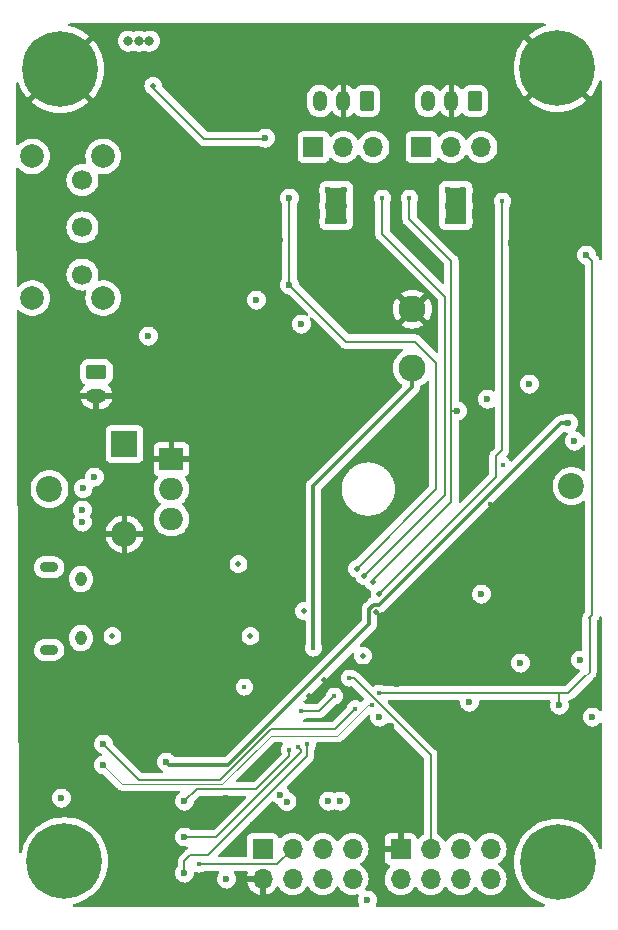
<source format=gbr>
%TF.GenerationSoftware,KiCad,Pcbnew,7.0.2-0*%
%TF.CreationDate,2023-07-08T17:29:12+12:00*%
%TF.ProjectId,RpiFly v3,52706946-6c79-4207-9633-2e6b69636164,rev?*%
%TF.SameCoordinates,PX753dac0PY7a91ee0*%
%TF.FileFunction,Copper,L4,Bot*%
%TF.FilePolarity,Positive*%
%FSLAX46Y46*%
G04 Gerber Fmt 4.6, Leading zero omitted, Abs format (unit mm)*
G04 Created by KiCad (PCBNEW 7.0.2-0) date 2023-07-08 17:29:12*
%MOMM*%
%LPD*%
G01*
G04 APERTURE LIST*
G04 Aperture macros list*
%AMRoundRect*
0 Rectangle with rounded corners*
0 $1 Rounding radius*
0 $2 $3 $4 $5 $6 $7 $8 $9 X,Y pos of 4 corners*
0 Add a 4 corners polygon primitive as box body*
4,1,4,$2,$3,$4,$5,$6,$7,$8,$9,$2,$3,0*
0 Add four circle primitives for the rounded corners*
1,1,$1+$1,$2,$3*
1,1,$1+$1,$4,$5*
1,1,$1+$1,$6,$7*
1,1,$1+$1,$8,$9*
0 Add four rect primitives between the rounded corners*
20,1,$1+$1,$2,$3,$4,$5,0*
20,1,$1+$1,$4,$5,$6,$7,0*
20,1,$1+$1,$6,$7,$8,$9,0*
20,1,$1+$1,$8,$9,$2,$3,0*%
G04 Aperture macros list end*
%TA.AperFunction,ComponentPad*%
%ADD10C,0.600000*%
%TD*%
%TA.AperFunction,SMDPad,CuDef*%
%ADD11R,1.800000X3.100000*%
%TD*%
%TA.AperFunction,ComponentPad*%
%ADD12C,2.200000*%
%TD*%
%TA.AperFunction,ComponentPad*%
%ADD13C,2.286000*%
%TD*%
%TA.AperFunction,ComponentPad*%
%ADD14C,0.800000*%
%TD*%
%TA.AperFunction,ComponentPad*%
%ADD15C,6.400000*%
%TD*%
%TA.AperFunction,ComponentPad*%
%ADD16R,1.700000X1.700000*%
%TD*%
%TA.AperFunction,ComponentPad*%
%ADD17O,1.700000X1.700000*%
%TD*%
%TA.AperFunction,ComponentPad*%
%ADD18RoundRect,0.250000X0.350000X0.625000X-0.350000X0.625000X-0.350000X-0.625000X0.350000X-0.625000X0*%
%TD*%
%TA.AperFunction,ComponentPad*%
%ADD19O,1.200000X1.750000*%
%TD*%
%TA.AperFunction,ComponentPad*%
%ADD20O,1.750000X1.200000*%
%TD*%
%TA.AperFunction,ComponentPad*%
%ADD21RoundRect,0.250000X-0.625000X0.350000X-0.625000X-0.350000X0.625000X-0.350000X0.625000X0.350000X0*%
%TD*%
%TA.AperFunction,ComponentPad*%
%ADD22C,2.000000*%
%TD*%
%TA.AperFunction,ComponentPad*%
%ADD23C,1.700000*%
%TD*%
%TA.AperFunction,ComponentPad*%
%ADD24O,1.550000X0.890000*%
%TD*%
%TA.AperFunction,ComponentPad*%
%ADD25O,0.950000X1.250000*%
%TD*%
%TA.AperFunction,ComponentPad*%
%ADD26R,2.000000X1.905000*%
%TD*%
%TA.AperFunction,ComponentPad*%
%ADD27O,2.000000X1.905000*%
%TD*%
%TA.AperFunction,ComponentPad*%
%ADD28R,2.200000X2.200000*%
%TD*%
%TA.AperFunction,ComponentPad*%
%ADD29O,2.200000X2.200000*%
%TD*%
%TA.AperFunction,ViaPad*%
%ADD30C,0.600000*%
%TD*%
%TA.AperFunction,ViaPad*%
%ADD31C,0.450000*%
%TD*%
%TA.AperFunction,ViaPad*%
%ADD32C,0.500000*%
%TD*%
%TA.AperFunction,ViaPad*%
%ADD33C,0.800000*%
%TD*%
%TA.AperFunction,Conductor*%
%ADD34C,0.120000*%
%TD*%
%TA.AperFunction,Conductor*%
%ADD35C,0.200000*%
%TD*%
%TA.AperFunction,Conductor*%
%ADD36C,0.150000*%
%TD*%
%TA.AperFunction,Conductor*%
%ADD37C,0.300000*%
%TD*%
G04 APERTURE END LIST*
D10*
%TO.P,U5,9*%
%TO.N,N/C*%
X27716000Y58263000D03*
X27716000Y59563000D03*
X27716000Y60863000D03*
D11*
X27066000Y59563000D03*
D10*
X26416000Y58263000D03*
X26416000Y59563000D03*
X26416000Y60863000D03*
%TD*%
%TO.P,U6,9*%
%TO.N,N/C*%
X36546000Y60863000D03*
X37846000Y60863000D03*
X36546000Y59563000D03*
X37846000Y59563000D03*
X36546000Y58263000D03*
X37846000Y58263000D03*
D11*
X37196000Y59563000D03*
%TD*%
D12*
%TO.P,H6,1*%
%TO.N,N/C*%
X2794000Y35560000D03*
%TD*%
%TO.P,H5,1*%
%TO.N,N/C*%
X46990000Y35814000D03*
%TD*%
D13*
%TO.P,BZ1,2,+*%
%TO.N,GND*%
X33528000Y50800000D03*
%TO.P,BZ1,1,-*%
%TO.N,GPIO_11 (BUZZER)*%
X33528000Y45800000D03*
%TD*%
D14*
%TO.P,H2,1*%
%TO.N,GND*%
X43400944Y71200944D03*
X44103888Y72898000D03*
X44103888Y69503888D03*
X45800944Y73600944D03*
D15*
X45800944Y71200944D03*
D14*
X45800944Y68800944D03*
X47498000Y72898000D03*
X47498000Y69503888D03*
X48200944Y71200944D03*
%TD*%
D16*
%TO.P,J4,1,Pin_1*%
%TO.N,+3V3*%
X25146000Y64516000D03*
D17*
%TO.P,J4,2,Pin_2*%
%TO.N,P_SWITCH_2_IN*%
X27686000Y64516000D03*
%TO.P,J4,3,Pin_3*%
%TO.N,/Connectors/P_SWITCH_2_V+*%
X30226000Y64516000D03*
%TD*%
D18*
%TO.P,J6,1,Pin_1*%
%TO.N,/Connectors/P_SWITCH_2_V+*%
X29686000Y68416000D03*
D19*
%TO.P,J6,2,Pin_2*%
%TO.N,GND*%
X27686000Y68416000D03*
%TO.P,J6,3,Pin_3*%
%TO.N,P_SWITCH_2_OUT*%
X25686000Y68416000D03*
%TD*%
D18*
%TO.P,J5,1,Pin_1*%
%TO.N,/Connectors/P_SWITCH_1_V+*%
X38830000Y68416000D03*
D19*
%TO.P,J5,2,Pin_2*%
%TO.N,GND*%
X36830000Y68416000D03*
%TO.P,J5,3,Pin_3*%
%TO.N,P_SWITCH_1_OUT*%
X34830000Y68416000D03*
%TD*%
D20*
%TO.P,J2,2*%
%TO.N,GND*%
X6768000Y43450000D03*
D21*
%TO.P,J2,1*%
%TO.N,VS*%
X6768000Y45450000D03*
%TD*%
D16*
%TO.P,J3,1,Pin_1*%
%TO.N,+3V3*%
X34290000Y64516000D03*
D17*
%TO.P,J3,2,Pin_2*%
%TO.N,P_SWITCH_1_IN*%
X36830000Y64516000D03*
%TO.P,J3,3,Pin_3*%
%TO.N,/Connectors/P_SWITCH_1_V+*%
X39370000Y64516000D03*
%TD*%
D22*
%TO.P,S1,*%
%TO.N,*%
X7338000Y63722000D03*
X1338000Y63722000D03*
X7338000Y51722000D03*
X1338000Y51722000D03*
D23*
%TO.P,S1,1*%
%TO.N,VSS*%
X5588000Y61722000D03*
%TO.P,S1,2*%
%TO.N,Net-(D5-K)*%
X5588000Y57722000D03*
%TO.P,S1,3*%
%TO.N,unconnected-(S1-Pad3)*%
X5588000Y53722000D03*
%TD*%
D24*
%TO.P,J1,6*%
%TO.N,unconnected-(J1-Pad6)*%
X2764000Y28940000D03*
D25*
X5464000Y27940000D03*
X5464000Y22940000D03*
D24*
X2764000Y21940000D03*
%TD*%
D26*
%TO.P,U4,1,GND*%
%TO.N,GND*%
X13122000Y38100000D03*
D27*
%TO.P,U4,2,VO*%
%TO.N,Net-(U4-VO)*%
X13122000Y35560000D03*
%TO.P,U4,3,VI*%
%TO.N,Net-(U4-VI)*%
X13122000Y33020000D03*
%TD*%
D14*
%TO.P,H4,1*%
%TO.N,N/C*%
X43434000Y3950000D03*
X44136944Y5647056D03*
X44136944Y2252944D03*
X45834000Y6350000D03*
D15*
X45834000Y3950000D03*
D14*
X45834000Y1550000D03*
X47531056Y5647056D03*
X47531056Y2252944D03*
X48234000Y3950000D03*
%TD*%
D16*
%TO.P,J7,1,Pin_1*%
%TO.N,Net-(J7-Pin_1)*%
X20838000Y5100000D03*
D17*
%TO.P,J7,2,Pin_2*%
%TO.N,GND*%
X20838000Y2560000D03*
%TO.P,J7,3,Pin_3*%
%TO.N,GPIO_3 (CSN)*%
X23378000Y5100000D03*
%TO.P,J7,4,Pin_4*%
%TO.N,GPIO_5 (CE)*%
X23378000Y2560000D03*
%TO.P,J7,5,Pin_5*%
%TO.N,GPIO_7 (MOSI)*%
X25918000Y5100000D03*
%TO.P,J7,6,Pin_6*%
%TO.N,GPIO_6 (SCK)*%
X25918000Y2560000D03*
%TO.P,J7,7,Pin_7*%
%TO.N,GPIO_2 (IRQ)*%
X28458000Y5100000D03*
%TO.P,J7,8,Pin_8*%
%TO.N,GPIO_4 (MISO)*%
X28458000Y2560000D03*
%TD*%
D14*
%TO.P,H1,1*%
%TO.N,GND*%
X6096000Y71120000D03*
X5393056Y72817056D03*
X5393056Y69422944D03*
X3696000Y73520000D03*
D15*
X3696000Y71120000D03*
D14*
X3696000Y68720000D03*
X1998944Y72817056D03*
X1998944Y69422944D03*
X1296000Y71120000D03*
%TD*%
D28*
%TO.P,D7,1,K*%
%TO.N,VSS*%
X9144000Y39370000D03*
D29*
%TO.P,D7,2,A*%
%TO.N,GND*%
X9144000Y31750000D03*
%TD*%
D14*
%TO.P,H3,1*%
%TO.N,N/C*%
X1664000Y4064000D03*
X2366944Y5761056D03*
X2366944Y2366944D03*
X4064000Y6464000D03*
D15*
X4064000Y4064000D03*
D14*
X4064000Y1664000D03*
X5761056Y5761056D03*
X5761056Y2366944D03*
X6464000Y4064000D03*
%TD*%
D16*
%TO.P,J8,1,Pin_1*%
%TO.N,GND*%
X32522000Y5080000D03*
D17*
%TO.P,J8,2,Pin_2*%
%TO.N,+3V3*%
X32522000Y2540000D03*
%TO.P,J8,3,Pin_3*%
%TO.N,GPIO_ADC0 (OUT 5)*%
X35062000Y5080000D03*
%TO.P,J8,4,Pin_4*%
%TO.N,+3.3VA*%
X35062000Y2540000D03*
%TO.P,J8,5,Pin_5*%
%TO.N,GPIO_15 (OUT 4)*%
X37602000Y5080000D03*
%TO.P,J8,6,Pin_6*%
%TO.N,GPIO_12 (OUT 1)*%
X37602000Y2540000D03*
%TO.P,J8,7,Pin_7*%
%TO.N,GPIO_14 (OUT 3)*%
X40142000Y5080000D03*
%TO.P,J8,8,Pin_8*%
%TO.N,GPIO_13 (OUT 2)*%
X40142000Y2540000D03*
%TD*%
D30*
%TO.N,GND*%
X10414000Y52832000D03*
X12446000Y18796000D03*
X33020000Y10922000D03*
D31*
X28194000Y14224000D03*
D30*
%TO.N,/RUN*%
X48260000Y55372000D03*
D31*
%TO.N,SWCLK*%
X28684000Y16974000D03*
%TO.N,GND*%
X40184000Y16644000D03*
%TO.N,SWD*%
X30141307Y17275784D03*
%TO.N,/RUN*%
X30734000Y18288000D03*
%TO.N,GPIO_3 (CSN)*%
X15494000Y3810000D03*
D30*
%TO.N,/QSPI_SS*%
X12700000Y12446000D03*
%TO.N,SWD*%
X7366000Y12192000D03*
%TO.N,SWCLK*%
X7366000Y13970000D03*
%TO.N,GND*%
X3810000Y15240000D03*
D31*
%TO.N,GPIO_10 (LED)*%
X24638000Y13970000D03*
%TO.N,GPIO_8 (LED)*%
X23114000Y13462000D03*
%TO.N,GPIO_9 (LED)*%
X23876000Y13716000D03*
%TO.N,GND*%
X19050000Y41656000D03*
%TO.N,+3V3*%
X19304000Y18796000D03*
%TO.N,+1V1*%
X24130000Y16764000D03*
X26924000Y18034000D03*
%TO.N,GPIO_ADC0 (OUT 5)*%
X28194000Y19558000D03*
%TO.N,GPIO_11 (BUZZER)*%
X25146000Y22098000D03*
%TO.N,GND*%
X38608000Y31750000D03*
X40132000Y34290000D03*
%TO.N,+3V3*%
X41164500Y37575500D03*
%TO.N,GPIO_22 (PSWITCH 1)*%
X41148000Y59944000D03*
%TO.N,GPIO_23 (PSENSE 1)*%
X33274000Y60198000D03*
%TO.N,GPIO_24 (PSWITCH 2)*%
X30988000Y60198000D03*
D30*
%TO.N,GPIO_25 (PSENSE 2)*%
X23114000Y60198000D03*
%TO.N,GND*%
X29718000Y56134000D03*
%TO.N,+3V3*%
X11176000Y48514000D03*
%TO.N,GND*%
X16764000Y41910000D03*
X1016000Y57658000D03*
X1778000Y44450000D03*
%TO.N,+3V3*%
X20320000Y51562000D03*
%TO.N,GPIO_25 (PSENSE 2)*%
X23114000Y52832000D03*
%TO.N,GND*%
X43688000Y60706000D03*
X39878000Y53848000D03*
X37084000Y55880000D03*
X41910000Y56388000D03*
X43688000Y50038000D03*
%TO.N,/QSPI_SS*%
X46736000Y41148000D03*
%TO.N,+3V3*%
X43434000Y44450000D03*
X39878000Y43180000D03*
%TO.N,GPIO_23 (PSENSE 1)*%
X37338000Y42164000D03*
%TO.N,GND*%
X46482000Y25146000D03*
X47244000Y28956000D03*
X34798000Y27940000D03*
X42418000Y27432000D03*
%TO.N,+3V3*%
X39370000Y26670000D03*
%TO.N,GND*%
X35814000Y23114000D03*
X38862000Y21590000D03*
X40894000Y24892000D03*
%TO.N,+3V3*%
X42672000Y20828000D03*
%TO.N,GND*%
X43942000Y21082000D03*
X46482000Y21082000D03*
%TO.N,+3V3*%
X47752000Y21082000D03*
X38354000Y17526000D03*
%TO.N,GND*%
X32258000Y19050000D03*
X31750000Y15494000D03*
%TO.N,+3V3*%
X30734000Y16256000D03*
%TO.N,GND*%
X41148000Y9144000D03*
X41148000Y12700000D03*
%TO.N,/RUN*%
X45974000Y17272000D03*
%TO.N,GND*%
X44196000Y17018000D03*
%TO.N,+3V3*%
X48768000Y16256000D03*
%TO.N,GND*%
X48768000Y12700000D03*
X48768000Y7366000D03*
%TO.N,+3.3VA*%
X29718000Y762000D03*
%TO.N,GND*%
X29210000Y8128000D03*
%TO.N,+3.3VA*%
X22900233Y9103767D03*
X22352000Y9652000D03*
%TO.N,+3V3*%
X27432000Y9144000D03*
X26416000Y9144000D03*
%TO.N,GND*%
X25146000Y11430000D03*
X20574000Y11684000D03*
X20066000Y7112000D03*
X17780000Y9398000D03*
%TO.N,+3.3VA*%
X17780000Y2540000D03*
%TO.N,GND*%
X10160000Y1016000D03*
%TO.N,GPIO_10 (LED)*%
X14224000Y3048000D03*
%TO.N,GPIO_9 (LED)*%
X14224000Y6096000D03*
%TO.N,GPIO_8 (LED)*%
X14224000Y9144000D03*
%TO.N,GND*%
X6858000Y9144000D03*
%TO.N,+3.3VA*%
X3810000Y9398000D03*
%TO.N,GND*%
X1270000Y15240000D03*
X31496000Y33274000D03*
X27940000Y33274000D03*
X47244000Y31496000D03*
%TO.N,+3V3*%
X47244000Y39624000D03*
%TO.N,GND*%
X36830000Y72898000D03*
X27686000Y72898000D03*
X3810000Y66040000D03*
X15240000Y74422000D03*
X12192000Y66294000D03*
X9906000Y65786000D03*
X13208000Y66294000D03*
%TO.N,Net-(D1-A)*%
X21082000Y65278000D03*
%TO.N,GND*%
X22352000Y56642000D03*
X26670000Y55880000D03*
X24130000Y45720000D03*
%TO.N,+3V3*%
X24130000Y49530000D03*
%TO.N,GND*%
X19558000Y49276000D03*
X29464000Y45720000D03*
X22352000Y33274000D03*
X26162000Y39116000D03*
X22352000Y39116000D03*
X18542000Y33274000D03*
X18542000Y37338000D03*
X1778000Y32258000D03*
X1778000Y38608000D03*
X13208000Y28956000D03*
%TO.N,+3.3VA*%
X5588000Y33782000D03*
X5588000Y32766000D03*
%TO.N,Net-(U4-VO)*%
X6604000Y36576000D03*
X5651000Y35623000D03*
%TO.N,GND*%
X41910000Y762000D03*
X7620000Y73914000D03*
X11430000Y45466000D03*
X8128000Y18796000D03*
D32*
X26060400Y19354800D03*
X16205200Y61036200D03*
X7620000Y24130000D03*
X24739600Y18034000D03*
X20828000Y27178000D03*
X18542000Y46482000D03*
X26416000Y28448000D03*
X22352000Y29210000D03*
X30480000Y25146000D03*
X21082000Y44450000D03*
X14732000Y14732000D03*
X24739600Y20828000D03*
X21082000Y46482000D03*
X16256000Y24424008D03*
X17526000Y29210000D03*
X16764000Y16002000D03*
X23368000Y19354800D03*
X27686000Y27178000D03*
X6858000Y24140000D03*
X18542000Y44450000D03*
%TO.N,+3V3*%
X19812000Y23114000D03*
X18796000Y29210000D03*
D33*
X9474200Y73482200D03*
X11252200Y73482200D03*
X10363200Y73482200D03*
D32*
X8128000Y23114000D03*
X29337353Y21462647D03*
X24307800Y25222200D03*
%TO.N,GPIO_25 (PSENSE 2)*%
X28829000Y28829000D03*
%TO.N,GPIO_23 (PSENSE 1)*%
X30226000Y27686000D03*
%TO.N,GPIO_22 (PSWITCH 1)*%
X30734000Y26670000D03*
%TO.N,GPIO_24 (PSWITCH 2)*%
X29464000Y28194000D03*
%TO.N,Net-(D1-A)*%
X11582400Y69723000D03*
%TD*%
D34*
%TO.N,SWD*%
X30141307Y17275784D02*
X29768045Y17275784D01*
X29768045Y17275784D02*
X27176261Y14684000D01*
X27176261Y14684000D02*
X21507762Y14684000D01*
X8971000Y10587000D02*
X7366000Y12192000D01*
X17410762Y10587000D02*
X8971000Y10587000D01*
X21507762Y14684000D02*
X17410762Y10587000D01*
D35*
%TO.N,/RUN*%
X48514000Y24638000D02*
X48768000Y24892000D01*
X48768000Y24892000D02*
X48768000Y54864000D01*
X48768000Y54864000D02*
X48260000Y55372000D01*
D36*
%TO.N,SWCLK*%
X28684000Y16974000D02*
X26950000Y15240000D01*
X17272000Y10922000D02*
X10414000Y10922000D01*
X26950000Y15240000D02*
X21590000Y15240000D01*
X21590000Y15240000D02*
X17272000Y10922000D01*
X10414000Y10922000D02*
X7366000Y13970000D01*
D37*
%TO.N,/QSPI_SS*%
X46736000Y41148000D02*
X46130529Y41148000D01*
X46130529Y41148000D02*
X30728529Y25746000D01*
X30728529Y25746000D02*
X30231471Y25746000D01*
X30231471Y25746000D02*
X29880000Y25394529D01*
X29880000Y25394529D02*
X29880000Y24131040D01*
X29880000Y24131040D02*
X17940960Y12192000D01*
X17940960Y12192000D02*
X12954000Y12192000D01*
X12954000Y12192000D02*
X12700000Y12446000D01*
D36*
%TO.N,GPIO_8 (LED)*%
X23114000Y13462000D02*
X23114000Y12954000D01*
X23114000Y12954000D02*
X20320000Y10160000D01*
X20320000Y10160000D02*
X20303000Y10177000D01*
X20303000Y10177000D02*
X15257000Y10177000D01*
X15257000Y10177000D02*
X14224000Y9144000D01*
D37*
%TO.N,GPIO_11 (BUZZER)*%
X25146000Y35814000D02*
X25146000Y22098000D01*
X33528000Y44196000D02*
X25146000Y35814000D01*
X33528000Y45800000D02*
X33528000Y44196000D01*
D36*
%TO.N,+1V1*%
X25654000Y16764000D02*
X24130000Y16764000D01*
X26924000Y18034000D02*
X25654000Y16764000D01*
%TO.N,GPIO_9 (LED)*%
X24130000Y13462000D02*
X24130000Y13298248D01*
X24130000Y13298248D02*
X16927752Y6096000D01*
X23876000Y13716000D02*
X24130000Y13462000D01*
X16927752Y6096000D02*
X14224000Y6096000D01*
%TO.N,GPIO_10 (LED)*%
X24638000Y13970000D02*
X24638000Y12954000D01*
X14732000Y4572000D02*
X14224000Y4064000D01*
X24638000Y12954000D02*
X16256000Y4572000D01*
X16256000Y4572000D02*
X14732000Y4572000D01*
X14224000Y4064000D02*
X14224000Y3048000D01*
%TO.N,GPIO_ADC0 (OUT 5)*%
X28194000Y19558000D02*
X28565491Y19558000D01*
X35062000Y13061491D02*
X35062000Y5080000D01*
X28565491Y19558000D02*
X35062000Y13061491D01*
%TO.N,GPIO_3 (CSN)*%
X22088000Y3810000D02*
X23378000Y5100000D01*
X15494000Y3810000D02*
X22088000Y3810000D01*
D34*
%TO.N,/RUN*%
X48516000Y24636000D02*
X48514000Y24638000D01*
D35*
X30736000Y18290000D02*
X45974000Y18290000D01*
X45974000Y18290000D02*
X46734000Y18290000D01*
X45974000Y18290000D02*
X45974000Y17272000D01*
X46736000Y18288000D02*
X48260000Y19812000D01*
D34*
X48260000Y19812000D02*
X48516000Y20068000D01*
X30734000Y18288000D02*
X30736000Y18290000D01*
X46734000Y18290000D02*
X46736000Y18288000D01*
D35*
X48516000Y20068000D02*
X48516000Y24636000D01*
%TO.N,GPIO_25 (PSENSE 2)*%
X27898000Y48048000D02*
X23114000Y52832000D01*
X23114000Y52832000D02*
X23114000Y60198000D01*
X35560000Y35560000D02*
X35560000Y46228000D01*
X33740000Y48048000D02*
X27898000Y48048000D01*
X28829000Y28829000D02*
X35560000Y35560000D01*
X35560000Y46228000D02*
X33740000Y48048000D01*
%TO.N,GPIO_23 (PSENSE 1)*%
X36830000Y34486314D02*
X36830000Y42164000D01*
X36830000Y42164000D02*
X37338000Y42164000D01*
X30226000Y27882314D02*
X36830000Y34486314D01*
X36830000Y42164000D02*
X36830000Y54864000D01*
X30226000Y27686000D02*
X30226000Y27882314D01*
X36830000Y54864000D02*
X33274000Y58420000D01*
X33274000Y58420000D02*
X33274000Y60198000D01*
%TO.N,GPIO_22 (PSWITCH 1)*%
X41130141Y38844141D02*
X41130141Y59907729D01*
X40640000Y36576000D02*
X40640000Y38354000D01*
X30734000Y26670000D02*
X40640000Y36576000D01*
X40640000Y38354000D02*
X41130141Y38844141D01*
%TO.N,GPIO_24 (PSWITCH 2)*%
X30988000Y57150000D02*
X30988000Y60198000D01*
X36322000Y35052000D02*
X36322000Y51816000D01*
X36322000Y51816000D02*
X30988000Y57150000D01*
X29464000Y28194000D02*
X36322000Y35052000D01*
%TO.N,Net-(D1-A)*%
X15900400Y65227200D02*
X21082000Y65227200D01*
X11582400Y69723000D02*
X11582400Y69545200D01*
X11582400Y69545200D02*
X15900400Y65227200D01*
%TD*%
%TA.AperFunction,Conductor*%
%TO.N,GND*%
G36*
X44747096Y74963815D02*
G01*
X44792851Y74911011D01*
X44802795Y74841853D01*
X44773770Y74778297D01*
X44714992Y74740523D01*
X44712150Y74739725D01*
X44659140Y74725522D01*
X44652988Y74723523D01*
X44296984Y74586865D01*
X44291060Y74584228D01*
X43951298Y74411111D01*
X43945677Y74407865D01*
X43625883Y74200188D01*
X43620634Y74196374D01*
X43365592Y73989848D01*
X44263250Y73092190D01*
X44201433Y73133495D01*
X44128512Y73148000D01*
X44079264Y73148000D01*
X44006343Y73133495D01*
X43923648Y73078240D01*
X43868393Y72995545D01*
X43848990Y72898000D01*
X43868393Y72800455D01*
X43909696Y72738640D01*
X43012040Y73636296D01*
X42805514Y73381254D01*
X42801700Y73376005D01*
X42594023Y73056211D01*
X42590777Y73050590D01*
X42417660Y72710828D01*
X42415023Y72704904D01*
X42278365Y72348900D01*
X42276366Y72342747D01*
X42177670Y71974407D01*
X42176322Y71968065D01*
X42116670Y71591436D01*
X42115993Y71584993D01*
X42096036Y71204188D01*
X42096036Y71197701D01*
X42115993Y70816896D01*
X42116670Y70810453D01*
X42176322Y70433824D01*
X42177670Y70427482D01*
X42276366Y70059142D01*
X42278365Y70052989D01*
X42415023Y69696985D01*
X42417660Y69691061D01*
X42590777Y69351299D01*
X42594023Y69345678D01*
X42801701Y69025883D01*
X42805525Y69020619D01*
X43012039Y68765594D01*
X43012040Y68765594D01*
X43909700Y69663255D01*
X43868393Y69601433D01*
X43848990Y69503888D01*
X43868393Y69406343D01*
X43923648Y69323648D01*
X44006343Y69268393D01*
X44079264Y69253888D01*
X44128512Y69253888D01*
X44201433Y69268393D01*
X44263248Y69309697D01*
X43365592Y68412041D01*
X43365593Y68412040D01*
X43620618Y68205526D01*
X43625882Y68201702D01*
X43945677Y67994024D01*
X43951298Y67990778D01*
X44291060Y67817661D01*
X44296984Y67815024D01*
X44652988Y67678366D01*
X44659141Y67676367D01*
X45027481Y67577671D01*
X45033823Y67576323D01*
X45410452Y67516671D01*
X45416895Y67515994D01*
X45797700Y67496036D01*
X45804188Y67496036D01*
X46184992Y67515994D01*
X46191435Y67516671D01*
X46568064Y67576323D01*
X46574406Y67577671D01*
X46942746Y67676367D01*
X46948899Y67678366D01*
X47304903Y67815024D01*
X47310827Y67817661D01*
X47650589Y67990778D01*
X47656210Y67994024D01*
X47976005Y68201702D01*
X47981259Y68205519D01*
X48236293Y68412042D01*
X47338635Y69309700D01*
X47400455Y69268393D01*
X47473376Y69253888D01*
X47522624Y69253888D01*
X47595545Y69268393D01*
X47678240Y69323648D01*
X47733495Y69406343D01*
X47752898Y69503888D01*
X47733495Y69601433D01*
X47692188Y69663253D01*
X48589846Y68765595D01*
X48796369Y69020629D01*
X48800186Y69025883D01*
X49007864Y69345678D01*
X49011110Y69351299D01*
X49184227Y69691061D01*
X49186864Y69696985D01*
X49323522Y70052989D01*
X49325521Y70059141D01*
X49339725Y70112150D01*
X49376090Y70171811D01*
X49438937Y70202340D01*
X49508312Y70194045D01*
X49562190Y70149560D01*
X49583465Y70083008D01*
X49583500Y70080057D01*
X49583500Y55087782D01*
X49563815Y55020743D01*
X49511011Y54974988D01*
X49441853Y54965044D01*
X49378297Y54994069D01*
X49344939Y55040329D01*
X49292536Y55166841D01*
X49220450Y55260786D01*
X49220448Y55260788D01*
X49196282Y55292282D01*
X49171237Y55311500D01*
X49159042Y55322195D01*
X49090700Y55390537D01*
X49057215Y55451860D01*
X49055161Y55464335D01*
X49045368Y55551252D01*
X49045368Y55551255D01*
X48985789Y55721522D01*
X48889816Y55874262D01*
X48889815Y55874263D01*
X48889814Y55874265D01*
X48762264Y56001815D01*
X48699867Y56041022D01*
X48609522Y56097789D01*
X48439255Y56157368D01*
X48439253Y56157369D01*
X48439251Y56157369D01*
X48260000Y56177566D01*
X48080748Y56157369D01*
X48080745Y56157369D01*
X48080745Y56157368D01*
X47910478Y56097789D01*
X47910476Y56097789D01*
X47910476Y56097788D01*
X47757735Y56001815D01*
X47630185Y55874265D01*
X47534212Y55721524D01*
X47474631Y55551252D01*
X47454434Y55372000D01*
X47474631Y55192749D01*
X47474631Y55192747D01*
X47474632Y55192745D01*
X47534211Y55022478D01*
X47550909Y54995903D01*
X47630185Y54869736D01*
X47757735Y54742186D01*
X47757737Y54742185D01*
X47757738Y54742184D01*
X47910478Y54646211D01*
X48080745Y54586632D01*
X48080748Y54586632D01*
X48084454Y54585335D01*
X48141230Y54544613D01*
X48166978Y54479660D01*
X48167500Y54468293D01*
X48167500Y40089281D01*
X48147815Y40022242D01*
X48095011Y39976487D01*
X48025853Y39966543D01*
X47962297Y39995568D01*
X47938506Y40023309D01*
X47873815Y40126264D01*
X47746264Y40253815D01*
X47683867Y40293022D01*
X47593522Y40349789D01*
X47423255Y40409368D01*
X47423253Y40409369D01*
X47423251Y40409369D01*
X47415066Y40410291D01*
X47350653Y40437358D01*
X47311098Y40494953D01*
X47308961Y40564790D01*
X47341269Y40621192D01*
X47365816Y40645738D01*
X47461789Y40798478D01*
X47521368Y40968745D01*
X47541565Y41148000D01*
X47521368Y41327255D01*
X47461789Y41497522D01*
X47365816Y41650262D01*
X47365815Y41650263D01*
X47365814Y41650265D01*
X47238264Y41777815D01*
X47175096Y41817506D01*
X47085522Y41873789D01*
X46915255Y41933368D01*
X46915253Y41933369D01*
X46915251Y41933369D01*
X46736000Y41953566D01*
X46556748Y41933369D01*
X46556745Y41933369D01*
X46556745Y41933368D01*
X46386478Y41873789D01*
X46386476Y41873789D01*
X46386476Y41873788D01*
X46296904Y41817506D01*
X46230932Y41798500D01*
X46216033Y41798500D01*
X46194823Y41800842D01*
X46122266Y41798561D01*
X46118371Y41798500D01*
X46089604Y41798500D01*
X46085742Y41798013D01*
X46085721Y41798011D01*
X46085210Y41797946D01*
X46073588Y41797032D01*
X46027959Y41795598D01*
X46007580Y41789677D01*
X45988536Y41785733D01*
X45974168Y41783918D01*
X45967470Y41783071D01*
X45925019Y41766264D01*
X45913972Y41762482D01*
X45870127Y41749744D01*
X45851859Y41738940D01*
X45834393Y41730383D01*
X45814658Y41722569D01*
X45777731Y41695740D01*
X45767971Y41689329D01*
X45728665Y41666083D01*
X45713654Y41651072D01*
X45698865Y41638442D01*
X45681693Y41625966D01*
X45652586Y41590782D01*
X45644725Y41582144D01*
X41983392Y37920811D01*
X41922069Y37887326D01*
X41852377Y37892310D01*
X41796444Y37934182D01*
X41790727Y37942506D01*
X41735308Y38030704D01*
X41619704Y38146308D01*
X41543820Y38193990D01*
X41497531Y38246322D01*
X41486883Y38315375D01*
X41515258Y38379224D01*
X41534305Y38397354D01*
X41558423Y38415859D01*
X41654677Y38541300D01*
X41715185Y38687379D01*
X41715184Y38687380D01*
X41718276Y38694843D01*
X41717856Y38707677D01*
X41735823Y38844141D01*
X41731702Y38875444D01*
X41730641Y38891629D01*
X41730641Y44450001D01*
X42628434Y44450001D01*
X42648631Y44270749D01*
X42648631Y44270747D01*
X42648632Y44270745D01*
X42708211Y44100478D01*
X42708212Y44100477D01*
X42804185Y43947736D01*
X42931735Y43820186D01*
X42931737Y43820185D01*
X42931738Y43820184D01*
X43084478Y43724211D01*
X43254745Y43664632D01*
X43434000Y43644435D01*
X43613255Y43664632D01*
X43783522Y43724211D01*
X43936262Y43820184D01*
X44063816Y43947738D01*
X44159789Y44100478D01*
X44219368Y44270745D01*
X44239565Y44450000D01*
X44238585Y44458694D01*
X44219368Y44629252D01*
X44219368Y44629255D01*
X44159789Y44799522D01*
X44063816Y44952262D01*
X44063815Y44952263D01*
X44063814Y44952265D01*
X43936264Y45079815D01*
X43873867Y45119021D01*
X43783522Y45175789D01*
X43613255Y45235368D01*
X43613253Y45235369D01*
X43613251Y45235369D01*
X43434000Y45255566D01*
X43254748Y45235369D01*
X43254745Y45235369D01*
X43254745Y45235368D01*
X43084478Y45175789D01*
X43084476Y45175789D01*
X43084476Y45175788D01*
X42931735Y45079815D01*
X42804185Y44952265D01*
X42727982Y44830988D01*
X42708211Y44799522D01*
X42669844Y44689875D01*
X42648631Y44629252D01*
X42628434Y44450001D01*
X41730641Y44450001D01*
X41730641Y59471906D01*
X41749647Y59537878D01*
X41805789Y59627225D01*
X41859786Y59781539D01*
X41878091Y59944000D01*
X41859786Y60106461D01*
X41805789Y60260775D01*
X41718808Y60399204D01*
X41603204Y60514808D01*
X41464775Y60601789D01*
X41464772Y60601791D01*
X41310461Y60655787D01*
X41148000Y60674092D01*
X40985538Y60655787D01*
X40831227Y60601791D01*
X40692794Y60514807D01*
X40577193Y60399206D01*
X40490209Y60260773D01*
X40436213Y60106462D01*
X40417908Y59944000D01*
X40436213Y59781539D01*
X40490209Y59627228D01*
X40510635Y59594721D01*
X40529641Y59528749D01*
X40529641Y43940317D01*
X40509956Y43873278D01*
X40457152Y43827523D01*
X40387994Y43817579D01*
X40339670Y43835323D01*
X40227525Y43905787D01*
X40227522Y43905789D01*
X40057255Y43965368D01*
X40057253Y43965369D01*
X40057251Y43965369D01*
X39878000Y43985566D01*
X39698748Y43965369D01*
X39698745Y43965369D01*
X39698745Y43965368D01*
X39528478Y43905789D01*
X39528476Y43905789D01*
X39528476Y43905788D01*
X39375735Y43809815D01*
X39248185Y43682265D01*
X39160887Y43543330D01*
X39152211Y43529522D01*
X39092632Y43359255D01*
X39092631Y43359252D01*
X39072434Y43180000D01*
X39092631Y43000749D01*
X39092631Y43000747D01*
X39092632Y43000745D01*
X39152211Y42830478D01*
X39175248Y42793815D01*
X39248185Y42677736D01*
X39375735Y42550186D01*
X39375737Y42550185D01*
X39375738Y42550184D01*
X39528478Y42454211D01*
X39698745Y42394632D01*
X39878000Y42374435D01*
X40057255Y42394632D01*
X40227522Y42454211D01*
X40339669Y42524679D01*
X40406906Y42543678D01*
X40473741Y42523310D01*
X40518955Y42470042D01*
X40529641Y42419684D01*
X40529641Y39144240D01*
X40509956Y39077201D01*
X40493322Y39056559D01*
X40248965Y38812202D01*
X40236773Y38801509D01*
X40211718Y38782283D01*
X40187550Y38750785D01*
X40115462Y38656839D01*
X40054956Y38510763D01*
X40034317Y38354001D01*
X40038439Y38322699D01*
X40039500Y38306513D01*
X40039500Y36876098D01*
X40019815Y36809059D01*
X40003181Y36788417D01*
X37644357Y34429593D01*
X37583034Y34396108D01*
X37513342Y34401092D01*
X37457409Y34442964D01*
X37433737Y34501089D01*
X37431561Y34517618D01*
X37430500Y34533803D01*
X37430500Y41260293D01*
X37450185Y41327332D01*
X37502989Y41373087D01*
X37513546Y41377335D01*
X37517251Y41378632D01*
X37517255Y41378632D01*
X37687522Y41438211D01*
X37840262Y41534184D01*
X37967816Y41661738D01*
X38063789Y41814478D01*
X38123368Y41984745D01*
X38143565Y42164000D01*
X38123368Y42343255D01*
X38063789Y42513522D01*
X37967816Y42666262D01*
X37967815Y42666263D01*
X37967814Y42666265D01*
X37840264Y42793815D01*
X37687519Y42889791D01*
X37513545Y42950667D01*
X37456769Y42991388D01*
X37431022Y43056341D01*
X37430500Y43067708D01*
X37430500Y54816513D01*
X37431561Y54832699D01*
X37435682Y54864001D01*
X37432964Y54884639D01*
X37415044Y55020762D01*
X37354536Y55166841D01*
X37334656Y55192749D01*
X37282450Y55260786D01*
X37258282Y55292282D01*
X37233229Y55311506D01*
X37221035Y55322200D01*
X34280235Y58263000D01*
X35740434Y58263000D01*
X35760631Y58083746D01*
X35788675Y58003599D01*
X35795455Y57969291D01*
X35795500Y57968437D01*
X35795501Y57965128D01*
X35801909Y57905517D01*
X35852204Y57770669D01*
X35938454Y57655454D01*
X36053669Y57569204D01*
X36188517Y57518909D01*
X36248127Y57512500D01*
X36251473Y57512501D01*
X36252279Y57512457D01*
X36286600Y57505677D01*
X36366745Y57477632D01*
X36546000Y57457435D01*
X36725255Y57477632D01*
X36805014Y57505542D01*
X36845971Y57512501D01*
X37546025Y57512501D01*
X37586979Y57505543D01*
X37610693Y57497246D01*
X37666745Y57477632D01*
X37846000Y57457435D01*
X38025255Y57477632D01*
X38105397Y57505676D01*
X38139720Y57512457D01*
X38140540Y57512501D01*
X38143872Y57512501D01*
X38203483Y57518909D01*
X38338331Y57569204D01*
X38453546Y57655454D01*
X38539796Y57770669D01*
X38590091Y57905517D01*
X38596500Y57965127D01*
X38596499Y57968475D01*
X38596543Y57969279D01*
X38603323Y58003600D01*
X38631368Y58083745D01*
X38651565Y58263000D01*
X38631368Y58442255D01*
X38603458Y58522016D01*
X38596499Y58562971D01*
X38596499Y59263030D01*
X38603457Y59303983D01*
X38631368Y59383745D01*
X38651565Y59563000D01*
X38631368Y59742255D01*
X38603455Y59822023D01*
X38596499Y59862967D01*
X38596499Y60563035D01*
X38603455Y60603976D01*
X38631368Y60683745D01*
X38651565Y60863000D01*
X38631368Y61042255D01*
X38603323Y61122401D01*
X38596542Y61156733D01*
X38596499Y61157537D01*
X38596499Y61160872D01*
X38590091Y61220483D01*
X38539796Y61355331D01*
X38453546Y61470546D01*
X38338331Y61556796D01*
X38203483Y61607091D01*
X38143873Y61613500D01*
X38140575Y61613500D01*
X38139699Y61613547D01*
X38105398Y61620326D01*
X38025254Y61648369D01*
X37846000Y61668566D01*
X37666747Y61648369D01*
X37586982Y61620458D01*
X37546028Y61613500D01*
X36845973Y61613500D01*
X36805019Y61620458D01*
X36725253Y61648369D01*
X36546000Y61668566D01*
X36366743Y61648369D01*
X36286596Y61620325D01*
X36252290Y61613545D01*
X36251435Y61613500D01*
X36248128Y61613499D01*
X36244835Y61613146D01*
X36244834Y61613145D01*
X36188515Y61607091D01*
X36053669Y61556796D01*
X35938454Y61470546D01*
X35852204Y61355332D01*
X35801910Y61220485D01*
X35801909Y61220483D01*
X35795500Y61160873D01*
X35795500Y61157576D01*
X35795453Y61156700D01*
X35788674Y61122399D01*
X35760631Y61042255D01*
X35740434Y60863000D01*
X35760631Y60683746D01*
X35788541Y60603982D01*
X35795499Y60563029D01*
X35795499Y59862973D01*
X35788541Y59822021D01*
X35760631Y59742257D01*
X35740434Y59563000D01*
X35760631Y59383748D01*
X35788542Y59303983D01*
X35795500Y59263029D01*
X35795500Y58562974D01*
X35788542Y58522021D01*
X35760631Y58442255D01*
X35740434Y58263000D01*
X34280235Y58263000D01*
X33910819Y58632416D01*
X33877334Y58693739D01*
X33874500Y58720097D01*
X33874500Y59754327D01*
X33893506Y59820299D01*
X33894585Y59822016D01*
X33931789Y59881225D01*
X33985786Y60035539D01*
X34004091Y60198000D01*
X33985786Y60360461D01*
X33983728Y60366341D01*
X33931790Y60514773D01*
X33931768Y60514808D01*
X33844808Y60653204D01*
X33729204Y60768808D01*
X33590775Y60855789D01*
X33590772Y60855791D01*
X33436461Y60909787D01*
X33273999Y60928092D01*
X33111538Y60909787D01*
X32957227Y60855791D01*
X32818794Y60768807D01*
X32703193Y60653206D01*
X32616209Y60514773D01*
X32562213Y60360462D01*
X32543908Y60198000D01*
X32562213Y60035539D01*
X32616209Y59881228D01*
X32654494Y59820299D01*
X32673500Y59754327D01*
X32673500Y58467489D01*
X32672439Y58451304D01*
X32668317Y58420001D01*
X32683220Y58306807D01*
X32688955Y58263239D01*
X32749464Y58117159D01*
X32845716Y57991719D01*
X32870768Y57972497D01*
X32882964Y57961801D01*
X36193181Y54651584D01*
X36226666Y54590261D01*
X36229500Y54563903D01*
X36229500Y53057098D01*
X36209815Y52990059D01*
X36157011Y52944304D01*
X36087853Y52934360D01*
X36024297Y52963385D01*
X36017819Y52969417D01*
X31624819Y57362416D01*
X31591334Y57423739D01*
X31588500Y57450097D01*
X31588500Y59754327D01*
X31607506Y59820299D01*
X31608585Y59822016D01*
X31645789Y59881225D01*
X31699786Y60035539D01*
X31718091Y60198000D01*
X31699786Y60360461D01*
X31697728Y60366341D01*
X31645790Y60514773D01*
X31645768Y60514808D01*
X31558808Y60653204D01*
X31443204Y60768808D01*
X31304775Y60855789D01*
X31304772Y60855791D01*
X31150461Y60909787D01*
X30988000Y60928092D01*
X30825538Y60909787D01*
X30671227Y60855791D01*
X30532794Y60768807D01*
X30417193Y60653206D01*
X30330209Y60514773D01*
X30276213Y60360462D01*
X30257908Y60198000D01*
X30276213Y60035539D01*
X30330209Y59881228D01*
X30368494Y59820299D01*
X30387500Y59754327D01*
X30387500Y57197489D01*
X30386439Y57181304D01*
X30382317Y57150001D01*
X30387500Y57110640D01*
X30402956Y56993238D01*
X30463463Y56847160D01*
X30559716Y56721719D01*
X30584768Y56702497D01*
X30596963Y56691802D01*
X35685182Y51603583D01*
X35718666Y51542262D01*
X35721500Y51515904D01*
X35721500Y47215097D01*
X35701815Y47148058D01*
X35649011Y47102303D01*
X35579853Y47092359D01*
X35516297Y47121384D01*
X35509819Y47127416D01*
X34198199Y48439036D01*
X34187503Y48451232D01*
X34168281Y48476284D01*
X34042840Y48572537D01*
X33896762Y48633044D01*
X33779361Y48648500D01*
X33740000Y48653683D01*
X33712163Y48650018D01*
X33708697Y48649561D01*
X33692513Y48648500D01*
X28198097Y48648500D01*
X28131058Y48668185D01*
X28110416Y48684819D01*
X25995235Y50800000D01*
X31879920Y50800000D01*
X31900211Y50542182D01*
X31960582Y50290715D01*
X32059551Y50051786D01*
X32194674Y49831284D01*
X32199767Y49825321D01*
X33044923Y50670477D01*
X33068507Y50590156D01*
X33146239Y50469202D01*
X33254900Y50375048D01*
X33385685Y50315320D01*
X33395466Y50313914D01*
X32553320Y49471769D01*
X32559284Y49466675D01*
X32779785Y49331552D01*
X33018714Y49232583D01*
X33270181Y49172212D01*
X33528000Y49151921D01*
X33785818Y49172212D01*
X34037285Y49232583D01*
X34276214Y49331552D01*
X34496716Y49466675D01*
X34502678Y49471768D01*
X34502678Y49471769D01*
X33660533Y50313914D01*
X33670315Y50315320D01*
X33801100Y50375048D01*
X33909761Y50469202D01*
X33987493Y50590156D01*
X34011077Y50670477D01*
X34856231Y49825322D01*
X34856232Y49825322D01*
X34861325Y49831284D01*
X34996448Y50051786D01*
X35095417Y50290715D01*
X35155788Y50542182D01*
X35176079Y50800001D01*
X35155788Y51057819D01*
X35095417Y51309286D01*
X34996448Y51548215D01*
X34861325Y51768716D01*
X34856231Y51774681D01*
X34011076Y50929526D01*
X33987493Y51009844D01*
X33909761Y51130798D01*
X33801100Y51224952D01*
X33670315Y51284680D01*
X33660532Y51286087D01*
X34502679Y52128233D01*
X34496716Y52133326D01*
X34276214Y52268449D01*
X34037285Y52367418D01*
X33785818Y52427789D01*
X33528000Y52448080D01*
X33270181Y52427789D01*
X33018714Y52367418D01*
X32779785Y52268449D01*
X32559285Y52133327D01*
X32553320Y52128233D01*
X33395467Y51286087D01*
X33385685Y51284680D01*
X33254900Y51224952D01*
X33146239Y51130798D01*
X33068507Y51009844D01*
X33044923Y50929524D01*
X32199767Y51774680D01*
X32194673Y51768715D01*
X32059551Y51548215D01*
X31960582Y51309286D01*
X31900211Y51057819D01*
X31879920Y50800000D01*
X25995235Y50800000D01*
X23944700Y52850535D01*
X23911215Y52911858D01*
X23909161Y52924334D01*
X23904761Y52963385D01*
X23899368Y53011255D01*
X23839789Y53181522D01*
X23743816Y53334262D01*
X23736383Y53346092D01*
X23739475Y53348035D01*
X23717334Y53388583D01*
X23714500Y53414941D01*
X23714500Y58263001D01*
X25610434Y58263001D01*
X25630631Y58083746D01*
X25658675Y58003599D01*
X25665455Y57969291D01*
X25665500Y57968437D01*
X25665501Y57965128D01*
X25671909Y57905517D01*
X25722204Y57770669D01*
X25808454Y57655454D01*
X25923669Y57569204D01*
X26058517Y57518909D01*
X26118127Y57512500D01*
X26121473Y57512501D01*
X26122279Y57512457D01*
X26156600Y57505677D01*
X26236745Y57477632D01*
X26416000Y57457435D01*
X26595255Y57477632D01*
X26675014Y57505542D01*
X26715971Y57512501D01*
X27416025Y57512501D01*
X27456979Y57505543D01*
X27480693Y57497246D01*
X27536745Y57477632D01*
X27656248Y57464168D01*
X27715999Y57457435D01*
X27715999Y57457436D01*
X27716000Y57457435D01*
X27895255Y57477632D01*
X27975397Y57505676D01*
X28009720Y57512457D01*
X28010540Y57512501D01*
X28013872Y57512501D01*
X28073483Y57518909D01*
X28208331Y57569204D01*
X28323546Y57655454D01*
X28409796Y57770669D01*
X28460091Y57905517D01*
X28466500Y57965127D01*
X28466499Y57968475D01*
X28466543Y57969279D01*
X28473323Y58003600D01*
X28501368Y58083745D01*
X28521565Y58263000D01*
X28501368Y58442255D01*
X28473458Y58522016D01*
X28466499Y58562971D01*
X28466499Y59263030D01*
X28473457Y59303983D01*
X28501368Y59383745D01*
X28521565Y59563000D01*
X28501368Y59742255D01*
X28501367Y59742257D01*
X28473458Y59822017D01*
X28466499Y59862972D01*
X28466499Y60563029D01*
X28473458Y60603984D01*
X28490682Y60653206D01*
X28501368Y60683745D01*
X28521565Y60863000D01*
X28501368Y61042255D01*
X28473323Y61122401D01*
X28466542Y61156733D01*
X28466499Y61157537D01*
X28466499Y61160872D01*
X28460091Y61220483D01*
X28409796Y61355331D01*
X28323546Y61470546D01*
X28208331Y61556796D01*
X28073483Y61607091D01*
X28013873Y61613500D01*
X28010575Y61613500D01*
X28009699Y61613547D01*
X27975398Y61620326D01*
X27895254Y61648369D01*
X27716000Y61668566D01*
X27536747Y61648369D01*
X27456982Y61620458D01*
X27416028Y61613500D01*
X26715973Y61613500D01*
X26675019Y61620458D01*
X26595253Y61648369D01*
X26416000Y61668566D01*
X26236743Y61648369D01*
X26156596Y61620325D01*
X26122290Y61613545D01*
X26121435Y61613500D01*
X26118128Y61613499D01*
X26114835Y61613146D01*
X26114834Y61613145D01*
X26058515Y61607091D01*
X25923669Y61556796D01*
X25808454Y61470546D01*
X25722204Y61355332D01*
X25671910Y61220485D01*
X25671909Y61220483D01*
X25665500Y61160873D01*
X25665500Y61157576D01*
X25665453Y61156700D01*
X25658674Y61122399D01*
X25630631Y61042255D01*
X25610434Y60863000D01*
X25630631Y60683748D01*
X25658542Y60603983D01*
X25665500Y60563029D01*
X25665500Y59862973D01*
X25658542Y59822019D01*
X25630631Y59742254D01*
X25610434Y59563001D01*
X25630631Y59383748D01*
X25658542Y59303983D01*
X25665500Y59263029D01*
X25665500Y58562974D01*
X25658542Y58522021D01*
X25630631Y58442255D01*
X25610434Y58263001D01*
X23714500Y58263001D01*
X23714500Y59615060D01*
X23734185Y59682099D01*
X23738998Y59688072D01*
X23743812Y59695735D01*
X23743816Y59695738D01*
X23839789Y59848478D01*
X23899368Y60018745D01*
X23919565Y60198000D01*
X23899368Y60377255D01*
X23839789Y60547522D01*
X23743816Y60700262D01*
X23743815Y60700263D01*
X23743814Y60700265D01*
X23616264Y60827815D01*
X23553867Y60867021D01*
X23463522Y60923789D01*
X23293255Y60983368D01*
X23293253Y60983369D01*
X23293251Y60983369D01*
X23114000Y61003566D01*
X22934748Y60983369D01*
X22934745Y60983369D01*
X22934745Y60983368D01*
X22764478Y60923789D01*
X22764476Y60923789D01*
X22764476Y60923788D01*
X22611735Y60827815D01*
X22484185Y60700265D01*
X22388489Y60547965D01*
X22388211Y60547522D01*
X22376752Y60514773D01*
X22328631Y60377252D01*
X22308434Y60198000D01*
X22328631Y60018749D01*
X22328631Y60018747D01*
X22328632Y60018745D01*
X22388211Y59848478D01*
X22404838Y59822017D01*
X22491617Y59683908D01*
X22488523Y59681965D01*
X22510662Y59641439D01*
X22513500Y59615060D01*
X22513500Y53414941D01*
X22493815Y53347902D01*
X22488999Y53341926D01*
X22413959Y53222500D01*
X22388211Y53181522D01*
X22328632Y53011255D01*
X22328631Y53011252D01*
X22308434Y52832000D01*
X22328631Y52652749D01*
X22328631Y52652747D01*
X22328632Y52652745D01*
X22388211Y52482478D01*
X22444979Y52392133D01*
X22484185Y52329736D01*
X22611735Y52202186D01*
X22611737Y52202185D01*
X22611738Y52202184D01*
X22764478Y52106211D01*
X22934745Y52046632D01*
X23021666Y52036839D01*
X23086081Y52009773D01*
X23095465Y52001300D01*
X24673874Y50422891D01*
X24707359Y50361568D01*
X24702375Y50291876D01*
X24660503Y50235943D01*
X24595039Y50211526D01*
X24526766Y50226378D01*
X24520221Y50230216D01*
X24479522Y50255789D01*
X24309255Y50315368D01*
X24309253Y50315369D01*
X24309251Y50315369D01*
X24130000Y50335566D01*
X23950748Y50315369D01*
X23950745Y50315369D01*
X23950745Y50315368D01*
X23780478Y50255789D01*
X23780476Y50255789D01*
X23780476Y50255788D01*
X23627735Y50159815D01*
X23500185Y50032265D01*
X23404212Y49879524D01*
X23344631Y49709252D01*
X23324434Y49530000D01*
X23344631Y49350749D01*
X23344631Y49350747D01*
X23344632Y49350745D01*
X23404211Y49180478D01*
X23427248Y49143815D01*
X23500185Y49027736D01*
X23627735Y48900186D01*
X23627737Y48900185D01*
X23627738Y48900184D01*
X23780478Y48804211D01*
X23950745Y48744632D01*
X24130000Y48724435D01*
X24309255Y48744632D01*
X24479522Y48804211D01*
X24632262Y48900184D01*
X24759816Y49027738D01*
X24855789Y49180478D01*
X24915368Y49350745D01*
X24935565Y49530000D01*
X24915368Y49709255D01*
X24855789Y49879522D01*
X24830214Y49920224D01*
X24811215Y49987458D01*
X24831583Y50054294D01*
X24884850Y50099508D01*
X24954107Y50108746D01*
X25017363Y50079074D01*
X25022890Y50073875D01*
X27439799Y47656966D01*
X27450494Y47644771D01*
X27469717Y47619718D01*
X27588711Y47528412D01*
X27593630Y47524098D01*
X27595157Y47523466D01*
X27595158Y47523465D01*
X27595159Y47523464D01*
X27741238Y47462956D01*
X27819618Y47452637D01*
X27897999Y47442318D01*
X27897999Y47442319D01*
X27898000Y47442318D01*
X27929302Y47446440D01*
X27945487Y47447500D01*
X32631342Y47447500D01*
X32698381Y47427815D01*
X32744136Y47375011D01*
X32754080Y47305853D01*
X32725055Y47242297D01*
X32696132Y47217773D01*
X32558985Y47133730D01*
X32362275Y46965725D01*
X32194270Y46769015D01*
X32059104Y46548443D01*
X31960104Y46309441D01*
X31899715Y46057897D01*
X31879418Y45800000D01*
X31899715Y45542104D01*
X31960104Y45290560D01*
X31982966Y45235368D01*
X32059103Y45051559D01*
X32119952Y44952262D01*
X32194270Y44830986D01*
X32362275Y44634276D01*
X32558985Y44466271D01*
X32622873Y44427120D01*
X32669748Y44375308D01*
X32681171Y44306379D01*
X32653514Y44242216D01*
X32645764Y44233712D01*
X24746484Y36334432D01*
X24729831Y36321090D01*
X24680133Y36268167D01*
X24677428Y36265375D01*
X24657089Y36245035D01*
X24654713Y36241973D01*
X24654702Y36241960D01*
X24654378Y36241541D01*
X24646806Y36232677D01*
X24615550Y36199393D01*
X24605322Y36180788D01*
X24594645Y36164533D01*
X24581636Y36147762D01*
X24563506Y36105868D01*
X24558370Y36095384D01*
X24536372Y36055368D01*
X24531091Y36034801D01*
X24524791Y36016400D01*
X24516364Y35996926D01*
X24509223Y35951839D01*
X24506855Y35940407D01*
X24501082Y35917916D01*
X24495500Y35896176D01*
X24495500Y35874955D01*
X24493973Y35855556D01*
X24493147Y35850338D01*
X24490653Y35834595D01*
X24494950Y35789142D01*
X24495500Y35777472D01*
X24495500Y26095057D01*
X24475815Y26028018D01*
X24423011Y25982263D01*
X24357617Y25971837D01*
X24307800Y25977450D01*
X24139743Y25958514D01*
X23980110Y25902656D01*
X23836908Y25812676D01*
X23717324Y25693092D01*
X23627344Y25549890D01*
X23571486Y25390257D01*
X23552550Y25222200D01*
X23571486Y25054144D01*
X23571486Y25054142D01*
X23571487Y25054141D01*
X23627344Y24894510D01*
X23717323Y24751310D01*
X23836910Y24631723D01*
X23980110Y24541744D01*
X24139741Y24485887D01*
X24251780Y24473264D01*
X24307799Y24466951D01*
X24307799Y24466952D01*
X24307800Y24466951D01*
X24357615Y24472564D01*
X24426437Y24460510D01*
X24477817Y24413162D01*
X24495500Y24349344D01*
X24495500Y22456676D01*
X24488542Y22415722D01*
X24434213Y22260459D01*
X24415908Y22098001D01*
X24434213Y21935539D01*
X24488209Y21781228D01*
X24488211Y21781225D01*
X24575192Y21642796D01*
X24690796Y21527192D01*
X24829225Y21440211D01*
X24829227Y21440210D01*
X24983538Y21386214D01*
X25145999Y21367909D01*
X25145999Y21367910D01*
X25146000Y21367909D01*
X25308461Y21386214D01*
X25462775Y21440211D01*
X25601204Y21527192D01*
X25716808Y21642796D01*
X25803789Y21781225D01*
X25857786Y21935539D01*
X25876091Y22098000D01*
X25857786Y22260461D01*
X25803789Y22414775D01*
X25803458Y22415722D01*
X25796500Y22456676D01*
X25796500Y35493193D01*
X25816117Y35560000D01*
X27526671Y35560000D01*
X27526936Y35555957D01*
X27528635Y35530032D01*
X27528831Y35517781D01*
X27527861Y35488779D01*
X27527861Y35488770D01*
X27527723Y35484631D01*
X27528137Y35480510D01*
X27528138Y35480498D01*
X27538664Y35375864D01*
X27539021Y35371564D01*
X27543806Y35298568D01*
X27545966Y35265620D01*
X27546757Y35261643D01*
X27546759Y35261628D01*
X27552469Y35232917D01*
X27554228Y35221148D01*
X27557466Y35188967D01*
X27557467Y35188960D01*
X27557882Y35184838D01*
X27558843Y35180803D01*
X27558845Y35180795D01*
X27582457Y35081712D01*
X27583452Y35077159D01*
X27592201Y35033177D01*
X27603519Y34976278D01*
X27604822Y34972437D01*
X27604826Y34972425D01*
X27615300Y34941567D01*
X27618501Y34930462D01*
X27626769Y34895771D01*
X27626773Y34895757D01*
X27627731Y34891739D01*
X27629214Y34887888D01*
X27629217Y34887879D01*
X27664644Y34795895D01*
X27666348Y34791189D01*
X27691894Y34715933D01*
X27698348Y34696923D01*
X27700141Y34693287D01*
X27700142Y34693285D01*
X27716022Y34661084D01*
X27720523Y34650809D01*
X27733103Y34618148D01*
X27736023Y34610566D01*
X27755113Y34575731D01*
X27783787Y34523406D01*
X27786249Y34518675D01*
X27828828Y34432335D01*
X27831081Y34428963D01*
X27831084Y34428958D01*
X27852868Y34396356D01*
X27858507Y34387059D01*
X27880825Y34346335D01*
X27883284Y34342998D01*
X27883287Y34342993D01*
X27937826Y34268972D01*
X27941099Y34264309D01*
X27957785Y34239337D01*
X27992727Y34187043D01*
X27995399Y34183996D01*
X27995403Y34183991D01*
X28023445Y34152015D01*
X28030039Y34143820D01*
X28059554Y34103762D01*
X28062439Y34100779D01*
X28124064Y34037058D01*
X28128156Y34032615D01*
X28166245Y33989184D01*
X28187242Y33965242D01*
X28190288Y33962571D01*
X28190291Y33962568D01*
X28224755Y33932343D01*
X28232128Y33925321D01*
X28263192Y33893202D01*
X28269020Y33887176D01*
X28278921Y33879357D01*
X28339241Y33831724D01*
X28344152Y33827636D01*
X28409043Y33770727D01*
X28453308Y33741150D01*
X28461228Y33735391D01*
X28505485Y33700442D01*
X28509052Y33698329D01*
X28509054Y33698328D01*
X28579610Y33656538D01*
X28585309Y33652950D01*
X28647920Y33611114D01*
X28654335Y33606828D01*
X28662614Y33602745D01*
X28705036Y33581825D01*
X28713381Y33577305D01*
X28764730Y33546891D01*
X28768534Y33545278D01*
X28768538Y33545276D01*
X28841009Y33514546D01*
X28847439Y33511600D01*
X28918923Y33476348D01*
X28975585Y33457114D01*
X28984134Y33453856D01*
X29042128Y33429264D01*
X29116578Y33408871D01*
X29118832Y33408253D01*
X29125916Y33406084D01*
X29198278Y33381519D01*
X29260232Y33369196D01*
X29268786Y33367176D01*
X29332729Y33349660D01*
X29408297Y33339498D01*
X29415934Y33338226D01*
X29487620Y33323966D01*
X29491660Y33323702D01*
X29491662Y33323701D01*
X29498676Y33323242D01*
X29553972Y33319618D01*
X29562339Y33318782D01*
X29631347Y33309500D01*
X29704273Y33309500D01*
X29712383Y33309234D01*
X29782000Y33304671D01*
X29854239Y33309406D01*
X29856143Y33309500D01*
X29857244Y33309500D01*
X29930842Y33314427D01*
X30076380Y33323966D01*
X30077453Y33324181D01*
X30077685Y33324203D01*
X30078487Y33324311D01*
X30082634Y33324588D01*
X30225658Y33353659D01*
X30365722Y33381519D01*
X30368833Y33382576D01*
X30373192Y33383602D01*
X30373828Y33383777D01*
X30377903Y33384604D01*
X30512821Y33431453D01*
X30645077Y33476348D01*
X30648724Y33478148D01*
X30652476Y33479701D01*
X30644809Y33476202D01*
X30656169Y33480989D01*
X30654803Y33480462D01*
X30658616Y33482079D01*
X30662537Y33483440D01*
X30787220Y33546446D01*
X30909665Y33606828D01*
X30913039Y33609084D01*
X30916557Y33611114D01*
X30916088Y33610823D01*
X30925540Y33616342D01*
X30931459Y33619332D01*
X31044040Y33696615D01*
X31154957Y33770727D01*
X31160074Y33775216D01*
X31171655Y33784219D01*
X31179869Y33789856D01*
X31278824Y33879357D01*
X31376758Y33965242D01*
X31383434Y33972857D01*
X31393494Y33983070D01*
X31403333Y33991968D01*
X31487443Y34091455D01*
X31571273Y34187043D01*
X31578744Y34198226D01*
X31587144Y34209382D01*
X31597865Y34222061D01*
X31665611Y34328185D01*
X31666972Y34330268D01*
X31735172Y34432335D01*
X31742588Y34447375D01*
X31749274Y34459241D01*
X31759993Y34476030D01*
X31811611Y34587267D01*
X31812806Y34589764D01*
X31865652Y34696923D01*
X31872109Y34715947D01*
X31877048Y34728278D01*
X31885078Y34745581D01*
X31885079Y34745586D01*
X31886823Y34749342D01*
X31922150Y34863227D01*
X31923150Y34866309D01*
X31960481Y34976278D01*
X31965047Y34999241D01*
X31968225Y35011762D01*
X31976093Y35037121D01*
X31995383Y35151484D01*
X31996023Y35154967D01*
X32018034Y35265620D01*
X32019781Y35292288D01*
X32021239Y35304771D01*
X32026209Y35334230D01*
X32029973Y35446827D01*
X32030169Y35450773D01*
X32032389Y35484631D01*
X32037329Y35560000D01*
X32035363Y35589978D01*
X32035167Y35602197D01*
X32036277Y35635369D01*
X32025336Y35744120D01*
X32024979Y35748416D01*
X32023406Y35772417D01*
X32018034Y35854380D01*
X32011528Y35887088D01*
X32009770Y35898857D01*
X32006533Y35931033D01*
X32006118Y35935162D01*
X31981532Y36038325D01*
X31980556Y36042790D01*
X31960481Y36143722D01*
X31948695Y36178441D01*
X31945496Y36189543D01*
X31937229Y36224231D01*
X31936269Y36228261D01*
X31899351Y36324116D01*
X31897655Y36328800D01*
X31876293Y36391729D01*
X31865652Y36423077D01*
X31847973Y36458927D01*
X31843479Y36469184D01*
X31827977Y36509434D01*
X31823786Y36517081D01*
X31780198Y36596619D01*
X31777755Y36601312D01*
X31735172Y36687664D01*
X31732912Y36691047D01*
X31732911Y36691048D01*
X31711133Y36723640D01*
X31705491Y36732942D01*
X31693265Y36755252D01*
X31683175Y36773665D01*
X31626169Y36851034D01*
X31622897Y36855696D01*
X31609265Y36876098D01*
X31571273Y36932957D01*
X31540553Y36967987D01*
X31533954Y36976190D01*
X31506908Y37012897D01*
X31506905Y37012900D01*
X31504446Y37016238D01*
X31439934Y37082944D01*
X31435842Y37087387D01*
X31388165Y37141751D01*
X31376758Y37154758D01*
X31373717Y37157425D01*
X31373707Y37157435D01*
X31339237Y37187665D01*
X31331864Y37194687D01*
X31297861Y37229845D01*
X31294980Y37232824D01*
X31291730Y37235391D01*
X31291725Y37235395D01*
X31224768Y37288270D01*
X31219858Y37292357D01*
X31158015Y37346592D01*
X31158007Y37346598D01*
X31154957Y37349273D01*
X31151583Y37351527D01*
X31151572Y37351536D01*
X31110701Y37378846D01*
X31102745Y37384631D01*
X31061770Y37416988D01*
X31061766Y37416991D01*
X31058515Y37419558D01*
X31054945Y37421673D01*
X31054940Y37421676D01*
X30984387Y37463465D01*
X30978690Y37467052D01*
X30913042Y37510916D01*
X30913037Y37510919D01*
X30909665Y37513172D01*
X30906030Y37514965D01*
X30906026Y37514967D01*
X30858949Y37538184D01*
X30850615Y37542698D01*
X30799270Y37573109D01*
X30722997Y37605452D01*
X30716570Y37608397D01*
X30648720Y37641857D01*
X30648701Y37641865D01*
X30645077Y37643652D01*
X30641247Y37644953D01*
X30641245Y37644953D01*
X30588409Y37662889D01*
X30579863Y37666147D01*
X30525700Y37689114D01*
X30525684Y37689120D01*
X30521872Y37690736D01*
X30517874Y37691832D01*
X30517866Y37691834D01*
X30445154Y37711752D01*
X30438074Y37713921D01*
X30365722Y37738481D01*
X30361749Y37739272D01*
X30361739Y37739274D01*
X30303777Y37750803D01*
X30295210Y37752826D01*
X30235270Y37769245D01*
X30235264Y37769247D01*
X30231271Y37770340D01*
X30227170Y37770892D01*
X30227158Y37770894D01*
X30155717Y37780503D01*
X30148058Y37781778D01*
X30080361Y37795243D01*
X30080348Y37795245D01*
X30076380Y37796034D01*
X30072328Y37796300D01*
X30072325Y37796300D01*
X30010070Y37800381D01*
X30001655Y37801221D01*
X29936756Y37809949D01*
X29936744Y37809950D01*
X29932653Y37810500D01*
X29928512Y37810500D01*
X29859727Y37810500D01*
X29851617Y37810766D01*
X29786058Y37815063D01*
X29782000Y37815329D01*
X29709776Y37810596D01*
X29707855Y37810500D01*
X29706756Y37810500D01*
X29704696Y37810363D01*
X29704692Y37810362D01*
X29633157Y37805574D01*
X29490845Y37796246D01*
X29490827Y37796245D01*
X29487620Y37796034D01*
X29486533Y37795819D01*
X29486259Y37795791D01*
X29485504Y37795690D01*
X29481366Y37795412D01*
X29477301Y37794586D01*
X29477295Y37794585D01*
X29338341Y37766342D01*
X29202257Y37739273D01*
X29202249Y37739272D01*
X29198278Y37738481D01*
X29195169Y37737427D01*
X29190810Y37736400D01*
X29190160Y37736223D01*
X29186097Y37735396D01*
X29182182Y37734037D01*
X29182176Y37734035D01*
X29051178Y37688548D01*
X28922765Y37644957D01*
X28922754Y37644953D01*
X28918923Y37643652D01*
X28915284Y37641859D01*
X28911538Y37640306D01*
X28918357Y37643388D01*
X28908377Y37639225D01*
X28909192Y37639538D01*
X28905363Y37637915D01*
X28901463Y37636560D01*
X28897782Y37634701D01*
X28897775Y37634697D01*
X28776757Y37573544D01*
X28657967Y37514963D01*
X28657962Y37514961D01*
X28654336Y37513172D01*
X28650972Y37510926D01*
X28647446Y37508889D01*
X28647844Y37509137D01*
X28638491Y37503676D01*
X28636242Y37502540D01*
X28636223Y37502530D01*
X28632541Y37500668D01*
X28629133Y37498329D01*
X28629127Y37498325D01*
X28519943Y37423374D01*
X28412426Y37351535D01*
X28412410Y37351523D01*
X28409043Y37349273D01*
X28405996Y37346602D01*
X28405979Y37346588D01*
X28403914Y37344776D01*
X28392353Y37335789D01*
X28387554Y37332495D01*
X28387543Y37332487D01*
X28384131Y37330144D01*
X28381058Y37327366D01*
X28381052Y37327360D01*
X28285175Y37240644D01*
X28190286Y37157428D01*
X28190282Y37157425D01*
X28187242Y37154758D01*
X28184580Y37151724D01*
X28184567Y37151710D01*
X28180557Y37147137D01*
X28170520Y37136945D01*
X28163735Y37130809D01*
X28163720Y37130794D01*
X28160667Y37128032D01*
X28157998Y37124876D01*
X28157993Y37124870D01*
X28076556Y37028546D01*
X27995406Y36936013D01*
X27995398Y36936004D01*
X27992727Y36932957D01*
X27990471Y36929583D01*
X27990467Y36929576D01*
X27985247Y36921765D01*
X27976852Y36910618D01*
X27968813Y36901109D01*
X27968800Y36901093D01*
X27966135Y36897939D01*
X27963913Y36894459D01*
X27963909Y36894453D01*
X27898420Y36791868D01*
X27897005Y36789703D01*
X27831087Y36691047D01*
X27831078Y36691032D01*
X27828828Y36687664D01*
X27827034Y36684029D01*
X27827033Y36684025D01*
X27821412Y36672628D01*
X27814727Y36660766D01*
X27806236Y36647464D01*
X27806227Y36647450D01*
X27804007Y36643970D01*
X27802271Y36640231D01*
X27802267Y36640222D01*
X27752412Y36532788D01*
X27751146Y36530143D01*
X27718508Y36463958D01*
X27698348Y36423077D01*
X27697046Y36419245D01*
X27697045Y36419240D01*
X27691891Y36404057D01*
X27686954Y36391729D01*
X27678923Y36374423D01*
X27678918Y36374411D01*
X27677177Y36370658D01*
X27675949Y36366702D01*
X27675946Y36366692D01*
X27641852Y36256785D01*
X27640850Y36253700D01*
X27603519Y36143722D01*
X27602727Y36139746D01*
X27602723Y36139727D01*
X27598951Y36120764D01*
X27595769Y36108226D01*
X27587907Y36082879D01*
X27587219Y36078806D01*
X27587214Y36078781D01*
X27568622Y35968566D01*
X27567968Y35965004D01*
X27547103Y35860098D01*
X27545966Y35854380D01*
X27545701Y35850338D01*
X27545700Y35850328D01*
X27544218Y35827726D01*
X27542758Y35815223D01*
X27539020Y35793059D01*
X27537791Y35785770D01*
X27537652Y35781643D01*
X27537652Y35781633D01*
X27534027Y35673221D01*
X27533831Y35669257D01*
X27529438Y35602219D01*
X27526671Y35560000D01*
X25816117Y35560000D01*
X25816185Y35560232D01*
X25832819Y35580874D01*
X29875945Y39624000D01*
X33927513Y43675569D01*
X33944162Y43688906D01*
X33945936Y43690796D01*
X33945940Y43690798D01*
X33993897Y43741869D01*
X33996515Y43744571D01*
X34016911Y43764965D01*
X34019610Y43768446D01*
X34027184Y43777315D01*
X34058448Y43810607D01*
X34068675Y43829213D01*
X34079348Y43845461D01*
X34092362Y43862236D01*
X34110491Y43904132D01*
X34115631Y43914623D01*
X34129757Y43940317D01*
X34137627Y43954632D01*
X34142906Y43975195D01*
X34149204Y43993594D01*
X34157635Y44013074D01*
X34164777Y44058176D01*
X34167145Y44069603D01*
X34178500Y44113823D01*
X34178500Y44135046D01*
X34180027Y44154446D01*
X34183347Y44175405D01*
X34181310Y44196949D01*
X34194598Y44265541D01*
X34242861Y44316062D01*
X34257300Y44323175D01*
X34276441Y44331103D01*
X34497012Y44466269D01*
X34693724Y44634276D01*
X34741209Y44689875D01*
X34799716Y44728069D01*
X34869584Y44728568D01*
X34928631Y44691214D01*
X34958109Y44627867D01*
X34959500Y44609344D01*
X34959500Y35860098D01*
X34939815Y35793059D01*
X34923181Y35772417D01*
X28753759Y29602996D01*
X28692436Y29569511D01*
X28679963Y29567457D01*
X28660944Y29565314D01*
X28660941Y29565314D01*
X28660941Y29565313D01*
X28501310Y29509456D01*
X28501308Y29509456D01*
X28501308Y29509455D01*
X28358108Y29419476D01*
X28238524Y29299892D01*
X28148544Y29156690D01*
X28092686Y28997057D01*
X28073750Y28829001D01*
X28092686Y28660944D01*
X28092686Y28660942D01*
X28092687Y28660941D01*
X28148544Y28501310D01*
X28238523Y28358110D01*
X28358110Y28238523D01*
X28501310Y28148544D01*
X28654020Y28095109D01*
X28710797Y28054387D01*
X28730107Y28019022D01*
X28783542Y27866313D01*
X28783544Y27866310D01*
X28873523Y27723110D01*
X28993110Y27603523D01*
X29136310Y27513544D01*
X29295941Y27457687D01*
X29351750Y27451399D01*
X29442164Y27441211D01*
X29506578Y27414144D01*
X29537662Y27369859D01*
X29538111Y27370140D01*
X29543632Y27361353D01*
X29545321Y27358947D01*
X29545544Y27358310D01*
X29635523Y27215110D01*
X29755110Y27095523D01*
X29898310Y27005544D01*
X29922017Y26997249D01*
X29978792Y26956531D01*
X30004541Y26891579D01*
X29998106Y26839257D01*
X29997686Y26838059D01*
X29978750Y26670000D01*
X29997686Y26501944D01*
X30004108Y26483591D01*
X30007669Y26413812D01*
X29972940Y26353185D01*
X29932717Y26327346D01*
X29915599Y26320568D01*
X29878662Y26293734D01*
X29868906Y26287325D01*
X29829606Y26264082D01*
X29814596Y26249072D01*
X29799807Y26236442D01*
X29782635Y26223966D01*
X29753528Y26188782D01*
X29745667Y26180144D01*
X29480484Y25914961D01*
X29463831Y25901619D01*
X29414133Y25848696D01*
X29411428Y25845904D01*
X29391089Y25825564D01*
X29388713Y25822502D01*
X29388702Y25822489D01*
X29388378Y25822070D01*
X29380806Y25813206D01*
X29349550Y25779922D01*
X29339322Y25761317D01*
X29328645Y25745062D01*
X29315636Y25728291D01*
X29297506Y25686397D01*
X29292370Y25675913D01*
X29270372Y25635897D01*
X29265091Y25615330D01*
X29258791Y25596929D01*
X29250364Y25577455D01*
X29243223Y25532368D01*
X29240855Y25520931D01*
X29229500Y25476705D01*
X29229500Y25455484D01*
X29227973Y25436085D01*
X29224653Y25415126D01*
X29228950Y25369671D01*
X29229500Y25358001D01*
X29229500Y24451849D01*
X29209815Y24384810D01*
X29193181Y24364168D01*
X17707833Y12878819D01*
X17646510Y12845334D01*
X17620152Y12842500D01*
X13464803Y12842500D01*
X13397764Y12862185D01*
X13359810Y12900527D01*
X13329816Y12948262D01*
X13202262Y13075816D01*
X13202261Y13075817D01*
X13059545Y13165491D01*
X13049522Y13171789D01*
X12879255Y13231368D01*
X12879253Y13231369D01*
X12879251Y13231369D01*
X12699999Y13251566D01*
X12520748Y13231369D01*
X12520745Y13231369D01*
X12520745Y13231368D01*
X12350478Y13171789D01*
X12350476Y13171789D01*
X12350476Y13171788D01*
X12197735Y13075815D01*
X12070185Y12948265D01*
X11974212Y12795524D01*
X11914631Y12625252D01*
X11894434Y12446000D01*
X11914631Y12266749D01*
X11914631Y12266747D01*
X11914632Y12266745D01*
X11974211Y12096478D01*
X11974212Y12096477D01*
X12070185Y11943736D01*
X12197735Y11816186D01*
X12340479Y11726494D01*
X12386770Y11674159D01*
X12397419Y11605106D01*
X12369043Y11541258D01*
X12310654Y11502885D01*
X12274507Y11497500D01*
X10703742Y11497500D01*
X10636703Y11517185D01*
X10616061Y11533819D01*
X8201190Y13948690D01*
X8167705Y14010013D01*
X8165651Y14022488D01*
X8158362Y14087181D01*
X8151368Y14149255D01*
X8091789Y14319522D01*
X7995816Y14472262D01*
X7995815Y14472263D01*
X7995814Y14472265D01*
X7868264Y14599815D01*
X7805867Y14639022D01*
X7715522Y14695789D01*
X7545255Y14755368D01*
X7545253Y14755369D01*
X7545251Y14755369D01*
X7366000Y14775566D01*
X7186748Y14755369D01*
X7186745Y14755369D01*
X7186745Y14755368D01*
X7016478Y14695789D01*
X7016476Y14695789D01*
X7016476Y14695788D01*
X6863735Y14599815D01*
X6736185Y14472265D01*
X6640212Y14319524D01*
X6640211Y14319522D01*
X6619974Y14261687D01*
X6580631Y14149252D01*
X6560434Y13970001D01*
X6580631Y13790749D01*
X6580631Y13790747D01*
X6580632Y13790745D01*
X6640211Y13620478D01*
X6640212Y13620477D01*
X6736185Y13467736D01*
X6863735Y13340186D01*
X6863737Y13340185D01*
X6863738Y13340184D01*
X7016478Y13244211D01*
X7148424Y13198041D01*
X7205199Y13157320D01*
X7230946Y13092367D01*
X7217490Y13023805D01*
X7169102Y12973403D01*
X7148428Y12963961D01*
X7016478Y12917789D01*
X7016476Y12917789D01*
X7016476Y12917788D01*
X6863735Y12821815D01*
X6736185Y12694265D01*
X6640212Y12541524D01*
X6640211Y12541522D01*
X6580632Y12371255D01*
X6580631Y12371252D01*
X6560434Y12192001D01*
X6580631Y12012749D01*
X6580631Y12012747D01*
X6580632Y12012745D01*
X6640211Y11842478D01*
X6656733Y11816184D01*
X6736185Y11689736D01*
X6863735Y11562186D01*
X6863737Y11562185D01*
X6863738Y11562184D01*
X7016478Y11466211D01*
X7186745Y11406632D01*
X7297459Y11394158D01*
X7337420Y11389655D01*
X7401834Y11362589D01*
X7411218Y11354116D01*
X8542934Y10222400D01*
X8553629Y10210205D01*
X8571245Y10187246D01*
X8629515Y10142535D01*
X8688329Y10097404D01*
X8688330Y10097404D01*
X8688331Y10097403D01*
X8768202Y10064321D01*
X8824680Y10040926D01*
X8895276Y10031632D01*
X8971000Y10021662D01*
X8999688Y10025440D01*
X9015874Y10026500D01*
X13693468Y10026500D01*
X13760507Y10006815D01*
X13806262Y9954011D01*
X13816206Y9884853D01*
X13787181Y9821297D01*
X13759440Y9797506D01*
X13721736Y9773816D01*
X13594185Y9646265D01*
X13543237Y9565181D01*
X13498211Y9493522D01*
X13464191Y9396297D01*
X13438631Y9323252D01*
X13418434Y9144001D01*
X13438631Y8964749D01*
X13438631Y8964747D01*
X13438632Y8964745D01*
X13498211Y8794478D01*
X13514733Y8768184D01*
X13594185Y8641736D01*
X13721735Y8514186D01*
X13721737Y8514185D01*
X13721738Y8514184D01*
X13874478Y8418211D01*
X14044745Y8358632D01*
X14224000Y8338435D01*
X14403255Y8358632D01*
X14573522Y8418211D01*
X14726262Y8514184D01*
X14853816Y8641738D01*
X14949789Y8794478D01*
X15009368Y8964745D01*
X15023651Y9091515D01*
X15050717Y9155928D01*
X15059180Y9165302D01*
X15459060Y9565181D01*
X15520384Y9598666D01*
X15546742Y9601500D01*
X19320010Y9601500D01*
X19387049Y9581815D01*
X19432804Y9529011D01*
X19442748Y9459853D01*
X19413723Y9396297D01*
X19407691Y9389819D01*
X16725691Y6707819D01*
X16664368Y6674334D01*
X16638010Y6671500D01*
X14831941Y6671500D01*
X14764902Y6691185D01*
X14744260Y6707819D01*
X14726264Y6725815D01*
X14663867Y6765021D01*
X14573522Y6821789D01*
X14403255Y6881368D01*
X14403253Y6881369D01*
X14403251Y6881369D01*
X14224000Y6901566D01*
X14044748Y6881369D01*
X14044745Y6881369D01*
X14044745Y6881368D01*
X13874478Y6821789D01*
X13874476Y6821789D01*
X13874476Y6821788D01*
X13721735Y6725815D01*
X13594185Y6598265D01*
X13501339Y6450500D01*
X13498211Y6445522D01*
X13452088Y6313710D01*
X13438631Y6275252D01*
X13418434Y6096000D01*
X13438631Y5916749D01*
X13438631Y5916747D01*
X13438632Y5916745D01*
X13498211Y5746478D01*
X13513456Y5722216D01*
X13594185Y5593736D01*
X13721735Y5466186D01*
X13721737Y5466185D01*
X13721738Y5466184D01*
X13874478Y5370211D01*
X14044745Y5310632D01*
X14179186Y5295485D01*
X14223999Y5290435D01*
X14223999Y5290436D01*
X14224000Y5290435D01*
X14365774Y5306409D01*
X14434596Y5294355D01*
X14485975Y5247006D01*
X14503600Y5179396D01*
X14481874Y5112990D01*
X14451770Y5088477D01*
X14454718Y5084636D01*
X14351732Y5005612D01*
X14351728Y5005609D01*
X14321547Y4982451D01*
X14303334Y4958715D01*
X14292641Y4946523D01*
X13849477Y4503359D01*
X13837285Y4492666D01*
X13813549Y4474453D01*
X13790391Y4444272D01*
X13790388Y4444268D01*
X13757355Y4401218D01*
X13721302Y4354234D01*
X13663313Y4214236D01*
X13648500Y4101720D01*
X13648500Y4101714D01*
X13643534Y4064001D01*
X13647439Y4034347D01*
X13648500Y4018161D01*
X13648500Y3655941D01*
X13628815Y3588902D01*
X13612181Y3568260D01*
X13594185Y3550265D01*
X13498212Y3397524D01*
X13498211Y3397522D01*
X13460739Y3290434D01*
X13438631Y3227252D01*
X13418434Y3048001D01*
X13438631Y2868749D01*
X13438631Y2868747D01*
X13438632Y2868745D01*
X13498211Y2698478D01*
X13540052Y2631889D01*
X13594185Y2545736D01*
X13721735Y2418186D01*
X13721737Y2418185D01*
X13721738Y2418184D01*
X13874478Y2322211D01*
X14044745Y2262632D01*
X14179186Y2247485D01*
X14223999Y2242435D01*
X14223999Y2242436D01*
X14224000Y2242435D01*
X14403255Y2262632D01*
X14573522Y2322211D01*
X14726262Y2418184D01*
X14853816Y2545738D01*
X14949789Y2698478D01*
X15009368Y2868745D01*
X15022461Y2984952D01*
X15029053Y3043453D01*
X15056119Y3107867D01*
X15113714Y3147423D01*
X15183551Y3149560D01*
X15193228Y3146611D01*
X15331538Y3098214D01*
X15494000Y3079909D01*
X15656461Y3098214D01*
X15810775Y3152211D01*
X15911489Y3215495D01*
X15977461Y3234500D01*
X17046614Y3234500D01*
X17113653Y3214815D01*
X17159408Y3162011D01*
X17169352Y3092853D01*
X17151608Y3044528D01*
X17150184Y3042263D01*
X17150184Y3042262D01*
X17138391Y3023493D01*
X17072679Y2918913D01*
X17054211Y2889522D01*
X17026385Y2810000D01*
X16994631Y2719252D01*
X16974434Y2540000D01*
X16994631Y2360749D01*
X16994631Y2360747D01*
X16994632Y2360745D01*
X17054211Y2190478D01*
X17054212Y2190477D01*
X17150185Y2037736D01*
X17277735Y1910186D01*
X17277737Y1910185D01*
X17277738Y1910184D01*
X17430478Y1814211D01*
X17600745Y1754632D01*
X17735186Y1739485D01*
X17779999Y1734435D01*
X17779999Y1734436D01*
X17780000Y1734435D01*
X17959255Y1754632D01*
X18129522Y1814211D01*
X18282262Y1910184D01*
X18409816Y2037738D01*
X18505789Y2190478D01*
X18565368Y2360745D01*
X18585565Y2540000D01*
X18565368Y2719255D01*
X18505789Y2889522D01*
X18409816Y3042262D01*
X18409815Y3042263D01*
X18408392Y3044528D01*
X18389392Y3111765D01*
X18409760Y3178600D01*
X18463028Y3223814D01*
X18513386Y3234500D01*
X19468323Y3234500D01*
X19535362Y3214815D01*
X19581117Y3162011D01*
X19591061Y3092853D01*
X19580705Y3058095D01*
X19564569Y3023493D01*
X19507364Y2810001D01*
X19507364Y2810000D01*
X20404314Y2810000D01*
X20378507Y2769844D01*
X20338000Y2631889D01*
X20338000Y2488111D01*
X20378507Y2350156D01*
X20404314Y2310000D01*
X19507364Y2310000D01*
X19564569Y2096508D01*
X19664399Y1882424D01*
X19799893Y1688919D01*
X19966918Y1521894D01*
X20160423Y1386400D01*
X20374509Y1286570D01*
X20588000Y1229366D01*
X20588000Y2124499D01*
X20695685Y2075320D01*
X20802237Y2060000D01*
X20873763Y2060000D01*
X20980315Y2075320D01*
X21088000Y2124499D01*
X21088000Y1229367D01*
X21301490Y1286570D01*
X21515576Y1386400D01*
X21709081Y1521894D01*
X21876109Y1688922D01*
X22006119Y1874595D01*
X22060696Y1918220D01*
X22130194Y1925414D01*
X22192549Y1893891D01*
X22209265Y1874600D01*
X22339505Y1688599D01*
X22506599Y1521505D01*
X22700170Y1385965D01*
X22914337Y1286097D01*
X23142592Y1224937D01*
X23378000Y1204341D01*
X23613408Y1224937D01*
X23841663Y1286097D01*
X24055830Y1385965D01*
X24249401Y1521505D01*
X24416495Y1688599D01*
X24546426Y1874161D01*
X24601002Y1917784D01*
X24670500Y1924978D01*
X24732855Y1893455D01*
X24749571Y1874163D01*
X24879505Y1688599D01*
X25046599Y1521505D01*
X25240170Y1385965D01*
X25454337Y1286097D01*
X25666059Y1229367D01*
X25682592Y1224937D01*
X25917999Y1204341D01*
X25917999Y1204342D01*
X25918000Y1204341D01*
X26153408Y1224937D01*
X26381663Y1286097D01*
X26595830Y1385965D01*
X26789401Y1521505D01*
X26956495Y1688599D01*
X27086426Y1874161D01*
X27141002Y1917784D01*
X27210500Y1924978D01*
X27272855Y1893455D01*
X27289571Y1874163D01*
X27419505Y1688599D01*
X27586599Y1521505D01*
X27780170Y1385965D01*
X27994337Y1286097D01*
X28222592Y1224937D01*
X28458000Y1204341D01*
X28693408Y1224937D01*
X28840292Y1264294D01*
X28910141Y1262631D01*
X28968004Y1223469D01*
X28995508Y1159240D01*
X28989427Y1103567D01*
X28976326Y1066124D01*
X28932631Y941252D01*
X28912434Y762000D01*
X28932631Y582749D01*
X28932631Y582747D01*
X28932632Y582745D01*
X28981085Y444275D01*
X28992211Y412478D01*
X29006039Y390471D01*
X29025038Y323234D01*
X29004669Y256399D01*
X28951401Y211185D01*
X28901044Y200500D01*
X4884727Y200500D01*
X4817688Y220185D01*
X4771933Y272989D01*
X4761989Y342147D01*
X4791014Y405703D01*
X4849792Y443477D01*
X4852634Y444275D01*
X5209087Y539786D01*
X5571194Y678786D01*
X5916789Y854875D01*
X6242084Y1066124D01*
X6543516Y1310219D01*
X6817781Y1584484D01*
X7061876Y1885916D01*
X7273125Y2211211D01*
X7449214Y2556806D01*
X7588214Y2918913D01*
X7688602Y3293567D01*
X7749278Y3676662D01*
X7769578Y4064000D01*
X7749278Y4451338D01*
X7688602Y4834433D01*
X7588214Y5209087D01*
X7449214Y5571194D01*
X7273125Y5916789D01*
X7061876Y6242084D01*
X6817781Y6543516D01*
X6543516Y6817781D01*
X6242084Y7061876D01*
X5916789Y7273125D01*
X5913901Y7274597D01*
X5913895Y7274600D01*
X5574086Y7447741D01*
X5574077Y7447745D01*
X5571194Y7449214D01*
X5506067Y7474214D01*
X5212110Y7587054D01*
X5212102Y7587057D01*
X5209087Y7588214D01*
X5205962Y7589052D01*
X5205957Y7589053D01*
X4837566Y7687763D01*
X4837557Y7687765D01*
X4834433Y7688602D01*
X4831237Y7689109D01*
X4831224Y7689111D01*
X4454543Y7748771D01*
X4454531Y7748773D01*
X4451338Y7749278D01*
X4448103Y7749448D01*
X4448099Y7749448D01*
X4067244Y7769408D01*
X4064000Y7769578D01*
X4060756Y7769408D01*
X3679900Y7749448D01*
X3679894Y7749448D01*
X3676662Y7749278D01*
X3673470Y7748773D01*
X3673456Y7748771D01*
X3296775Y7689111D01*
X3296758Y7689108D01*
X3293567Y7688602D01*
X3290446Y7687766D01*
X3290433Y7687763D01*
X2922042Y7589053D01*
X2922031Y7589050D01*
X2918913Y7588214D01*
X2915902Y7587059D01*
X2915889Y7587054D01*
X2559837Y7450378D01*
X2559828Y7450375D01*
X2556806Y7449214D01*
X2553929Y7447749D01*
X2553913Y7447741D01*
X2214104Y7274600D01*
X2214090Y7274592D01*
X2211211Y7273125D01*
X2208491Y7271359D01*
X2208483Y7271354D01*
X1888644Y7063648D01*
X1888638Y7063645D01*
X1885916Y7061876D01*
X1883396Y7059836D01*
X1883390Y7059831D01*
X1587002Y6819821D01*
X1586991Y6819812D01*
X1584484Y6817781D01*
X1582199Y6815497D01*
X1582189Y6815487D01*
X1312513Y6545811D01*
X1312503Y6545801D01*
X1310219Y6543516D01*
X1308188Y6541009D01*
X1308179Y6540998D01*
X1068169Y6244610D01*
X1068164Y6244604D01*
X1066124Y6242084D01*
X1064355Y6239362D01*
X1064352Y6239356D01*
X856646Y5919517D01*
X856641Y5919509D01*
X854875Y5916789D01*
X853408Y5913910D01*
X853400Y5913896D01*
X680259Y5574087D01*
X680251Y5574071D01*
X678786Y5571194D01*
X677625Y5568172D01*
X677622Y5568163D01*
X540946Y5212111D01*
X540941Y5212098D01*
X539786Y5209087D01*
X531830Y5179396D01*
X441210Y4841198D01*
X404845Y4781538D01*
X341998Y4751009D01*
X272622Y4759304D01*
X218744Y4803789D01*
X197470Y4870341D01*
X197437Y4872749D01*
X180296Y9398001D01*
X3004434Y9398001D01*
X3024631Y9218749D01*
X3024631Y9218747D01*
X3024632Y9218745D01*
X3084211Y9048478D01*
X3084212Y9048477D01*
X3180185Y8895736D01*
X3307735Y8768186D01*
X3307737Y8768185D01*
X3307738Y8768184D01*
X3460478Y8672211D01*
X3630745Y8612632D01*
X3810000Y8592435D01*
X3989255Y8612632D01*
X4159522Y8672211D01*
X4312262Y8768184D01*
X4439816Y8895738D01*
X4535789Y9048478D01*
X4595368Y9218745D01*
X4615565Y9398000D01*
X4595368Y9577255D01*
X4535789Y9747522D01*
X4439816Y9900262D01*
X4439815Y9900263D01*
X4439814Y9900265D01*
X4312264Y10027815D01*
X4201513Y10097404D01*
X4159522Y10123789D01*
X3989255Y10183368D01*
X3989253Y10183369D01*
X3989251Y10183369D01*
X3809999Y10203566D01*
X3630748Y10183369D01*
X3630745Y10183369D01*
X3630745Y10183368D01*
X3460478Y10123789D01*
X3460476Y10123789D01*
X3460476Y10123788D01*
X3307735Y10027815D01*
X3180185Y9900265D01*
X3100732Y9773815D01*
X3084211Y9747522D01*
X3033116Y9601500D01*
X3024631Y9577252D01*
X3004434Y9398001D01*
X180296Y9398001D01*
X144697Y18796000D01*
X18573908Y18796000D01*
X18592213Y18633539D01*
X18646209Y18479228D01*
X18646211Y18479225D01*
X18733192Y18340796D01*
X18848796Y18225192D01*
X18987225Y18138211D01*
X18987227Y18138210D01*
X19141538Y18084214D01*
X19304000Y18065909D01*
X19466461Y18084214D01*
X19620775Y18138211D01*
X19759204Y18225192D01*
X19874808Y18340796D01*
X19961789Y18479225D01*
X20015786Y18633539D01*
X20034091Y18796000D01*
X20015786Y18958461D01*
X20001325Y18999787D01*
X19961790Y19112773D01*
X19881076Y19241228D01*
X19874808Y19251204D01*
X19759204Y19366808D01*
X19620775Y19453789D01*
X19620772Y19453791D01*
X19466461Y19507787D01*
X19304000Y19526092D01*
X19141538Y19507787D01*
X18987227Y19453791D01*
X18848794Y19366807D01*
X18733193Y19251206D01*
X18646209Y19112773D01*
X18592213Y18958462D01*
X18573908Y18796000D01*
X144697Y18796000D01*
X132970Y21891863D01*
X1484844Y21891863D01*
X1513962Y21701786D01*
X1580746Y21521463D01*
X1580748Y21521460D01*
X1682466Y21358269D01*
X1814951Y21218894D01*
X1972781Y21109042D01*
X2149492Y21033209D01*
X2337852Y20994500D01*
X2337853Y20994500D01*
X3138808Y20994500D01*
X3141950Y20994500D01*
X3285309Y21009078D01*
X3468786Y21066645D01*
X3636920Y21159966D01*
X3782826Y21285222D01*
X3860999Y21386214D01*
X3900530Y21437283D01*
X3912972Y21462648D01*
X3985217Y21609929D01*
X4033417Y21796087D01*
X4043156Y21988136D01*
X4014037Y22178214D01*
X4006353Y22198961D01*
X3947253Y22358538D01*
X3947120Y22358751D01*
X3845534Y22521731D01*
X3713049Y22661106D01*
X3555219Y22770958D01*
X3378508Y22846791D01*
X3190148Y22885500D01*
X2386050Y22885500D01*
X2382939Y22885184D01*
X2382926Y22885183D01*
X2242690Y22870922D01*
X2059213Y22813355D01*
X1891080Y22720035D01*
X1745173Y22594778D01*
X1627469Y22442718D01*
X1542783Y22270072D01*
X1529274Y22217897D01*
X1498231Y22098000D01*
X1494583Y22083912D01*
X1484844Y21891863D01*
X132970Y21891863D01*
X128056Y23189198D01*
X4488499Y23189198D01*
X4488500Y22945944D01*
X4488500Y22740527D01*
X4488816Y22737416D01*
X4488817Y22737404D01*
X4503541Y22592617D01*
X4562930Y22403327D01*
X4659217Y22229852D01*
X4788446Y22079318D01*
X4945331Y21957879D01*
X5030951Y21915881D01*
X5123456Y21870505D01*
X5315520Y21820776D01*
X5513663Y21810728D01*
X5709773Y21840770D01*
X5895820Y21909675D01*
X6064189Y22014620D01*
X6207986Y22151309D01*
X6321324Y22314146D01*
X6399563Y22496465D01*
X6439500Y22690801D01*
X6439500Y23114000D01*
X7372750Y23114000D01*
X7391686Y22945944D01*
X7391686Y22945942D01*
X7391687Y22945941D01*
X7447544Y22786310D01*
X7537523Y22643110D01*
X7657110Y22523523D01*
X7800310Y22433544D01*
X7959941Y22377687D01*
X8071980Y22365063D01*
X8127999Y22358751D01*
X8127999Y22358752D01*
X8128000Y22358751D01*
X8296059Y22377687D01*
X8455690Y22433544D01*
X8598890Y22523523D01*
X8718477Y22643110D01*
X8808456Y22786310D01*
X8864313Y22945941D01*
X8883249Y23114000D01*
X8883249Y23114001D01*
X19056750Y23114001D01*
X19075686Y22945944D01*
X19075686Y22945942D01*
X19075687Y22945941D01*
X19131544Y22786310D01*
X19221523Y22643110D01*
X19341110Y22523523D01*
X19484310Y22433544D01*
X19643941Y22377687D01*
X19755980Y22365064D01*
X19811999Y22358751D01*
X19811999Y22358752D01*
X19812000Y22358751D01*
X19980059Y22377687D01*
X20139690Y22433544D01*
X20282890Y22523523D01*
X20402477Y22643110D01*
X20492456Y22786310D01*
X20548313Y22945941D01*
X20567249Y23114000D01*
X20548313Y23282059D01*
X20492456Y23441690D01*
X20402477Y23584890D01*
X20282890Y23704477D01*
X20139690Y23794456D01*
X19980059Y23850313D01*
X19980058Y23850314D01*
X19980056Y23850314D01*
X19812000Y23869250D01*
X19643943Y23850314D01*
X19484310Y23794456D01*
X19341108Y23704476D01*
X19221524Y23584892D01*
X19131544Y23441690D01*
X19075686Y23282057D01*
X19056750Y23114001D01*
X8883249Y23114001D01*
X8864313Y23282059D01*
X8808456Y23441690D01*
X8718477Y23584890D01*
X8598890Y23704477D01*
X8455690Y23794456D01*
X8296059Y23850313D01*
X8296058Y23850314D01*
X8296056Y23850314D01*
X8127999Y23869250D01*
X7959943Y23850314D01*
X7800310Y23794456D01*
X7657108Y23704476D01*
X7537524Y23584892D01*
X7447544Y23441690D01*
X7391686Y23282057D01*
X7372750Y23114000D01*
X6439500Y23114000D01*
X6439500Y23139473D01*
X6424459Y23287379D01*
X6424458Y23287382D01*
X6424458Y23287384D01*
X6365069Y23476674D01*
X6315570Y23565854D01*
X6268784Y23650146D01*
X6268783Y23650148D01*
X6268782Y23650149D01*
X6139553Y23800683D01*
X5982668Y23922122D01*
X5804544Y24009495D01*
X5804543Y24009496D01*
X5612480Y24059224D01*
X5414337Y24069272D01*
X5414336Y24069272D01*
X5414334Y24069272D01*
X5218227Y24039231D01*
X5032182Y23970327D01*
X4863812Y23865381D01*
X4720012Y23728690D01*
X4606676Y23565855D01*
X4528437Y23383536D01*
X4488499Y23189198D01*
X128056Y23189198D01*
X106455Y28891863D01*
X1484844Y28891863D01*
X1513962Y28701786D01*
X1580746Y28521463D01*
X1580748Y28521460D01*
X1682466Y28358269D01*
X1814951Y28218894D01*
X1972781Y28109042D01*
X2149492Y28033209D01*
X2337852Y27994500D01*
X2337853Y27994500D01*
X3138808Y27994500D01*
X3141950Y27994500D01*
X3285309Y28009078D01*
X3468786Y28066645D01*
X3636920Y28159966D01*
X3670971Y28189198D01*
X4488499Y28189198D01*
X4488500Y27866313D01*
X4488500Y27740527D01*
X4488816Y27737416D01*
X4488817Y27737404D01*
X4503541Y27592617D01*
X4562930Y27403327D01*
X4659217Y27229852D01*
X4788446Y27079318D01*
X4945331Y26957879D01*
X5030951Y26915881D01*
X5123456Y26870505D01*
X5315520Y26820776D01*
X5513663Y26810728D01*
X5709773Y26840770D01*
X5895820Y26909675D01*
X6064189Y27014620D01*
X6207986Y27151309D01*
X6321324Y27314146D01*
X6399563Y27496465D01*
X6439500Y27690801D01*
X6439500Y28139473D01*
X6424459Y28287379D01*
X6424458Y28287382D01*
X6424458Y28287384D01*
X6365069Y28476674D01*
X6351395Y28501310D01*
X6268784Y28650146D01*
X6268783Y28650148D01*
X6268782Y28650149D01*
X6139553Y28800683D01*
X5982668Y28922122D01*
X5804544Y29009495D01*
X5804543Y29009496D01*
X5612480Y29059224D01*
X5414337Y29069272D01*
X5414336Y29069272D01*
X5414334Y29069272D01*
X5218227Y29039231D01*
X5032182Y28970327D01*
X4863812Y28865381D01*
X4720012Y28728690D01*
X4606676Y28565855D01*
X4528437Y28383536D01*
X4488499Y28189198D01*
X3670971Y28189198D01*
X3782826Y28285222D01*
X3858926Y28383536D01*
X3900530Y28437283D01*
X3919854Y28476678D01*
X3985217Y28609929D01*
X4033417Y28796087D01*
X4043156Y28988136D01*
X4014037Y29178214D01*
X4002264Y29210001D01*
X18040750Y29210001D01*
X18059686Y29041944D01*
X18059686Y29041942D01*
X18059687Y29041941D01*
X18115544Y28882310D01*
X18205523Y28739110D01*
X18325110Y28619523D01*
X18468310Y28529544D01*
X18627941Y28473687D01*
X18796000Y28454751D01*
X18964059Y28473687D01*
X19123690Y28529544D01*
X19266890Y28619523D01*
X19386477Y28739110D01*
X19476456Y28882310D01*
X19532313Y29041941D01*
X19551249Y29210000D01*
X19532313Y29378059D01*
X19476456Y29537690D01*
X19386477Y29680890D01*
X19266890Y29800477D01*
X19123690Y29890456D01*
X18964059Y29946313D01*
X18964058Y29946314D01*
X18964056Y29946314D01*
X18796000Y29965250D01*
X18627943Y29946314D01*
X18468310Y29890456D01*
X18325108Y29800476D01*
X18205524Y29680892D01*
X18115544Y29537690D01*
X18059686Y29378057D01*
X18040750Y29210001D01*
X4002264Y29210001D01*
X3947253Y29358538D01*
X3935087Y29378057D01*
X3845534Y29521731D01*
X3713049Y29661106D01*
X3555219Y29770958D01*
X3378508Y29846791D01*
X3190148Y29885500D01*
X2386050Y29885500D01*
X2382939Y29885184D01*
X2382926Y29885183D01*
X2242690Y29870922D01*
X2059213Y29813355D01*
X1891080Y29720035D01*
X1745173Y29594778D01*
X1627469Y29442718D01*
X1542783Y29270072D01*
X1494583Y29083912D01*
X1484844Y28891863D01*
X106455Y28891863D01*
X96576Y31500000D01*
X7558728Y31500000D01*
X7558811Y31498932D01*
X7617603Y31254044D01*
X7713982Y31021368D01*
X7845569Y30806636D01*
X8009130Y30615131D01*
X8200635Y30451570D01*
X8415367Y30319983D01*
X8648043Y30223604D01*
X8892931Y30164812D01*
X8893999Y30164729D01*
X8894000Y30164729D01*
X8894000Y31258317D01*
X8922819Y31240791D01*
X9068404Y31200000D01*
X9181622Y31200000D01*
X9293783Y31215416D01*
X9393999Y31258947D01*
X9393999Y30164729D01*
X9394000Y30164729D01*
X9395068Y30164812D01*
X9639956Y30223604D01*
X9872632Y30319983D01*
X10087364Y30451570D01*
X10278869Y30615131D01*
X10442430Y30806636D01*
X10574017Y31021368D01*
X10670396Y31254044D01*
X10729188Y31498932D01*
X10729272Y31500000D01*
X9638852Y31500000D01*
X9687559Y31637047D01*
X9697877Y31787886D01*
X9667116Y31935915D01*
X9633910Y32000000D01*
X10729271Y32000000D01*
X10729271Y32000001D01*
X10729188Y32001069D01*
X10670396Y32245957D01*
X10574017Y32478633D01*
X10442430Y32693365D01*
X10278869Y32884870D01*
X10261620Y32899602D01*
X11621500Y32899602D01*
X11661134Y32662085D01*
X11739319Y32434341D01*
X11739321Y32434336D01*
X11853928Y32222561D01*
X12001829Y32032537D01*
X12178990Y31869449D01*
X12380578Y31737745D01*
X12601095Y31641017D01*
X12834524Y31581905D01*
X13014400Y31567000D01*
X13016970Y31567000D01*
X13227030Y31567000D01*
X13229600Y31567000D01*
X13409476Y31581905D01*
X13642905Y31641017D01*
X13863422Y31737745D01*
X14065010Y31869449D01*
X14242171Y32032537D01*
X14390072Y32222561D01*
X14504679Y32434336D01*
X14582866Y32662087D01*
X14622500Y32899601D01*
X14622500Y33140399D01*
X14582866Y33377913D01*
X14504679Y33605664D01*
X14390072Y33817439D01*
X14242171Y34007463D01*
X14065010Y34170551D01*
X14041070Y34186192D01*
X13995714Y34239337D01*
X13986290Y34308569D01*
X14015792Y34371905D01*
X14041071Y34393809D01*
X14044590Y34396108D01*
X14065010Y34409449D01*
X14242171Y34572537D01*
X14390072Y34762561D01*
X14504679Y34974336D01*
X14582866Y35202087D01*
X14622500Y35439601D01*
X14622500Y35680399D01*
X14582866Y35917913D01*
X14504679Y36145664D01*
X14390072Y36357439D01*
X14311081Y36458927D01*
X14278845Y36500345D01*
X14253203Y36565340D01*
X14266770Y36633879D01*
X14315239Y36684204D01*
X14333367Y36692689D01*
X14364087Y36704147D01*
X14479188Y36790312D01*
X14565352Y36905411D01*
X14615599Y37040129D01*
X14621645Y37096368D01*
X14622000Y37102982D01*
X14622000Y37850000D01*
X13616852Y37850000D01*
X13665559Y37987047D01*
X13675877Y38137886D01*
X13645116Y38285915D01*
X13611910Y38350000D01*
X14622000Y38350000D01*
X14622000Y39097019D01*
X14621645Y39103633D01*
X14615599Y39159872D01*
X14565352Y39294590D01*
X14479188Y39409689D01*
X14364089Y39495853D01*
X14229371Y39546100D01*
X14173132Y39552146D01*
X14166518Y39552500D01*
X13372000Y39552500D01*
X13372000Y38591684D01*
X13343181Y38609209D01*
X13197596Y38650000D01*
X13084378Y38650000D01*
X12972217Y38634584D01*
X12872000Y38591054D01*
X12872000Y39552500D01*
X12077482Y39552500D01*
X12070867Y39552146D01*
X12014628Y39546100D01*
X11879910Y39495853D01*
X11764811Y39409689D01*
X11678647Y39294590D01*
X11628400Y39159872D01*
X11622354Y39103633D01*
X11622000Y39097019D01*
X11622000Y38350000D01*
X12627148Y38350000D01*
X12578441Y38212953D01*
X12568123Y38062114D01*
X12598884Y37914085D01*
X12632090Y37850000D01*
X11622000Y37850000D01*
X11622000Y37102982D01*
X11622354Y37096368D01*
X11628400Y37040129D01*
X11678647Y36905411D01*
X11764811Y36790312D01*
X11879911Y36704148D01*
X11910633Y36692689D01*
X11966567Y36650818D01*
X11990984Y36585354D01*
X11976133Y36517081D01*
X11965154Y36500346D01*
X11853931Y36357444D01*
X11853928Y36357441D01*
X11853928Y36357439D01*
X11740349Y36147563D01*
X11739319Y36145660D01*
X11661134Y35917916D01*
X11621500Y35680399D01*
X11621500Y35439602D01*
X11661134Y35202085D01*
X11732850Y34993184D01*
X11739321Y34974336D01*
X11853928Y34762561D01*
X12001829Y34572537D01*
X12178990Y34409449D01*
X12197508Y34397351D01*
X12202930Y34393808D01*
X12248286Y34340661D01*
X12257709Y34271430D01*
X12228206Y34208094D01*
X12202930Y34186192D01*
X12178991Y34170552D01*
X12001829Y34007464D01*
X11853929Y33817441D01*
X11853927Y33817439D01*
X11853928Y33817439D01*
X11742271Y33611114D01*
X11739319Y33605660D01*
X11661134Y33377916D01*
X11621500Y33140399D01*
X11621500Y32899602D01*
X10261620Y32899602D01*
X10087364Y33048431D01*
X9872632Y33180018D01*
X9639956Y33276397D01*
X9395070Y33335188D01*
X9394000Y33335273D01*
X9394000Y32241684D01*
X9365181Y32259209D01*
X9219596Y32300000D01*
X9106378Y32300000D01*
X8994217Y32284584D01*
X8894000Y32241054D01*
X8894000Y33335273D01*
X8892929Y33335188D01*
X8648043Y33276397D01*
X8415367Y33180018D01*
X8200635Y33048431D01*
X8009130Y32884870D01*
X7845569Y32693365D01*
X7713982Y32478633D01*
X7617603Y32245957D01*
X7558811Y32001069D01*
X7558728Y32000001D01*
X7558729Y32000000D01*
X8649148Y32000000D01*
X8600441Y31862953D01*
X8590123Y31712114D01*
X8620884Y31564085D01*
X8654090Y31500000D01*
X7558728Y31500000D01*
X96576Y31500000D01*
X91780Y32766001D01*
X4782434Y32766001D01*
X4802631Y32586749D01*
X4802631Y32586747D01*
X4802632Y32586745D01*
X4862211Y32416478D01*
X4862212Y32416477D01*
X4958185Y32263736D01*
X5085735Y32136186D01*
X5085737Y32136185D01*
X5085738Y32136184D01*
X5238478Y32040211D01*
X5408745Y31980632D01*
X5543186Y31965485D01*
X5587999Y31960435D01*
X5587999Y31960436D01*
X5588000Y31960435D01*
X5767255Y31980632D01*
X5937522Y32040211D01*
X6090262Y32136184D01*
X6217816Y32263738D01*
X6313789Y32416478D01*
X6373368Y32586745D01*
X6393565Y32766000D01*
X6373368Y32945255D01*
X6313789Y33115522D01*
X6255662Y33208030D01*
X6236663Y33275264D01*
X6255662Y33339971D01*
X6313789Y33432478D01*
X6373368Y33602745D01*
X6393565Y33782000D01*
X6373368Y33961255D01*
X6313789Y34131522D01*
X6217816Y34284262D01*
X6217815Y34284263D01*
X6217814Y34284265D01*
X6090264Y34411815D01*
X6014757Y34459259D01*
X5937522Y34507789D01*
X5767255Y34567368D01*
X5767251Y34567369D01*
X5767250Y34567369D01*
X5693036Y34575731D01*
X5628622Y34602798D01*
X5618080Y34618148D01*
X5616111Y34614866D01*
X5553474Y34583910D01*
X5545963Y34582830D01*
X5408749Y34567369D01*
X5408746Y34567369D01*
X5408745Y34567368D01*
X5238478Y34507789D01*
X5238476Y34507789D01*
X5238476Y34507788D01*
X5085735Y34411815D01*
X4958185Y34284265D01*
X4872599Y34148055D01*
X4862211Y34131522D01*
X4803091Y33962568D01*
X4802631Y33961252D01*
X4782434Y33782000D01*
X4802631Y33602749D01*
X4802631Y33602747D01*
X4802632Y33602745D01*
X4862211Y33432478D01*
X4914249Y33349660D01*
X4920336Y33339973D01*
X4939336Y33272736D01*
X4920336Y33208030D01*
X4862213Y33115527D01*
X4802631Y32945252D01*
X4782434Y32766001D01*
X91780Y32766001D01*
X81197Y35560001D01*
X1188551Y35560001D01*
X1208317Y35308851D01*
X1267126Y35063890D01*
X1304219Y34974341D01*
X1363534Y34831141D01*
X1495164Y34616341D01*
X1658776Y34424776D01*
X1850341Y34261164D01*
X2065141Y34129534D01*
X2297889Y34033127D01*
X2542852Y33974317D01*
X2794000Y33954551D01*
X3045148Y33974317D01*
X3290111Y34033127D01*
X3522859Y34129534D01*
X3737659Y34261164D01*
X3929224Y34424776D01*
X4092836Y34616341D01*
X4224466Y34831141D01*
X4320873Y35063889D01*
X4379683Y35308852D01*
X4399449Y35560000D01*
X4394491Y35623001D01*
X4845434Y35623001D01*
X4865631Y35443749D01*
X4865631Y35443747D01*
X4865632Y35443745D01*
X4925211Y35273478D01*
X4958092Y35221148D01*
X5021185Y35120736D01*
X5148735Y34993186D01*
X5148737Y34993185D01*
X5148738Y34993184D01*
X5301478Y34897211D01*
X5471745Y34837632D01*
X5545962Y34829270D01*
X5610376Y34802204D01*
X5620918Y34786855D01*
X5622888Y34790136D01*
X5685526Y34821092D01*
X5693036Y34822171D01*
X5745110Y34828039D01*
X5830255Y34837632D01*
X6000522Y34897211D01*
X6153262Y34993184D01*
X6280816Y35120738D01*
X6376789Y35273478D01*
X6436368Y35443745D01*
X6456565Y35623000D01*
X6455253Y35634642D01*
X6467306Y35703462D01*
X6514653Y35754843D01*
X6582263Y35772469D01*
X6592349Y35771748D01*
X6604000Y35770435D01*
X6604001Y35770436D01*
X6604003Y35770435D01*
X6680823Y35779091D01*
X6783255Y35790632D01*
X6953522Y35850211D01*
X7106262Y35946184D01*
X7233816Y36073738D01*
X7329789Y36226478D01*
X7389368Y36396745D01*
X7409565Y36576000D01*
X7389368Y36755255D01*
X7329789Y36925522D01*
X7233816Y37078262D01*
X7233815Y37078263D01*
X7233814Y37078265D01*
X7106264Y37205815D01*
X6975037Y37288270D01*
X6953522Y37301789D01*
X6783255Y37361368D01*
X6783253Y37361369D01*
X6783251Y37361369D01*
X6604000Y37381566D01*
X6424748Y37361369D01*
X6424745Y37361369D01*
X6424745Y37361368D01*
X6254478Y37301789D01*
X6254476Y37301789D01*
X6254476Y37301788D01*
X6101735Y37205815D01*
X5974185Y37078265D01*
X5880762Y36929582D01*
X5878211Y36925522D01*
X5831057Y36790763D01*
X5818631Y36755252D01*
X5798434Y36576000D01*
X5799746Y36564357D01*
X5787691Y36495535D01*
X5740342Y36444156D01*
X5672732Y36426532D01*
X5662643Y36427254D01*
X5651000Y36428566D01*
X5471748Y36408369D01*
X5471745Y36408369D01*
X5471745Y36408368D01*
X5301478Y36348789D01*
X5301476Y36348789D01*
X5301476Y36348788D01*
X5148735Y36252815D01*
X5021185Y36125265D01*
X4952781Y36016400D01*
X4925211Y35972522D01*
X4868744Y35811148D01*
X4865631Y35802252D01*
X4845434Y35623001D01*
X4394491Y35623001D01*
X4379683Y35811148D01*
X4320873Y36056111D01*
X4224466Y36288859D01*
X4092836Y36503659D01*
X3929224Y36695224D01*
X3737659Y36858836D01*
X3522859Y36990466D01*
X3402961Y37040129D01*
X3290110Y37086874D01*
X3045149Y37145683D01*
X2794000Y37165449D01*
X2542850Y37145683D01*
X2297889Y37086874D01*
X2065139Y36990465D01*
X1850342Y36858837D01*
X1658776Y36695224D01*
X1495163Y36503658D01*
X1363535Y36288861D01*
X1267126Y36056111D01*
X1208317Y35811150D01*
X1188551Y35560001D01*
X81197Y35560001D01*
X71101Y38225422D01*
X7543500Y38225422D01*
X7543501Y38222128D01*
X7543853Y38218848D01*
X7543854Y38218841D01*
X7549909Y38162516D01*
X7555955Y38146307D01*
X7600204Y38027669D01*
X7686454Y37912454D01*
X7801669Y37826204D01*
X7936517Y37775909D01*
X7996127Y37769500D01*
X10291872Y37769501D01*
X10351483Y37775909D01*
X10486331Y37826204D01*
X10601546Y37912454D01*
X10687796Y38027669D01*
X10738091Y38162517D01*
X10744500Y38222127D01*
X10744499Y40517872D01*
X10738091Y40577483D01*
X10687796Y40712331D01*
X10601546Y40827546D01*
X10486331Y40913796D01*
X10351483Y40964091D01*
X10351483Y40964092D01*
X10295166Y40970146D01*
X10295165Y40970147D01*
X10291873Y40970500D01*
X10288550Y40970500D01*
X7999439Y40970500D01*
X7999420Y40970500D01*
X7996128Y40970499D01*
X7992848Y40970147D01*
X7992840Y40970146D01*
X7936515Y40964091D01*
X7801669Y40913796D01*
X7686454Y40827546D01*
X7600204Y40712332D01*
X7549910Y40577485D01*
X7549909Y40577483D01*
X7543500Y40517873D01*
X7543500Y40514552D01*
X7543500Y40514551D01*
X7543500Y38225440D01*
X7543500Y38225422D01*
X71101Y38225422D01*
X45238Y45053123D01*
X5392500Y45053123D01*
X5392501Y45049992D01*
X5392820Y45046860D01*
X5392821Y45046859D01*
X5403000Y44947204D01*
X5458186Y44780666D01*
X5550288Y44631343D01*
X5674342Y44507289D01*
X5738191Y44467907D01*
X5784916Y44415960D01*
X5796139Y44346997D01*
X5768296Y44282915D01*
X5749750Y44264900D01*
X5730462Y44249731D01*
X5592888Y44090964D01*
X5487853Y43909037D01*
X5419143Y43710512D01*
X5417631Y43700001D01*
X5417632Y43700000D01*
X6488440Y43700000D01*
X6449722Y43657941D01*
X6399449Y43543330D01*
X6389114Y43418605D01*
X6419837Y43297281D01*
X6483394Y43200000D01*
X5421742Y43200000D01*
X5448770Y43088590D01*
X5536039Y42897495D01*
X5657892Y42726379D01*
X5809933Y42581408D01*
X5986655Y42467834D01*
X6181685Y42389756D01*
X6387962Y42350000D01*
X6518000Y42350000D01*
X6518000Y43169383D01*
X6587052Y43115637D01*
X6705424Y43075000D01*
X6799073Y43075000D01*
X6891446Y43090414D01*
X7001514Y43149981D01*
X7018000Y43167890D01*
X7018000Y42350000D01*
X7092450Y42350000D01*
X7098359Y42350282D01*
X7252120Y42364965D01*
X7453687Y42424150D01*
X7640412Y42520413D01*
X7805538Y42650270D01*
X7943111Y42809037D01*
X8048146Y42990964D01*
X8116856Y43189489D01*
X8118368Y43200000D01*
X7047560Y43200000D01*
X7086278Y43242059D01*
X7136551Y43356670D01*
X7146886Y43481395D01*
X7116163Y43602719D01*
X7052606Y43700000D01*
X8114257Y43700000D01*
X8087229Y43811411D01*
X7999960Y44002506D01*
X7878107Y44173623D01*
X7775478Y44271480D01*
X7740543Y44331989D01*
X7743868Y44401780D01*
X7784397Y44458694D01*
X7795948Y44466760D01*
X7861656Y44507288D01*
X7985712Y44631344D01*
X8077814Y44780666D01*
X8132999Y44947203D01*
X8143500Y45049991D01*
X8143499Y45850008D01*
X8132999Y45952797D01*
X8077814Y46119334D01*
X7985712Y46268656D01*
X7985711Y46268658D01*
X7861657Y46392712D01*
X7712334Y46484814D01*
X7545797Y46540000D01*
X7446141Y46550181D01*
X7446122Y46550182D01*
X7443009Y46550500D01*
X7439860Y46550500D01*
X6096140Y46550500D01*
X6096120Y46550500D01*
X6092992Y46550499D01*
X6089860Y46550180D01*
X6089858Y46550179D01*
X5990203Y46540000D01*
X5823665Y46484814D01*
X5674342Y46392712D01*
X5550288Y46268658D01*
X5458186Y46119335D01*
X5403000Y45952798D01*
X5392819Y45853142D01*
X5392817Y45853122D01*
X5392500Y45850009D01*
X5392500Y45846862D01*
X5392500Y45846861D01*
X5392500Y45053142D01*
X5392500Y45053123D01*
X45238Y45053123D01*
X32129Y48514001D01*
X10370434Y48514001D01*
X10390631Y48334749D01*
X10390631Y48334747D01*
X10390632Y48334745D01*
X10450211Y48164478D01*
X10450212Y48164477D01*
X10546185Y48011736D01*
X10673735Y47884186D01*
X10673737Y47884185D01*
X10673738Y47884184D01*
X10826478Y47788211D01*
X10996745Y47728632D01*
X11176000Y47708435D01*
X11355255Y47728632D01*
X11525522Y47788211D01*
X11678262Y47884184D01*
X11805816Y48011738D01*
X11901789Y48164478D01*
X11961368Y48334745D01*
X11981565Y48514000D01*
X11961368Y48693255D01*
X11901789Y48863522D01*
X11805816Y49016262D01*
X11805815Y49016263D01*
X11805814Y49016265D01*
X11678264Y49143815D01*
X11536990Y49232583D01*
X11525522Y49239789D01*
X11355255Y49299368D01*
X11355253Y49299369D01*
X11355251Y49299369D01*
X11176000Y49319566D01*
X10996748Y49299369D01*
X10996745Y49299369D01*
X10996745Y49299368D01*
X10826478Y49239789D01*
X10826476Y49239789D01*
X10826476Y49239788D01*
X10673735Y49143815D01*
X10546185Y49016265D01*
X10450212Y48863524D01*
X10390631Y48693252D01*
X10370434Y48514001D01*
X32129Y48514001D01*
X24169Y50615473D01*
X43599Y50682586D01*
X96230Y50728540D01*
X165350Y50738746D01*
X229015Y50709962D01*
X239395Y50699928D01*
X318256Y50614262D01*
X383667Y50563350D01*
X514485Y50461530D01*
X514487Y50461529D01*
X514491Y50461526D01*
X733190Y50343172D01*
X968386Y50262429D01*
X1213665Y50221500D01*
X1462335Y50221500D01*
X1707614Y50262429D01*
X1942810Y50343172D01*
X2161509Y50461526D01*
X2357744Y50614262D01*
X2526164Y50797215D01*
X2662173Y51005393D01*
X2762063Y51233119D01*
X2823108Y51474179D01*
X2843643Y51722000D01*
X2842047Y51741255D01*
X2827939Y51911522D01*
X2823108Y51969821D01*
X2762063Y52210881D01*
X2662173Y52438607D01*
X2526164Y52646785D01*
X2357744Y52829738D01*
X2291605Y52881216D01*
X2161514Y52982471D01*
X2161510Y52982474D01*
X2161509Y52982474D01*
X1942810Y53100828D01*
X1942806Y53100830D01*
X1942805Y53100830D01*
X1707615Y53181571D01*
X1462335Y53222500D01*
X1213665Y53222500D01*
X968384Y53181571D01*
X733194Y53100830D01*
X514485Y52982471D01*
X318255Y52829738D01*
X231052Y52735011D01*
X171165Y52699020D01*
X101327Y52701121D01*
X43711Y52740645D01*
X16610Y52805045D01*
X15824Y52818511D01*
X12402Y53722000D01*
X4232340Y53722000D01*
X4252936Y53486593D01*
X4279198Y53388583D01*
X4314097Y53258337D01*
X4413965Y53044170D01*
X4549505Y52850599D01*
X4716599Y52683505D01*
X4910170Y52547965D01*
X5124337Y52448097D01*
X5352592Y52386937D01*
X5587999Y52366341D01*
X5587999Y52366342D01*
X5588000Y52366341D01*
X5789462Y52383967D01*
X5857962Y52370201D01*
X5908145Y52321586D01*
X5924079Y52253557D01*
X5916277Y52220889D01*
X5916460Y52220842D01*
X5913938Y52210884D01*
X5913937Y52210881D01*
X5887431Y52106211D01*
X5852891Y51969817D01*
X5832356Y51722000D01*
X5852891Y51474184D01*
X5852891Y51474181D01*
X5852892Y51474179D01*
X5913937Y51233119D01*
X5958819Y51130798D01*
X6013825Y51005396D01*
X6013827Y51005393D01*
X6149836Y50797215D01*
X6318256Y50614262D01*
X6383667Y50563350D01*
X6514485Y50461530D01*
X6514487Y50461529D01*
X6514491Y50461526D01*
X6733190Y50343172D01*
X6968386Y50262429D01*
X7213665Y50221500D01*
X7462335Y50221500D01*
X7707614Y50262429D01*
X7942810Y50343172D01*
X8161509Y50461526D01*
X8357744Y50614262D01*
X8526164Y50797215D01*
X8662173Y51005393D01*
X8762063Y51233119D01*
X8823108Y51474179D01*
X8830385Y51562001D01*
X19514434Y51562001D01*
X19534631Y51382749D01*
X19534631Y51382747D01*
X19534632Y51382745D01*
X19594211Y51212478D01*
X19645534Y51130798D01*
X19690185Y51059736D01*
X19817735Y50932186D01*
X19817737Y50932185D01*
X19817738Y50932184D01*
X19970478Y50836211D01*
X20140745Y50776632D01*
X20320000Y50756435D01*
X20499255Y50776632D01*
X20669522Y50836211D01*
X20822262Y50932184D01*
X20949816Y51059738D01*
X21045789Y51212478D01*
X21105368Y51382745D01*
X21125565Y51562000D01*
X21105368Y51741255D01*
X21045789Y51911522D01*
X20949816Y52064262D01*
X20949815Y52064263D01*
X20949814Y52064265D01*
X20822264Y52191815D01*
X20700301Y52268449D01*
X20669522Y52287789D01*
X20499255Y52347368D01*
X20499253Y52347369D01*
X20499251Y52347369D01*
X20320000Y52367566D01*
X20140748Y52347369D01*
X20140745Y52347369D01*
X20140745Y52347368D01*
X19970478Y52287789D01*
X19970476Y52287789D01*
X19970476Y52287788D01*
X19817735Y52191815D01*
X19690185Y52064265D01*
X19594212Y51911524D01*
X19534631Y51741252D01*
X19514434Y51562001D01*
X8830385Y51562001D01*
X8843643Y51722000D01*
X8823108Y51969821D01*
X8762063Y52210881D01*
X8662173Y52438607D01*
X8526164Y52646785D01*
X8357744Y52829738D01*
X8291605Y52881216D01*
X8161514Y52982471D01*
X8161510Y52982474D01*
X8161509Y52982474D01*
X7942810Y53100828D01*
X7942806Y53100830D01*
X7942805Y53100830D01*
X7707615Y53181571D01*
X7462335Y53222500D01*
X7213665Y53222500D01*
X7025440Y53191092D01*
X6956075Y53199474D01*
X6902253Y53244027D01*
X6881063Y53310606D01*
X6885255Y53345491D01*
X6923063Y53486592D01*
X6943659Y53722000D01*
X6923063Y53957408D01*
X6861903Y54185663D01*
X6762035Y54399829D01*
X6626495Y54593401D01*
X6459401Y54760495D01*
X6265830Y54896035D01*
X6051663Y54995903D01*
X5958887Y55020762D01*
X5823407Y55057064D01*
X5587999Y55077660D01*
X5352592Y55057064D01*
X5124336Y54995903D01*
X4910170Y54896035D01*
X4716598Y54760495D01*
X4549505Y54593402D01*
X4413965Y54399830D01*
X4314097Y54185664D01*
X4252936Y53957408D01*
X4232340Y53722000D01*
X12402Y53722000D01*
X-2750Y57722001D01*
X4232340Y57722001D01*
X4252936Y57486593D01*
X4269778Y57423739D01*
X4314097Y57258337D01*
X4413965Y57044170D01*
X4549505Y56850599D01*
X4716599Y56683505D01*
X4910170Y56547965D01*
X5124337Y56448097D01*
X5352592Y56386937D01*
X5588000Y56366341D01*
X5823408Y56386937D01*
X6051663Y56448097D01*
X6265830Y56547965D01*
X6459401Y56683505D01*
X6626495Y56850599D01*
X6762035Y57044170D01*
X6861903Y57258337D01*
X6923063Y57486592D01*
X6943659Y57722000D01*
X6923063Y57957408D01*
X6861903Y58185663D01*
X6762035Y58399829D01*
X6626495Y58593401D01*
X6459401Y58760495D01*
X6265830Y58896035D01*
X6051663Y58995903D01*
X5990501Y59012291D01*
X5823407Y59057064D01*
X5588000Y59077660D01*
X5352592Y59057064D01*
X5124336Y58995903D01*
X4910170Y58896035D01*
X4716598Y58760495D01*
X4549505Y58593402D01*
X4413965Y58399830D01*
X4314097Y58185664D01*
X4252936Y57957408D01*
X4232340Y57722001D01*
X-2750Y57722001D01*
X-17902Y61722000D01*
X4232340Y61722000D01*
X4252936Y61486593D01*
X4288108Y61355331D01*
X4314097Y61258337D01*
X4413965Y61044170D01*
X4549505Y60850599D01*
X4716599Y60683505D01*
X4910170Y60547965D01*
X5124337Y60448097D01*
X5352592Y60386937D01*
X5588000Y60366341D01*
X5823408Y60386937D01*
X6051663Y60448097D01*
X6265830Y60547965D01*
X6459401Y60683505D01*
X6626495Y60850599D01*
X6762035Y61044170D01*
X6861903Y61258337D01*
X6923063Y61486592D01*
X6943659Y61722000D01*
X6923063Y61957408D01*
X6885256Y62098508D01*
X6886919Y62168356D01*
X6926081Y62226219D01*
X6990310Y62253723D01*
X7025436Y62252910D01*
X7213665Y62221500D01*
X7213666Y62221500D01*
X7462335Y62221500D01*
X7707614Y62262429D01*
X7942810Y62343172D01*
X8161509Y62461526D01*
X8357744Y62614262D01*
X8526164Y62797215D01*
X8662173Y63005393D01*
X8762063Y63233119D01*
X8823108Y63474179D01*
X8835309Y63621422D01*
X23795500Y63621422D01*
X23795501Y63618128D01*
X23795853Y63614848D01*
X23795854Y63614841D01*
X23801909Y63558516D01*
X23827056Y63491094D01*
X23852204Y63423669D01*
X23938454Y63308454D01*
X24053669Y63222204D01*
X24188517Y63171909D01*
X24248127Y63165500D01*
X26043872Y63165501D01*
X26103483Y63171909D01*
X26238331Y63222204D01*
X26353546Y63308454D01*
X26439796Y63423669D01*
X26488810Y63555084D01*
X26530681Y63611017D01*
X26596146Y63635434D01*
X26664419Y63620582D01*
X26692672Y63599432D01*
X26814599Y63477505D01*
X27008170Y63341965D01*
X27222337Y63242097D01*
X27450592Y63180937D01*
X27686000Y63160341D01*
X27921408Y63180937D01*
X28149663Y63242097D01*
X28363830Y63341965D01*
X28557401Y63477505D01*
X28724495Y63644599D01*
X28854427Y63830162D01*
X28909001Y63873784D01*
X28978499Y63880978D01*
X29040854Y63849455D01*
X29057572Y63830162D01*
X29187505Y63644599D01*
X29354599Y63477505D01*
X29548170Y63341965D01*
X29762337Y63242097D01*
X29990592Y63180937D01*
X30226000Y63160341D01*
X30461408Y63180937D01*
X30689663Y63242097D01*
X30903830Y63341965D01*
X31097401Y63477505D01*
X31241318Y63621422D01*
X32939500Y63621422D01*
X32939501Y63618128D01*
X32939853Y63614848D01*
X32939854Y63614841D01*
X32945909Y63558516D01*
X32971056Y63491094D01*
X32996204Y63423669D01*
X33082454Y63308454D01*
X33197669Y63222204D01*
X33332517Y63171909D01*
X33392127Y63165500D01*
X35187872Y63165501D01*
X35247483Y63171909D01*
X35382331Y63222204D01*
X35497546Y63308454D01*
X35583796Y63423669D01*
X35632810Y63555084D01*
X35674681Y63611017D01*
X35740146Y63635434D01*
X35808419Y63620582D01*
X35836672Y63599432D01*
X35958599Y63477505D01*
X36152170Y63341965D01*
X36366337Y63242097D01*
X36594592Y63180937D01*
X36830000Y63160341D01*
X37065408Y63180937D01*
X37293663Y63242097D01*
X37507830Y63341965D01*
X37701401Y63477505D01*
X37868495Y63644599D01*
X37998426Y63830161D01*
X38053002Y63873784D01*
X38122500Y63880978D01*
X38184855Y63849455D01*
X38201571Y63830163D01*
X38331505Y63644599D01*
X38498599Y63477505D01*
X38692170Y63341965D01*
X38906337Y63242097D01*
X39134592Y63180937D01*
X39370000Y63160341D01*
X39605408Y63180937D01*
X39833663Y63242097D01*
X40047830Y63341965D01*
X40241401Y63477505D01*
X40408495Y63644599D01*
X40544035Y63838170D01*
X40643903Y64052337D01*
X40705063Y64280592D01*
X40725659Y64516000D01*
X40705063Y64751408D01*
X40643903Y64979663D01*
X40544035Y65193829D01*
X40408495Y65387401D01*
X40241401Y65554495D01*
X40047830Y65690035D01*
X39833663Y65789903D01*
X39772502Y65806291D01*
X39605407Y65851064D01*
X39370000Y65871660D01*
X39134592Y65851064D01*
X38906336Y65789903D01*
X38692170Y65690035D01*
X38498598Y65554495D01*
X38331505Y65387402D01*
X38201575Y65201841D01*
X38146998Y65158216D01*
X38077500Y65151022D01*
X38015145Y65182545D01*
X37998425Y65201841D01*
X37868494Y65387402D01*
X37701404Y65554492D01*
X37701401Y65554495D01*
X37507830Y65690035D01*
X37293663Y65789903D01*
X37232501Y65806291D01*
X37065407Y65851064D01*
X36830000Y65871660D01*
X36594592Y65851064D01*
X36366336Y65789903D01*
X36152170Y65690035D01*
X35958601Y65554497D01*
X35836673Y65432569D01*
X35775350Y65399085D01*
X35705658Y65404069D01*
X35649725Y65445941D01*
X35632810Y65476918D01*
X35625658Y65496093D01*
X35583796Y65608331D01*
X35497546Y65723546D01*
X35382331Y65809796D01*
X35247483Y65860091D01*
X35210949Y65864019D01*
X35191166Y65866146D01*
X35191165Y65866147D01*
X35187873Y65866500D01*
X35184550Y65866500D01*
X33395439Y65866500D01*
X33395420Y65866500D01*
X33392128Y65866499D01*
X33388848Y65866147D01*
X33388840Y65866146D01*
X33332515Y65860091D01*
X33197669Y65809796D01*
X33082454Y65723546D01*
X32996204Y65608332D01*
X32996203Y65608331D01*
X32996204Y65608331D01*
X32945909Y65473483D01*
X32939500Y65413873D01*
X32939500Y65410552D01*
X32939500Y65410551D01*
X32939500Y63621440D01*
X32939500Y63621422D01*
X31241318Y63621422D01*
X31264495Y63644599D01*
X31400035Y63838170D01*
X31499903Y64052337D01*
X31561063Y64280592D01*
X31581659Y64516000D01*
X31561063Y64751408D01*
X31499903Y64979663D01*
X31400035Y65193829D01*
X31264495Y65387401D01*
X31097401Y65554495D01*
X30903830Y65690035D01*
X30689663Y65789903D01*
X30628502Y65806291D01*
X30461407Y65851064D01*
X30226000Y65871660D01*
X29990592Y65851064D01*
X29762336Y65789903D01*
X29548170Y65690035D01*
X29354598Y65554495D01*
X29187505Y65387402D01*
X29057575Y65201841D01*
X29002998Y65158216D01*
X28933500Y65151022D01*
X28871145Y65182545D01*
X28854425Y65201841D01*
X28724494Y65387402D01*
X28557404Y65554492D01*
X28557401Y65554495D01*
X28363830Y65690035D01*
X28149663Y65789903D01*
X28088501Y65806291D01*
X27921407Y65851064D01*
X27685999Y65871660D01*
X27450592Y65851064D01*
X27222336Y65789903D01*
X27008170Y65690035D01*
X26814601Y65554497D01*
X26692673Y65432569D01*
X26631350Y65399085D01*
X26561658Y65404069D01*
X26505725Y65445941D01*
X26488810Y65476918D01*
X26481658Y65496093D01*
X26439796Y65608331D01*
X26353546Y65723546D01*
X26238331Y65809796D01*
X26103483Y65860091D01*
X26066949Y65864019D01*
X26047166Y65866146D01*
X26047165Y65866147D01*
X26043873Y65866500D01*
X26040550Y65866500D01*
X24251439Y65866500D01*
X24251420Y65866500D01*
X24248128Y65866499D01*
X24244848Y65866147D01*
X24244840Y65866146D01*
X24188515Y65860091D01*
X24053669Y65809796D01*
X23938454Y65723546D01*
X23852204Y65608332D01*
X23852203Y65608331D01*
X23852204Y65608331D01*
X23801909Y65473483D01*
X23795500Y65413873D01*
X23795500Y65410552D01*
X23795500Y65410551D01*
X23795500Y63621440D01*
X23795500Y63621422D01*
X8835309Y63621422D01*
X8843643Y63722000D01*
X8823108Y63969821D01*
X8762063Y64210881D01*
X8662173Y64438607D01*
X8526164Y64646785D01*
X8357744Y64829738D01*
X8335612Y64846964D01*
X8161514Y64982471D01*
X8161510Y64982474D01*
X8161509Y64982474D01*
X7942810Y65100828D01*
X7942806Y65100830D01*
X7942805Y65100830D01*
X7707615Y65181571D01*
X7462335Y65222500D01*
X7213665Y65222500D01*
X6968384Y65181571D01*
X6733194Y65100830D01*
X6733190Y65100829D01*
X6733190Y65100828D01*
X6729341Y65098745D01*
X6514485Y64982471D01*
X6318259Y64829741D01*
X6318256Y64829739D01*
X6318256Y64829738D01*
X6149836Y64646785D01*
X6124297Y64607694D01*
X6013825Y64438605D01*
X5913938Y64210883D01*
X5852891Y63969817D01*
X5832356Y63722000D01*
X5852891Y63474184D01*
X5852891Y63474181D01*
X5852892Y63474179D01*
X5913937Y63233119D01*
X5913938Y63233117D01*
X5916460Y63223158D01*
X5915180Y63222834D01*
X5922728Y63164070D01*
X5892750Y63100958D01*
X5833410Y63064073D01*
X5789463Y63060034D01*
X5588000Y63077660D01*
X5352592Y63057064D01*
X5124336Y62995903D01*
X4910170Y62896035D01*
X4716598Y62760495D01*
X4549505Y62593402D01*
X4413965Y62399830D01*
X4314097Y62185664D01*
X4252936Y61957408D01*
X4232340Y61722000D01*
X-17902Y61722000D01*
X-21474Y62665057D01*
X-2044Y62732167D01*
X50587Y62778121D01*
X119707Y62788327D01*
X183372Y62759543D01*
X193755Y62749506D01*
X318256Y62614262D01*
X318259Y62614260D01*
X514485Y62461530D01*
X514487Y62461529D01*
X514491Y62461526D01*
X733190Y62343172D01*
X968386Y62262429D01*
X1213665Y62221500D01*
X1462335Y62221500D01*
X1707614Y62262429D01*
X1942810Y62343172D01*
X2161509Y62461526D01*
X2357744Y62614262D01*
X2526164Y62797215D01*
X2662173Y63005393D01*
X2762063Y63233119D01*
X2823108Y63474179D01*
X2843643Y63722000D01*
X2823108Y63969821D01*
X2762063Y64210881D01*
X2662173Y64438607D01*
X2526164Y64646785D01*
X2357744Y64829738D01*
X2335612Y64846964D01*
X2161514Y64982471D01*
X2161510Y64982474D01*
X2161509Y64982474D01*
X1942810Y65100828D01*
X1942806Y65100830D01*
X1942805Y65100830D01*
X1707615Y65181571D01*
X1462335Y65222500D01*
X1213665Y65222500D01*
X968384Y65181571D01*
X733194Y65100830D01*
X733190Y65100829D01*
X733190Y65100828D01*
X729341Y65098745D01*
X514485Y64982471D01*
X318255Y64829739D01*
X185784Y64685837D01*
X125897Y64649846D01*
X56059Y64651947D01*
X-1557Y64691471D01*
X-28658Y64755871D01*
X-29444Y64769350D01*
X-29556Y64798918D01*
X-48808Y69881462D01*
X-29378Y69948574D01*
X23253Y69994528D01*
X92373Y70004734D01*
X156038Y69975950D01*
X190955Y69926368D01*
X310079Y69616041D01*
X312716Y69610117D01*
X485833Y69270355D01*
X489079Y69264734D01*
X696757Y68944939D01*
X700581Y68939675D01*
X907095Y68684650D01*
X907096Y68684650D01*
X1804757Y69582312D01*
X1763449Y69520489D01*
X1744046Y69422944D01*
X1763449Y69325399D01*
X1818704Y69242704D01*
X1901399Y69187449D01*
X1974320Y69172944D01*
X2023568Y69172944D01*
X2096489Y69187449D01*
X2158304Y69228753D01*
X1260648Y68331097D01*
X1260649Y68331096D01*
X1515674Y68124582D01*
X1520938Y68120758D01*
X1840733Y67913080D01*
X1846354Y67909834D01*
X2186116Y67736717D01*
X2192040Y67734080D01*
X2548044Y67597422D01*
X2554197Y67595423D01*
X2922537Y67496727D01*
X2928879Y67495379D01*
X3305508Y67435727D01*
X3311951Y67435050D01*
X3692756Y67415092D01*
X3699244Y67415092D01*
X4080048Y67435050D01*
X4086491Y67435727D01*
X4463120Y67495379D01*
X4469462Y67496727D01*
X4837802Y67595423D01*
X4843955Y67597422D01*
X5199959Y67734080D01*
X5205883Y67736717D01*
X5545645Y67909834D01*
X5551266Y67913080D01*
X5871061Y68120758D01*
X5876315Y68124575D01*
X6131349Y68331098D01*
X5233691Y69228756D01*
X5295511Y69187449D01*
X5368432Y69172944D01*
X5417680Y69172944D01*
X5490601Y69187449D01*
X5573296Y69242704D01*
X5628551Y69325399D01*
X5647954Y69422944D01*
X5628551Y69520489D01*
X5587243Y69582310D01*
X6484902Y68684651D01*
X6691425Y68939685D01*
X6695242Y68944939D01*
X6902920Y69264734D01*
X6906166Y69270355D01*
X7079283Y69610117D01*
X7081920Y69616041D01*
X7122978Y69723001D01*
X10827150Y69723001D01*
X10846086Y69554944D01*
X10846086Y69554942D01*
X10846087Y69554941D01*
X10901944Y69395310D01*
X10991923Y69252110D01*
X11056584Y69187449D01*
X11111510Y69132523D01*
X11192057Y69081912D01*
X11213766Y69064599D01*
X15442199Y64836166D01*
X15452894Y64823971D01*
X15472117Y64798918D01*
X15528218Y64755871D01*
X15538064Y64748316D01*
X15597559Y64702664D01*
X15743638Y64642156D01*
X15869098Y64625639D01*
X15900399Y64621518D01*
X15900399Y64621519D01*
X15900400Y64621518D01*
X15931702Y64625640D01*
X15947887Y64626700D01*
X20578206Y64626700D01*
X20644177Y64607695D01*
X20732478Y64552211D01*
X20902745Y64492632D01*
X21082000Y64472435D01*
X21261255Y64492632D01*
X21431522Y64552211D01*
X21584262Y64648184D01*
X21711816Y64775738D01*
X21807789Y64928478D01*
X21867368Y65098745D01*
X21887565Y65278000D01*
X21867368Y65457255D01*
X21807789Y65627522D01*
X21711816Y65780262D01*
X21711815Y65780263D01*
X21711814Y65780265D01*
X21584264Y65907815D01*
X21521867Y65947021D01*
X21431522Y66003789D01*
X21261255Y66063368D01*
X21261253Y66063369D01*
X21261251Y66063369D01*
X21082000Y66083566D01*
X20902748Y66063369D01*
X20902745Y66063369D01*
X20902745Y66063368D01*
X20732478Y66003789D01*
X20732476Y66003789D01*
X20732476Y66003788D01*
X20579736Y65907816D01*
X20535942Y65864020D01*
X20474619Y65830534D01*
X20448260Y65827700D01*
X16200497Y65827700D01*
X16133458Y65847385D01*
X16112816Y65864019D01*
X13888260Y68088575D01*
X24585500Y68088575D01*
X24585779Y68085645D01*
X24585781Y68085620D01*
X24600471Y67931785D01*
X24659683Y67730127D01*
X24755990Y67543316D01*
X24885906Y67378116D01*
X25044745Y67240480D01*
X25226754Y67135397D01*
X25226756Y67135396D01*
X25311150Y67106187D01*
X25425366Y67066656D01*
X25460298Y67061634D01*
X25633398Y67036746D01*
X25843330Y67046746D01*
X26047576Y67096296D01*
X26134196Y67135854D01*
X26238752Y67183603D01*
X26318624Y67240480D01*
X26409952Y67305514D01*
X26554986Y67457622D01*
X26581828Y67499389D01*
X26634629Y67545143D01*
X26703787Y67555087D01*
X26767344Y67526063D01*
X26783612Y67509001D01*
X26886269Y67378462D01*
X27045036Y67240889D01*
X27226963Y67135854D01*
X27425485Y67067145D01*
X27436000Y67065634D01*
X27436000Y68135383D01*
X27505052Y68081637D01*
X27623424Y68041000D01*
X27717073Y68041000D01*
X27809446Y68056414D01*
X27919514Y68115981D01*
X27936000Y68133890D01*
X27936000Y67069743D01*
X28047410Y67096771D01*
X28238505Y67184040D01*
X28409624Y67305895D01*
X28507479Y67408522D01*
X28567987Y67443457D01*
X28637778Y67440133D01*
X28694692Y67399605D01*
X28702761Y67388049D01*
X28743288Y67322343D01*
X28867342Y67198289D01*
X28891152Y67183603D01*
X29016666Y67106186D01*
X29128017Y67069288D01*
X29183202Y67051001D01*
X29282858Y67040820D01*
X29282859Y67040820D01*
X29285991Y67040500D01*
X30086008Y67040501D01*
X30188797Y67051001D01*
X30355334Y67106186D01*
X30504656Y67198288D01*
X30628712Y67322344D01*
X30720814Y67471666D01*
X30775999Y67638203D01*
X30786500Y67740991D01*
X30786500Y68088575D01*
X33729500Y68088575D01*
X33729779Y68085645D01*
X33729781Y68085620D01*
X33744471Y67931785D01*
X33803683Y67730127D01*
X33899990Y67543316D01*
X34029906Y67378116D01*
X34188745Y67240480D01*
X34370754Y67135397D01*
X34370756Y67135396D01*
X34455150Y67106187D01*
X34569366Y67066656D01*
X34604298Y67061634D01*
X34777398Y67036746D01*
X34987330Y67046746D01*
X35191576Y67096296D01*
X35278196Y67135854D01*
X35382752Y67183603D01*
X35462624Y67240480D01*
X35553952Y67305514D01*
X35698986Y67457622D01*
X35725828Y67499389D01*
X35778629Y67545143D01*
X35847787Y67555087D01*
X35911344Y67526063D01*
X35927612Y67509001D01*
X36030269Y67378462D01*
X36189036Y67240889D01*
X36370963Y67135854D01*
X36569485Y67067145D01*
X36580000Y67065634D01*
X36579999Y68135384D01*
X36649052Y68081637D01*
X36767424Y68041000D01*
X36861073Y68041000D01*
X36953446Y68056414D01*
X37063514Y68115981D01*
X37080000Y68133890D01*
X37080000Y67069743D01*
X37191410Y67096771D01*
X37382505Y67184040D01*
X37553624Y67305895D01*
X37651479Y67408522D01*
X37711987Y67443457D01*
X37781778Y67440133D01*
X37838692Y67399605D01*
X37846761Y67388049D01*
X37887288Y67322343D01*
X38011342Y67198289D01*
X38035152Y67183603D01*
X38160666Y67106186D01*
X38272016Y67069288D01*
X38327202Y67051001D01*
X38426858Y67040820D01*
X38426859Y67040820D01*
X38429991Y67040500D01*
X39230008Y67040501D01*
X39332797Y67051001D01*
X39499334Y67106186D01*
X39648656Y67198288D01*
X39772712Y67322344D01*
X39864814Y67471666D01*
X39919999Y67638203D01*
X39930500Y67740991D01*
X39930499Y69091008D01*
X39919999Y69193797D01*
X39864814Y69360334D01*
X39772712Y69509656D01*
X39772711Y69509658D01*
X39648657Y69633712D01*
X39499334Y69725814D01*
X39332797Y69781000D01*
X39233141Y69791181D01*
X39233122Y69791182D01*
X39230009Y69791500D01*
X39226860Y69791500D01*
X38433141Y69791500D01*
X38433121Y69791500D01*
X38429992Y69791499D01*
X38426860Y69791180D01*
X38426858Y69791179D01*
X38327203Y69781000D01*
X38160665Y69725814D01*
X38011342Y69633712D01*
X37887287Y69509657D01*
X37847905Y69445808D01*
X37795957Y69399083D01*
X37726995Y69387862D01*
X37662913Y69415705D01*
X37644897Y69434252D01*
X37629728Y69453540D01*
X37470963Y69591112D01*
X37289036Y69696147D01*
X37090511Y69764857D01*
X37080000Y69766369D01*
X37080000Y68696618D01*
X37010948Y68750363D01*
X36892576Y68791000D01*
X36798927Y68791000D01*
X36706554Y68775586D01*
X36596486Y68716019D01*
X36579999Y68698110D01*
X36579999Y69762260D01*
X36468593Y69735232D01*
X36277494Y69647961D01*
X36106378Y69526108D01*
X35961405Y69374065D01*
X35934783Y69332641D01*
X35881979Y69286887D01*
X35812820Y69276944D01*
X35749265Y69305970D01*
X35732999Y69323030D01*
X35630093Y69453885D01*
X35471254Y69591521D01*
X35289245Y69696604D01*
X35090633Y69765345D01*
X34882603Y69795254D01*
X34882602Y69795254D01*
X34803794Y69791500D01*
X34672669Y69785254D01*
X34468419Y69735703D01*
X34277247Y69648398D01*
X34106050Y69526488D01*
X33961013Y69374377D01*
X33847387Y69197575D01*
X33769274Y69002455D01*
X33733636Y68817545D01*
X33729500Y68796085D01*
X33729500Y68088575D01*
X30786500Y68088575D01*
X30786499Y69091008D01*
X30775999Y69193797D01*
X30720814Y69360334D01*
X30628712Y69509656D01*
X30628711Y69509658D01*
X30504657Y69633712D01*
X30355334Y69725814D01*
X30188797Y69781000D01*
X30089141Y69791181D01*
X30089122Y69791182D01*
X30086009Y69791500D01*
X30082860Y69791500D01*
X29289141Y69791500D01*
X29289121Y69791500D01*
X29285992Y69791499D01*
X29282860Y69791180D01*
X29282858Y69791179D01*
X29183203Y69781000D01*
X29016665Y69725814D01*
X28867342Y69633712D01*
X28743287Y69509657D01*
X28703905Y69445808D01*
X28651957Y69399083D01*
X28582995Y69387862D01*
X28518913Y69415705D01*
X28500897Y69434252D01*
X28485728Y69453540D01*
X28326963Y69591112D01*
X28145036Y69696147D01*
X27946511Y69764857D01*
X27936000Y69766369D01*
X27936000Y68696618D01*
X27866948Y68750363D01*
X27748576Y68791000D01*
X27654927Y68791000D01*
X27562554Y68775586D01*
X27452486Y68716019D01*
X27436000Y68698111D01*
X27436000Y69762260D01*
X27324593Y69735232D01*
X27133494Y69647961D01*
X26962378Y69526108D01*
X26817405Y69374065D01*
X26790783Y69332641D01*
X26737979Y69286887D01*
X26668820Y69276944D01*
X26605265Y69305970D01*
X26588999Y69323030D01*
X26486093Y69453885D01*
X26327254Y69591521D01*
X26145245Y69696604D01*
X25946633Y69765345D01*
X25738603Y69795254D01*
X25738602Y69795254D01*
X25659794Y69791500D01*
X25528669Y69785254D01*
X25324419Y69735703D01*
X25133247Y69648398D01*
X24962050Y69526488D01*
X24817013Y69374377D01*
X24703387Y69197575D01*
X24625274Y69002455D01*
X24589636Y68817545D01*
X24585500Y68796085D01*
X24585500Y68088575D01*
X13888260Y68088575D01*
X12371386Y69605449D01*
X12337901Y69666772D01*
X12335847Y69707012D01*
X12337649Y69723000D01*
X12318713Y69891059D01*
X12262856Y70050690D01*
X12172877Y70193890D01*
X12053290Y70313477D01*
X11910090Y70403456D01*
X11750459Y70459313D01*
X11750458Y70459314D01*
X11750456Y70459314D01*
X11582400Y70478250D01*
X11414343Y70459314D01*
X11254710Y70403456D01*
X11111508Y70313476D01*
X10991924Y70193892D01*
X10901944Y70050690D01*
X10846086Y69891057D01*
X10827150Y69723001D01*
X7122978Y69723001D01*
X7218578Y69972045D01*
X7220577Y69978198D01*
X7319273Y70346538D01*
X7320621Y70352880D01*
X7380273Y70729509D01*
X7380950Y70735952D01*
X7400908Y71116757D01*
X7400908Y71123244D01*
X7380950Y71504049D01*
X7380273Y71510492D01*
X7320621Y71887121D01*
X7319273Y71893463D01*
X7220577Y72261803D01*
X7218578Y72267956D01*
X7081920Y72623960D01*
X7079283Y72629884D01*
X6906166Y72969646D01*
X6902920Y72975267D01*
X6695242Y73295062D01*
X6691418Y73300326D01*
X6544139Y73482201D01*
X8568740Y73482201D01*
X8588526Y73293943D01*
X8647020Y73113916D01*
X8741666Y72949984D01*
X8868329Y72809311D01*
X9021469Y72698049D01*
X9194397Y72621056D01*
X9379552Y72581700D01*
X9379554Y72581700D01*
X9568848Y72581700D01*
X9692283Y72607938D01*
X9754003Y72621056D01*
X9868263Y72671929D01*
X9937514Y72681214D01*
X9969136Y72671929D01*
X10083397Y72621056D01*
X10268552Y72581700D01*
X10268554Y72581700D01*
X10457848Y72581700D01*
X10581283Y72607938D01*
X10643003Y72621056D01*
X10757263Y72671929D01*
X10826514Y72681214D01*
X10858136Y72671929D01*
X10972397Y72621056D01*
X11157552Y72581700D01*
X11157554Y72581700D01*
X11346848Y72581700D01*
X11470283Y72607938D01*
X11532003Y72621056D01*
X11704930Y72698049D01*
X11745246Y72727340D01*
X11858070Y72809311D01*
X11984733Y72949984D01*
X12079379Y73113916D01*
X12090454Y73148000D01*
X12137874Y73293944D01*
X12157660Y73482200D01*
X12137874Y73670456D01*
X12079379Y73850484D01*
X12079379Y73850485D01*
X11984733Y74014417D01*
X11858070Y74155090D01*
X11704930Y74266352D01*
X11532002Y74343345D01*
X11346848Y74382700D01*
X11346846Y74382700D01*
X11157554Y74382700D01*
X11157552Y74382700D01*
X10972398Y74343346D01*
X10858134Y74292472D01*
X10788883Y74283188D01*
X10757264Y74292472D01*
X10643000Y74343346D01*
X10457848Y74382700D01*
X10457846Y74382700D01*
X10268554Y74382700D01*
X10268552Y74382700D01*
X10083398Y74343346D01*
X9969135Y74292472D01*
X9899885Y74283188D01*
X9868265Y74292472D01*
X9754001Y74343346D01*
X9568848Y74382700D01*
X9568846Y74382700D01*
X9379554Y74382700D01*
X9379552Y74382700D01*
X9194397Y74343345D01*
X9021469Y74266352D01*
X8868329Y74155090D01*
X8741666Y74014417D01*
X8647020Y73850485D01*
X8588526Y73670458D01*
X8568740Y73482201D01*
X6544139Y73482201D01*
X6484904Y73555351D01*
X6484903Y73555352D01*
X5587247Y72657697D01*
X5628551Y72719511D01*
X5647954Y72817056D01*
X5628551Y72914601D01*
X5573296Y72997296D01*
X5490601Y73052551D01*
X5417680Y73067056D01*
X5368432Y73067056D01*
X5295511Y73052551D01*
X5233688Y73011243D01*
X6131350Y73908904D01*
X6131350Y73908905D01*
X5876325Y74115419D01*
X5871061Y74119243D01*
X5551266Y74326921D01*
X5545645Y74330167D01*
X5205883Y74503284D01*
X5199959Y74505921D01*
X4843955Y74642579D01*
X4837802Y74644578D01*
X4482705Y74739725D01*
X4423044Y74776090D01*
X4392515Y74838937D01*
X4400810Y74908312D01*
X4445295Y74962190D01*
X4511847Y74983465D01*
X4514798Y74983500D01*
X44680057Y74983500D01*
X44747096Y74963815D01*
G37*
%TD.AperFunction*%
%TA.AperFunction,Conductor*%
G36*
X46414241Y40412497D02*
G01*
X46556745Y40362632D01*
X46564931Y40361710D01*
X46629343Y40334646D01*
X46668899Y40277052D01*
X46671039Y40207215D01*
X46638731Y40150810D01*
X46614183Y40126263D01*
X46518212Y39973524D01*
X46458631Y39803252D01*
X46438434Y39624000D01*
X46458631Y39444749D01*
X46458631Y39444747D01*
X46458632Y39444745D01*
X46518211Y39274478D01*
X46518212Y39274477D01*
X46614185Y39121736D01*
X46741735Y38994186D01*
X46741737Y38994185D01*
X46741738Y38994184D01*
X46894478Y38898211D01*
X47064745Y38838632D01*
X47244000Y38818435D01*
X47423255Y38838632D01*
X47593522Y38898211D01*
X47746262Y38994184D01*
X47873816Y39121738D01*
X47938506Y39224693D01*
X47990840Y39270983D01*
X48059894Y39281632D01*
X48123742Y39253257D01*
X48162114Y39194867D01*
X48167500Y39158720D01*
X48167500Y37182094D01*
X48147815Y37115055D01*
X48095011Y37069300D01*
X48025853Y37059356D01*
X47962969Y37087803D01*
X47959027Y37091170D01*
X47933659Y37112836D01*
X47718859Y37244466D01*
X47580471Y37301788D01*
X47486110Y37340874D01*
X47241149Y37399683D01*
X46990000Y37419449D01*
X46738850Y37399683D01*
X46493889Y37340874D01*
X46261139Y37244465D01*
X46046342Y37112837D01*
X45854776Y36949224D01*
X45691163Y36757658D01*
X45592478Y36596619D01*
X45559534Y36542859D01*
X45554817Y36531470D01*
X45463126Y36310111D01*
X45404317Y36065150D01*
X45384551Y35814000D01*
X45404317Y35562851D01*
X45463126Y35317890D01*
X45483097Y35269677D01*
X45559534Y35085141D01*
X45691164Y34870341D01*
X45854776Y34678776D01*
X46046341Y34515164D01*
X46261141Y34383534D01*
X46493889Y34287127D01*
X46738852Y34228317D01*
X46990000Y34208551D01*
X47241148Y34228317D01*
X47486111Y34287127D01*
X47718859Y34383534D01*
X47933659Y34515164D01*
X47962969Y34540198D01*
X48026729Y34568768D01*
X48095814Y34558331D01*
X48148291Y34512201D01*
X48167500Y34445907D01*
X48167500Y25192099D01*
X48147815Y25125060D01*
X48131179Y25104416D01*
X48107765Y25081003D01*
X48095581Y25070316D01*
X48087715Y25064280D01*
X48081679Y25056414D01*
X48071001Y25044237D01*
X48064413Y25037649D01*
X48064407Y25037643D01*
X48061550Y25034785D01*
X48059086Y25031575D01*
X48059079Y25031566D01*
X47989463Y24940841D01*
X47928956Y24794763D01*
X47908317Y24638001D01*
X47914439Y24591508D01*
X47915500Y24575322D01*
X47915500Y22007900D01*
X47895815Y21940861D01*
X47843011Y21895106D01*
X47777618Y21884679D01*
X47751997Y21887566D01*
X47572748Y21867369D01*
X47572745Y21867369D01*
X47572745Y21867368D01*
X47402478Y21807789D01*
X47402476Y21807789D01*
X47402476Y21807788D01*
X47249735Y21711815D01*
X47122185Y21584265D01*
X47031670Y21440210D01*
X47026211Y21431522D01*
X46966632Y21261255D01*
X46966631Y21261252D01*
X46946434Y21082001D01*
X46966631Y20902749D01*
X46966631Y20902747D01*
X46966632Y20902745D01*
X47026211Y20732478D01*
X47026212Y20732477D01*
X47122185Y20579736D01*
X47249735Y20452186D01*
X47249737Y20452185D01*
X47249738Y20452184D01*
X47402478Y20356211D01*
X47572745Y20296632D01*
X47606853Y20292789D01*
X47671267Y20265723D01*
X47710822Y20208129D01*
X47712961Y20138292D01*
X47680651Y20081888D01*
X46525584Y18926819D01*
X46464261Y18893334D01*
X46437903Y18890500D01*
X46021487Y18890500D01*
X46005302Y18891561D01*
X45974000Y18895682D01*
X45973999Y18895682D01*
X45957909Y18893564D01*
X45942697Y18891561D01*
X45926513Y18890500D01*
X31174491Y18890500D01*
X31108519Y18909506D01*
X31050772Y18945791D01*
X30896461Y18999787D01*
X30733999Y19018092D01*
X30571538Y18999787D01*
X30417227Y18945791D01*
X30278791Y18858806D01*
X30266355Y18846370D01*
X30205031Y18812888D01*
X30135339Y18817875D01*
X30090997Y18846374D01*
X29004851Y19932520D01*
X28994157Y19944714D01*
X28975943Y19968451D01*
X28945762Y19991609D01*
X28945759Y19991612D01*
X28855360Y20060978D01*
X28851968Y20062254D01*
X28715726Y20118688D01*
X28678799Y20123549D01*
X28629013Y20141495D01*
X28510776Y20215789D01*
X28356461Y20269787D01*
X28193999Y20288092D01*
X28031538Y20269787D01*
X27877227Y20215791D01*
X27738794Y20128807D01*
X27623193Y20013206D01*
X27536209Y19874773D01*
X27482213Y19720462D01*
X27463908Y19558000D01*
X27482213Y19395539D01*
X27536209Y19241228D01*
X27536211Y19241225D01*
X27623192Y19102796D01*
X27738796Y18987192D01*
X27877225Y18900211D01*
X27877227Y18900210D01*
X28031538Y18846214D01*
X28194000Y18827909D01*
X28356461Y18846214D01*
X28362131Y18848199D01*
X28431907Y18851764D01*
X28490771Y18818840D01*
X29418696Y17890915D01*
X29452181Y17829592D01*
X29447197Y17759900D01*
X29406501Y17704858D01*
X29368292Y17675540D01*
X29350681Y17652589D01*
X29339987Y17640396D01*
X29273730Y17574139D01*
X29212407Y17540654D01*
X29142715Y17545638D01*
X29120079Y17556825D01*
X29000775Y17631789D01*
X29000772Y17631791D01*
X28846461Y17685787D01*
X28684000Y17704092D01*
X28521538Y17685787D01*
X28367227Y17631791D01*
X28228794Y17544807D01*
X28113193Y17429206D01*
X28026209Y17290773D01*
X27972213Y17136463D01*
X27969406Y17111545D01*
X27942339Y17047131D01*
X27933867Y17037749D01*
X26747939Y15851819D01*
X26686616Y15818334D01*
X26660258Y15815500D01*
X24345783Y15815500D01*
X24278744Y15835185D01*
X24232989Y15887989D01*
X24223045Y15957147D01*
X24252070Y16020703D01*
X24304828Y16056541D01*
X24446772Y16106210D01*
X24446771Y16106210D01*
X24446775Y16106211D01*
X24547489Y16169495D01*
X24613461Y16188500D01*
X25608160Y16188500D01*
X25624345Y16187439D01*
X25654000Y16183535D01*
X25691714Y16188500D01*
X25691720Y16188500D01*
X25804236Y16203313D01*
X25944233Y16261302D01*
X25944789Y16261729D01*
X25945424Y16262215D01*
X26006127Y16308795D01*
X26034268Y16330388D01*
X26034269Y16330390D01*
X26050562Y16342892D01*
X26050561Y16342892D01*
X26064451Y16353549D01*
X26082670Y16377294D01*
X26093350Y16389472D01*
X26987748Y17283870D01*
X27049069Y17317353D01*
X27061525Y17319405D01*
X27086461Y17322214D01*
X27240775Y17376211D01*
X27379204Y17463192D01*
X27494808Y17578796D01*
X27581789Y17717225D01*
X27635786Y17871539D01*
X27654091Y18034000D01*
X27635786Y18196461D01*
X27635785Y18196463D01*
X27581790Y18350773D01*
X27501076Y18479228D01*
X27494808Y18489204D01*
X27379204Y18604808D01*
X27240775Y18691789D01*
X27240772Y18691791D01*
X27086461Y18745787D01*
X26924000Y18764092D01*
X26761538Y18745787D01*
X26607227Y18691791D01*
X26468794Y18604807D01*
X26353193Y18489206D01*
X26266209Y18350773D01*
X26212213Y18196463D01*
X26209406Y18171545D01*
X26182339Y18107131D01*
X26173867Y18097749D01*
X25451939Y17375819D01*
X25390616Y17342334D01*
X25364258Y17339500D01*
X24613461Y17339500D01*
X24547489Y17358506D01*
X24446772Y17421791D01*
X24369264Y17448912D01*
X24312488Y17489634D01*
X24286741Y17554586D01*
X24300197Y17623148D01*
X24322535Y17653631D01*
X28388739Y21719835D01*
X28450060Y21753318D01*
X28519752Y21748334D01*
X28575685Y21706462D01*
X28600102Y21640998D01*
X28599638Y21618268D01*
X28582103Y21462648D01*
X28601039Y21294591D01*
X28601039Y21294589D01*
X28601040Y21294588D01*
X28656897Y21134957D01*
X28746876Y20991757D01*
X28866463Y20872170D01*
X29009663Y20782191D01*
X29169294Y20726334D01*
X29281333Y20713711D01*
X29337352Y20707398D01*
X29337352Y20707399D01*
X29337353Y20707398D01*
X29505412Y20726334D01*
X29665043Y20782191D01*
X29737947Y20828000D01*
X41866434Y20828000D01*
X41886631Y20648749D01*
X41886631Y20648747D01*
X41886632Y20648745D01*
X41946211Y20478478D01*
X41962733Y20452184D01*
X42042185Y20325736D01*
X42169735Y20198186D01*
X42169737Y20198185D01*
X42169738Y20198184D01*
X42322478Y20102211D01*
X42492745Y20042632D01*
X42627186Y20027485D01*
X42671999Y20022435D01*
X42671999Y20022436D01*
X42672000Y20022435D01*
X42851255Y20042632D01*
X43021522Y20102211D01*
X43174262Y20198184D01*
X43301816Y20325738D01*
X43397789Y20478478D01*
X43457368Y20648745D01*
X43477565Y20828000D01*
X43457368Y21007255D01*
X43397789Y21177522D01*
X43301816Y21330262D01*
X43301815Y21330263D01*
X43301814Y21330265D01*
X43174264Y21457815D01*
X43063851Y21527192D01*
X43021522Y21553789D01*
X42851255Y21613368D01*
X42851253Y21613369D01*
X42851251Y21613369D01*
X42672000Y21633566D01*
X42492748Y21613369D01*
X42492745Y21613369D01*
X42492745Y21613368D01*
X42322478Y21553789D01*
X42322476Y21553789D01*
X42322476Y21553788D01*
X42169735Y21457815D01*
X42042185Y21330265D01*
X41946212Y21177524D01*
X41946211Y21177522D01*
X41895714Y21033210D01*
X41886631Y21007252D01*
X41866434Y20828000D01*
X29737947Y20828000D01*
X29808243Y20872170D01*
X29927830Y20991757D01*
X30017809Y21134957D01*
X30073666Y21294588D01*
X30092602Y21462647D01*
X30073666Y21630706D01*
X30017809Y21790337D01*
X29927830Y21933537D01*
X29808243Y22053124D01*
X29665043Y22143103D01*
X29505412Y22198960D01*
X29505411Y22198961D01*
X29505409Y22198961D01*
X29337352Y22217897D01*
X29181732Y22200362D01*
X29112910Y22212416D01*
X29061530Y22259765D01*
X29043906Y22327376D01*
X29065632Y22393781D01*
X29080162Y22411258D01*
X30279513Y23610609D01*
X30296162Y23623946D01*
X30297936Y23625836D01*
X30297940Y23625838D01*
X30345897Y23676909D01*
X30348515Y23679611D01*
X30368911Y23700005D01*
X30371610Y23703486D01*
X30379184Y23712355D01*
X30410448Y23745647D01*
X30420675Y23764253D01*
X30431348Y23780501D01*
X30444362Y23797276D01*
X30462495Y23839183D01*
X30467625Y23849653D01*
X30489627Y23889672D01*
X30494903Y23910227D01*
X30501206Y23928638D01*
X30509635Y23948113D01*
X30516777Y23993215D01*
X30519140Y24004622D01*
X30530500Y24048863D01*
X30530500Y24070092D01*
X30532027Y24089492D01*
X30535346Y24110445D01*
X30531050Y24155893D01*
X30530500Y24167562D01*
X30530500Y24968935D01*
X30550185Y25035974D01*
X30602989Y25081729D01*
X30651296Y25088675D01*
X30651168Y25092748D01*
X30666824Y25093241D01*
X30666825Y25093240D01*
X30736791Y25095440D01*
X30740686Y25095500D01*
X30765554Y25095500D01*
X30769454Y25095500D01*
X30773823Y25096053D01*
X30785468Y25096970D01*
X30831098Y25098403D01*
X30851478Y25104325D01*
X30870518Y25108268D01*
X30891587Y25110929D01*
X30934049Y25127742D01*
X30945086Y25131520D01*
X30988927Y25144256D01*
X31007199Y25155064D01*
X31024665Y25163620D01*
X31044400Y25171432D01*
X31081345Y25198275D01*
X31091077Y25204668D01*
X31130394Y25227919D01*
X31145403Y25242929D01*
X31160192Y25255561D01*
X31177366Y25268037D01*
X31206475Y25303226D01*
X31214319Y25311846D01*
X32572474Y26670001D01*
X38564434Y26670001D01*
X38584631Y26490749D01*
X38584631Y26490747D01*
X38584632Y26490745D01*
X38644211Y26320478D01*
X38679647Y26264082D01*
X38740185Y26167736D01*
X38867735Y26040186D01*
X38867737Y26040185D01*
X38867738Y26040184D01*
X39020478Y25944211D01*
X39190745Y25884632D01*
X39370000Y25864435D01*
X39549255Y25884632D01*
X39719522Y25944211D01*
X39872262Y26040184D01*
X39999816Y26167738D01*
X40095789Y26320478D01*
X40155368Y26490745D01*
X40175565Y26670000D01*
X40155368Y26849255D01*
X40095789Y27019522D01*
X39999816Y27172262D01*
X39999815Y27172263D01*
X39999814Y27172265D01*
X39872264Y27299815D01*
X39779166Y27358312D01*
X39719522Y27395789D01*
X39549255Y27455368D01*
X39549253Y27455369D01*
X39549251Y27455369D01*
X39370000Y27475566D01*
X39190748Y27455369D01*
X39190745Y27455369D01*
X39190745Y27455368D01*
X39020478Y27395789D01*
X39020476Y27395789D01*
X39020476Y27395788D01*
X38867735Y27299815D01*
X38740185Y27172265D01*
X38681783Y27079318D01*
X38644211Y27019522D01*
X38622087Y26956295D01*
X38584631Y26849252D01*
X38564434Y26670001D01*
X32572474Y26670001D01*
X46285610Y40383137D01*
X46346931Y40416620D01*
X46414241Y40412497D01*
G37*
%TD.AperFunction*%
%TA.AperFunction,Conductor*%
G36*
X49522773Y24774861D02*
G01*
X49570384Y24723724D01*
X49583500Y24668219D01*
X49583500Y16871941D01*
X49563815Y16804902D01*
X49511011Y16759147D01*
X49441853Y16749203D01*
X49378297Y16778228D01*
X49371819Y16784260D01*
X49270264Y16885815D01*
X49207867Y16925021D01*
X49117522Y16981789D01*
X48947255Y17041368D01*
X48947253Y17041369D01*
X48947251Y17041369D01*
X48768000Y17061566D01*
X48588748Y17041369D01*
X48588745Y17041369D01*
X48588745Y17041368D01*
X48418478Y16981789D01*
X48418476Y16981789D01*
X48418476Y16981788D01*
X48265735Y16885815D01*
X48138185Y16758265D01*
X48065247Y16642184D01*
X48042211Y16605522D01*
X47985040Y16442136D01*
X47982631Y16435252D01*
X47962434Y16256000D01*
X47982631Y16076749D01*
X47982631Y16076747D01*
X47982632Y16076745D01*
X48042211Y15906478D01*
X48057400Y15882305D01*
X48138185Y15753736D01*
X48265735Y15626186D01*
X48265737Y15626185D01*
X48265738Y15626184D01*
X48418478Y15530211D01*
X48588745Y15470632D01*
X48768000Y15450435D01*
X48947255Y15470632D01*
X49117522Y15530211D01*
X49270262Y15626184D01*
X49371820Y15727743D01*
X49433141Y15761226D01*
X49502833Y15756242D01*
X49558767Y15714371D01*
X49583184Y15648907D01*
X49583500Y15640060D01*
X49583500Y5177242D01*
X49563815Y5110203D01*
X49511011Y5064448D01*
X49441853Y5054504D01*
X49378297Y5083529D01*
X49343736Y5132804D01*
X49273683Y5315297D01*
X49219214Y5457194D01*
X49205463Y5484181D01*
X49044599Y5799896D01*
X49043125Y5802789D01*
X48831876Y6128084D01*
X48587781Y6429516D01*
X48313516Y6703781D01*
X48308529Y6707819D01*
X48014609Y6945831D01*
X48012084Y6947876D01*
X47686789Y7159125D01*
X47683901Y7160597D01*
X47683895Y7160600D01*
X47344086Y7333741D01*
X47344077Y7333745D01*
X47341194Y7335214D01*
X47338162Y7336378D01*
X46982110Y7473054D01*
X46982102Y7473057D01*
X46979087Y7474214D01*
X46975962Y7475052D01*
X46975957Y7475053D01*
X46607566Y7573763D01*
X46607557Y7573765D01*
X46604433Y7574602D01*
X46601237Y7575109D01*
X46601224Y7575111D01*
X46224543Y7634771D01*
X46224531Y7634773D01*
X46221338Y7635278D01*
X46218103Y7635448D01*
X46218099Y7635448D01*
X45837244Y7655408D01*
X45834000Y7655578D01*
X45830756Y7655408D01*
X45449900Y7635448D01*
X45449894Y7635448D01*
X45446662Y7635278D01*
X45443470Y7634773D01*
X45443456Y7634771D01*
X45066775Y7575111D01*
X45066758Y7575108D01*
X45063567Y7574602D01*
X45060446Y7573766D01*
X45060433Y7573763D01*
X44692042Y7475053D01*
X44692031Y7475050D01*
X44688913Y7474214D01*
X44685902Y7473059D01*
X44685889Y7473054D01*
X44329837Y7336378D01*
X44329828Y7336375D01*
X44326806Y7335214D01*
X44323929Y7333749D01*
X44323913Y7333741D01*
X43984104Y7160600D01*
X43984090Y7160592D01*
X43981211Y7159125D01*
X43978491Y7157359D01*
X43978483Y7157354D01*
X43658644Y6949648D01*
X43658638Y6949645D01*
X43655916Y6947876D01*
X43653396Y6945836D01*
X43653390Y6945831D01*
X43357002Y6705821D01*
X43356991Y6705812D01*
X43354484Y6703781D01*
X43352199Y6701497D01*
X43352189Y6701487D01*
X43082513Y6431811D01*
X43082503Y6431801D01*
X43080219Y6429516D01*
X43078188Y6427009D01*
X43078179Y6426998D01*
X42838169Y6130610D01*
X42838164Y6130604D01*
X42836124Y6128084D01*
X42834355Y6125362D01*
X42834352Y6125356D01*
X42626646Y5805517D01*
X42626641Y5805509D01*
X42624875Y5802789D01*
X42623408Y5799910D01*
X42623400Y5799896D01*
X42450259Y5460087D01*
X42450251Y5460071D01*
X42448786Y5457194D01*
X42447625Y5454172D01*
X42447622Y5454163D01*
X42310946Y5098111D01*
X42310941Y5098098D01*
X42309786Y5095087D01*
X42308950Y5091969D01*
X42308947Y5091958D01*
X42210237Y4723567D01*
X42210234Y4723554D01*
X42209398Y4720433D01*
X42208892Y4717242D01*
X42208889Y4717225D01*
X42149229Y4340544D01*
X42149227Y4340530D01*
X42148722Y4337338D01*
X42148552Y4334106D01*
X42148552Y4334100D01*
X42132420Y4026286D01*
X42128422Y3950000D01*
X42128592Y3946757D01*
X42148428Y3568260D01*
X42148722Y3562662D01*
X42149227Y3559469D01*
X42149229Y3559457D01*
X42208889Y3182776D01*
X42208891Y3182763D01*
X42209398Y3179567D01*
X42210235Y3176443D01*
X42210237Y3176434D01*
X42308423Y2810000D01*
X42309786Y2804913D01*
X42310943Y2801898D01*
X42310946Y2801890D01*
X42431395Y2488111D01*
X42448786Y2442806D01*
X42450255Y2439923D01*
X42450259Y2439914D01*
X42623400Y2100105D01*
X42624875Y2097211D01*
X42836124Y1771916D01*
X42958919Y1620277D01*
X43017959Y1547368D01*
X43080219Y1470484D01*
X43354484Y1196219D01*
X43655916Y952124D01*
X43981211Y740875D01*
X43984104Y739401D01*
X44291551Y582749D01*
X44326806Y564786D01*
X44651197Y440264D01*
X44706729Y397862D01*
X44730522Y332168D01*
X44715021Y264040D01*
X44665147Y215107D01*
X44606759Y200500D01*
X30534956Y200500D01*
X30467917Y220185D01*
X30422162Y272989D01*
X30412218Y342147D01*
X30429961Y390471D01*
X30434605Y397862D01*
X30443789Y412478D01*
X30503368Y582745D01*
X30523565Y762000D01*
X30503368Y941255D01*
X30443789Y1111522D01*
X30347816Y1264262D01*
X30347815Y1264263D01*
X30347814Y1264265D01*
X30220264Y1391815D01*
X30157867Y1431022D01*
X30067522Y1487789D01*
X29897255Y1547368D01*
X29897253Y1547369D01*
X29897251Y1547369D01*
X29717999Y1567566D01*
X29658598Y1560873D01*
X29589776Y1572928D01*
X29538397Y1620277D01*
X29520773Y1687887D01*
X29542500Y1754293D01*
X29543005Y1755023D01*
X29632035Y1882170D01*
X29731903Y2096337D01*
X29793063Y2324592D01*
X29813659Y2560000D01*
X29801543Y2698478D01*
X29793063Y2795408D01*
X29790516Y2804913D01*
X29731903Y3023663D01*
X29632035Y3237829D01*
X29496495Y3431401D01*
X29329401Y3598495D01*
X29143839Y3728427D01*
X29100215Y3783003D01*
X29093023Y3852502D01*
X29124545Y3914856D01*
X29143831Y3931568D01*
X29329401Y4061505D01*
X29496495Y4228599D01*
X29632035Y4422170D01*
X29731903Y4636337D01*
X29793063Y4864592D01*
X29813659Y5100000D01*
X29793063Y5335408D01*
X29731903Y5563663D01*
X29632035Y5777829D01*
X29496495Y5971401D01*
X29329401Y6138495D01*
X29135830Y6274035D01*
X28921663Y6373903D01*
X28860502Y6390291D01*
X28693407Y6435064D01*
X28458000Y6455660D01*
X28222592Y6435064D01*
X27994336Y6373903D01*
X27780170Y6274035D01*
X27586598Y6138495D01*
X27419508Y5971405D01*
X27419507Y5971403D01*
X27419505Y5971401D01*
X27405502Y5951402D01*
X27289574Y5785840D01*
X27234997Y5742215D01*
X27165498Y5735023D01*
X27103144Y5766545D01*
X27086429Y5785836D01*
X26956495Y5971401D01*
X26789401Y6138495D01*
X26595830Y6274035D01*
X26381663Y6373903D01*
X26320501Y6390291D01*
X26153407Y6435064D01*
X25917999Y6455660D01*
X25682592Y6435064D01*
X25454336Y6373903D01*
X25240170Y6274035D01*
X25046598Y6138495D01*
X24879505Y5971402D01*
X24749575Y5785841D01*
X24694998Y5742216D01*
X24625500Y5735022D01*
X24563145Y5766545D01*
X24546425Y5785841D01*
X24454765Y5916745D01*
X24416495Y5971401D01*
X24249401Y6138495D01*
X24055830Y6274035D01*
X23841663Y6373903D01*
X23780501Y6390291D01*
X23613407Y6435064D01*
X23378000Y6455660D01*
X23142592Y6435064D01*
X22914336Y6373903D01*
X22700170Y6274035D01*
X22506601Y6138497D01*
X22384673Y6016569D01*
X22323350Y5983085D01*
X22253658Y5988069D01*
X22197725Y6029941D01*
X22180810Y6060918D01*
X22156776Y6125356D01*
X22131796Y6192331D01*
X22045546Y6307546D01*
X21930331Y6393796D01*
X21795483Y6444091D01*
X21735873Y6450500D01*
X21732550Y6450500D01*
X19943439Y6450500D01*
X19943420Y6450500D01*
X19940128Y6450499D01*
X19936848Y6450147D01*
X19936840Y6450146D01*
X19880515Y6444091D01*
X19745669Y6393796D01*
X19630454Y6307546D01*
X19544204Y6192332D01*
X19516664Y6118492D01*
X19493909Y6057483D01*
X19487500Y5997873D01*
X19487500Y5199604D01*
X19487501Y4509500D01*
X19467816Y4442461D01*
X19415013Y4396706D01*
X19363501Y4385500D01*
X17182742Y4385500D01*
X17115703Y4405185D01*
X17069948Y4457989D01*
X17060004Y4527147D01*
X17089029Y4590703D01*
X17095061Y4597181D01*
X18220096Y5722216D01*
X21597221Y9099343D01*
X21658542Y9132826D01*
X21728234Y9127842D01*
X21772579Y9099343D01*
X21849738Y9022184D01*
X22002478Y8926211D01*
X22073503Y8901359D01*
X22130279Y8860637D01*
X22149589Y8825273D01*
X22174443Y8754247D01*
X22270418Y8601503D01*
X22397968Y8473953D01*
X22397970Y8473952D01*
X22397971Y8473951D01*
X22550711Y8377978D01*
X22720978Y8318399D01*
X22855419Y8303252D01*
X22900232Y8298202D01*
X22900232Y8298203D01*
X22900233Y8298202D01*
X23079488Y8318399D01*
X23249755Y8377978D01*
X23402495Y8473951D01*
X23530049Y8601505D01*
X23626022Y8754245D01*
X23685601Y8924512D01*
X23705798Y9103767D01*
X23701265Y9144001D01*
X25610434Y9144001D01*
X25630631Y8964749D01*
X25630631Y8964747D01*
X25630632Y8964745D01*
X25690211Y8794478D01*
X25706733Y8768184D01*
X25786185Y8641736D01*
X25913735Y8514186D01*
X25913737Y8514185D01*
X25913738Y8514184D01*
X26066478Y8418211D01*
X26236745Y8358632D01*
X26416000Y8338435D01*
X26595255Y8358632D01*
X26765522Y8418211D01*
X26858029Y8476338D01*
X26925264Y8495337D01*
X26989970Y8476338D01*
X27082478Y8418211D01*
X27252745Y8358632D01*
X27432000Y8338435D01*
X27611255Y8358632D01*
X27781522Y8418211D01*
X27934262Y8514184D01*
X28061816Y8641738D01*
X28157789Y8794478D01*
X28217368Y8964745D01*
X28237565Y9144000D01*
X28217368Y9323255D01*
X28157789Y9493522D01*
X28061816Y9646262D01*
X28061815Y9646263D01*
X28061814Y9646265D01*
X27934264Y9773815D01*
X27845551Y9829557D01*
X27781522Y9869789D01*
X27611255Y9929368D01*
X27611253Y9929369D01*
X27611251Y9929369D01*
X27432000Y9949566D01*
X27252748Y9929369D01*
X27252745Y9929369D01*
X27252745Y9929368D01*
X27082478Y9869789D01*
X27082476Y9869789D01*
X27082476Y9869788D01*
X26989972Y9811664D01*
X26922735Y9792664D01*
X26858028Y9811664D01*
X26789996Y9854411D01*
X26765522Y9869789D01*
X26595255Y9929368D01*
X26595253Y9929369D01*
X26595251Y9929369D01*
X26416000Y9949566D01*
X26236748Y9929369D01*
X26236745Y9929369D01*
X26236745Y9929368D01*
X26066478Y9869789D01*
X26066476Y9869789D01*
X26066476Y9869788D01*
X25913735Y9773815D01*
X25786185Y9646265D01*
X25735237Y9565181D01*
X25690211Y9493522D01*
X25656191Y9396297D01*
X25630631Y9323252D01*
X25610434Y9144001D01*
X23701265Y9144001D01*
X23685601Y9283022D01*
X23626022Y9453289D01*
X23530049Y9606029D01*
X23530048Y9606030D01*
X23530047Y9606032D01*
X23402497Y9733582D01*
X23249753Y9829557D01*
X23178727Y9854411D01*
X23121951Y9895133D01*
X23102641Y9930497D01*
X23095969Y9949565D01*
X23077789Y10001522D01*
X22981816Y10154262D01*
X22904657Y10231421D01*
X22871174Y10292741D01*
X22876158Y10362433D01*
X22904657Y10406779D01*
X25012528Y12514650D01*
X25024706Y12525330D01*
X25048451Y12543549D01*
X25059110Y12557440D01*
X25071610Y12573731D01*
X25071612Y12573732D01*
X25140698Y12663767D01*
X25148083Y12681596D01*
X25153330Y12694262D01*
X25159546Y12709272D01*
X25198687Y12803764D01*
X25213500Y12916280D01*
X25213500Y12916286D01*
X25218465Y12954000D01*
X25214560Y12983656D01*
X25213500Y12999840D01*
X25213500Y13486540D01*
X25232506Y13552512D01*
X25295789Y13653225D01*
X25349786Y13807539D01*
X25368091Y13970000D01*
X25366332Y13985616D01*
X25378386Y14054438D01*
X25425735Y14105817D01*
X25489552Y14123500D01*
X27131388Y14123500D01*
X27147574Y14122439D01*
X27176261Y14118662D01*
X27244092Y14127594D01*
X27251985Y14128632D01*
X27260197Y14129714D01*
X27322581Y14137926D01*
X27390754Y14166166D01*
X27418994Y14177863D01*
X27428977Y14181999D01*
X27458930Y14194404D01*
X27546615Y14261687D01*
X27546614Y14261687D01*
X27576015Y14284246D01*
X27576017Y14284250D01*
X27584657Y14290878D01*
X27590663Y14303338D01*
X27593629Y14307204D01*
X27604314Y14319388D01*
X29727064Y16442138D01*
X29788385Y16475621D01*
X29858077Y16470637D01*
X29914010Y16428765D01*
X29938427Y16363301D01*
X29937963Y16340572D01*
X29928434Y16256001D01*
X29948631Y16076749D01*
X29948631Y16076747D01*
X29948632Y16076745D01*
X30008211Y15906478D01*
X30023400Y15882305D01*
X30104185Y15753736D01*
X30231735Y15626186D01*
X30231737Y15626185D01*
X30231738Y15626184D01*
X30384478Y15530211D01*
X30554745Y15470632D01*
X30689186Y15455485D01*
X30733999Y15450435D01*
X30733999Y15450436D01*
X30734000Y15450435D01*
X30913255Y15470632D01*
X31083522Y15530211D01*
X31236262Y15626184D01*
X31258985Y15648907D01*
X31372164Y15762085D01*
X31433487Y15795570D01*
X31503179Y15790586D01*
X31547526Y15762085D01*
X34450182Y12859429D01*
X34483666Y12798108D01*
X34486500Y12771750D01*
X34486500Y6380749D01*
X34466815Y6313710D01*
X34414906Y6268368D01*
X34384173Y6254037D01*
X34190601Y6118497D01*
X34068285Y5996181D01*
X34006962Y5962697D01*
X33937270Y5967681D01*
X33881337Y6009553D01*
X33864422Y6040529D01*
X33815352Y6172089D01*
X33729188Y6287189D01*
X33614089Y6373353D01*
X33479371Y6423600D01*
X33423132Y6429646D01*
X33416518Y6430000D01*
X32772000Y6430000D01*
X32772000Y5515502D01*
X32664315Y5564680D01*
X32557763Y5580000D01*
X32486237Y5580000D01*
X32379685Y5564680D01*
X32272000Y5515502D01*
X32272000Y6430000D01*
X31627482Y6430000D01*
X31620867Y6429646D01*
X31564628Y6423600D01*
X31429910Y6373353D01*
X31314811Y6287189D01*
X31228647Y6172090D01*
X31178400Y6037372D01*
X31172354Y5981133D01*
X31172000Y5974519D01*
X31172000Y5330000D01*
X32088314Y5330000D01*
X32062507Y5289844D01*
X32022000Y5151889D01*
X32022000Y5008111D01*
X32062507Y4870156D01*
X32088314Y4830000D01*
X31172000Y4830000D01*
X31172000Y4185482D01*
X31172354Y4178868D01*
X31178400Y4122629D01*
X31228647Y3987911D01*
X31314811Y3872812D01*
X31429911Y3786648D01*
X31561471Y3737578D01*
X31617404Y3695706D01*
X31641821Y3630242D01*
X31626969Y3561969D01*
X31605819Y3533715D01*
X31483503Y3411399D01*
X31347965Y3217830D01*
X31248097Y3003664D01*
X31186936Y2775408D01*
X31166340Y2540001D01*
X31186936Y2304593D01*
X31231709Y2137499D01*
X31248097Y2076337D01*
X31347965Y1862170D01*
X31483505Y1668599D01*
X31650599Y1501505D01*
X31844170Y1365965D01*
X32058337Y1266097D01*
X32286592Y1204937D01*
X32522000Y1184341D01*
X32757408Y1204937D01*
X32985663Y1266097D01*
X33199830Y1365965D01*
X33393401Y1501505D01*
X33560495Y1668599D01*
X33690426Y1854161D01*
X33745002Y1897784D01*
X33814500Y1904978D01*
X33876855Y1873455D01*
X33893571Y1854163D01*
X34023505Y1668599D01*
X34190599Y1501505D01*
X34384170Y1365965D01*
X34598337Y1266097D01*
X34826592Y1204937D01*
X35062000Y1184341D01*
X35297408Y1204937D01*
X35525663Y1266097D01*
X35739830Y1365965D01*
X35933401Y1501505D01*
X36100495Y1668599D01*
X36230427Y1854162D01*
X36285001Y1897784D01*
X36354499Y1904978D01*
X36416854Y1873455D01*
X36433572Y1854162D01*
X36563505Y1668599D01*
X36730599Y1501505D01*
X36924170Y1365965D01*
X37138337Y1266097D01*
X37366592Y1204937D01*
X37602000Y1184341D01*
X37837408Y1204937D01*
X38065663Y1266097D01*
X38279830Y1365965D01*
X38473401Y1501505D01*
X38640495Y1668599D01*
X38770426Y1854161D01*
X38825002Y1897784D01*
X38894500Y1904978D01*
X38956855Y1873455D01*
X38973571Y1854163D01*
X39103505Y1668599D01*
X39270599Y1501505D01*
X39464170Y1365965D01*
X39678337Y1266097D01*
X39906592Y1204937D01*
X40142000Y1184341D01*
X40377408Y1204937D01*
X40605663Y1266097D01*
X40819830Y1365965D01*
X41013401Y1501505D01*
X41180495Y1668599D01*
X41316035Y1862170D01*
X41415903Y2076337D01*
X41477063Y2304592D01*
X41497659Y2540000D01*
X41477063Y2775408D01*
X41415903Y3003663D01*
X41316035Y3217829D01*
X41180495Y3411401D01*
X41013401Y3578495D01*
X40827839Y3708427D01*
X40784215Y3763003D01*
X40777023Y3832502D01*
X40808545Y3894856D01*
X40827831Y3911568D01*
X41013401Y4041505D01*
X41180495Y4208599D01*
X41316035Y4402170D01*
X41415903Y4616337D01*
X41477063Y4844592D01*
X41497659Y5080000D01*
X41477063Y5315408D01*
X41415903Y5543663D01*
X41316035Y5757829D01*
X41180495Y5951401D01*
X41013401Y6118495D01*
X40819830Y6254035D01*
X40605663Y6353903D01*
X40531021Y6373903D01*
X40377407Y6415064D01*
X40142000Y6435660D01*
X39906592Y6415064D01*
X39678336Y6353903D01*
X39464170Y6254035D01*
X39270598Y6118495D01*
X39103505Y5951402D01*
X38973575Y5765841D01*
X38918998Y5722216D01*
X38849500Y5715022D01*
X38787145Y5746545D01*
X38770425Y5765841D01*
X38640494Y5951402D01*
X38473404Y6118492D01*
X38473404Y6118493D01*
X38473401Y6118495D01*
X38279830Y6254035D01*
X38065663Y6353903D01*
X37991021Y6373903D01*
X37837407Y6415064D01*
X37602000Y6435660D01*
X37366592Y6415064D01*
X37138336Y6353903D01*
X36924170Y6254035D01*
X36730598Y6118495D01*
X36563505Y5951402D01*
X36433575Y5765841D01*
X36378998Y5722216D01*
X36309500Y5715022D01*
X36247145Y5746545D01*
X36230425Y5765841D01*
X36100494Y5951402D01*
X35933404Y6118492D01*
X35933404Y6118493D01*
X35933401Y6118495D01*
X35739830Y6254035D01*
X35739826Y6254037D01*
X35709092Y6268369D01*
X35656654Y6314543D01*
X35637500Y6380750D01*
X35637500Y13015652D01*
X35638561Y13031838D01*
X35642465Y13061492D01*
X35637500Y13099205D01*
X35637500Y13099211D01*
X35622687Y13211727D01*
X35614551Y13231369D01*
X35564698Y13351724D01*
X35560152Y13357648D01*
X35554931Y13364453D01*
X35526616Y13401353D01*
X35495612Y13441759D01*
X35495609Y13441762D01*
X35488533Y13450984D01*
X35488532Y13450986D01*
X35472452Y13471942D01*
X35448717Y13490154D01*
X35436522Y13500849D01*
X31459552Y17477819D01*
X31426067Y17539142D01*
X31431051Y17608834D01*
X31472923Y17664767D01*
X31538387Y17689184D01*
X31547233Y17689500D01*
X37428101Y17689500D01*
X37495140Y17669815D01*
X37540895Y17617011D01*
X37551321Y17551615D01*
X37548434Y17525999D01*
X37568631Y17346749D01*
X37568631Y17346747D01*
X37568632Y17346745D01*
X37628211Y17176478D01*
X37669011Y17111545D01*
X37724185Y17023736D01*
X37851735Y16896186D01*
X37851737Y16896185D01*
X37851738Y16896184D01*
X38004478Y16800211D01*
X38174745Y16740632D01*
X38354000Y16720435D01*
X38533255Y16740632D01*
X38703522Y16800211D01*
X38856262Y16896184D01*
X38983816Y17023738D01*
X39079789Y17176478D01*
X39139368Y17346745D01*
X39159565Y17526000D01*
X39156678Y17551615D01*
X39168733Y17620437D01*
X39216081Y17671817D01*
X39279899Y17689500D01*
X45097236Y17689500D01*
X45164275Y17669815D01*
X45210030Y17617011D01*
X45219974Y17547853D01*
X45214279Y17524552D01*
X45197927Y17477819D01*
X45188631Y17451252D01*
X45168434Y17272001D01*
X45188631Y17092749D01*
X45188631Y17092747D01*
X45188632Y17092745D01*
X45248211Y16922478D01*
X45271248Y16885815D01*
X45344185Y16769736D01*
X45471735Y16642186D01*
X45471737Y16642185D01*
X45471738Y16642184D01*
X45624478Y16546211D01*
X45794745Y16486632D01*
X45974000Y16466435D01*
X46153255Y16486632D01*
X46323522Y16546211D01*
X46476262Y16642184D01*
X46603816Y16769738D01*
X46699789Y16922478D01*
X46759368Y17092745D01*
X46779565Y17272000D01*
X46759368Y17451255D01*
X46731427Y17531104D01*
X46727867Y17600880D01*
X46762596Y17661508D01*
X46824589Y17693735D01*
X46832261Y17694992D01*
X46892762Y17702956D01*
X47038841Y17763464D01*
X47132785Y17835550D01*
X47142232Y17844998D01*
X47154421Y17855687D01*
X47162282Y17861718D01*
X47168319Y17869587D01*
X47179001Y17881768D01*
X48712450Y19415214D01*
X48784536Y19509159D01*
X48784538Y19509165D01*
X48789491Y19515619D01*
X48812382Y19538509D01*
X48818837Y19543463D01*
X48818841Y19543464D01*
X48944282Y19639718D01*
X49040536Y19765159D01*
X49101044Y19911238D01*
X49116500Y20028639D01*
X49116500Y24339905D01*
X49136185Y24406943D01*
X49152812Y24427578D01*
X49152811Y24427579D01*
X49159036Y24433803D01*
X49171223Y24444491D01*
X49196282Y24463718D01*
X49292536Y24589159D01*
X49344939Y24715672D01*
X49388780Y24770075D01*
X49455074Y24792140D01*
X49522773Y24774861D01*
G37*
%TD.AperFunction*%
%TA.AperFunction,Conductor*%
G36*
X22517165Y14103815D02*
G01*
X22562920Y14051011D01*
X22572864Y13981853D01*
X22549162Y13929954D01*
X22550626Y13929034D01*
X22543193Y13917206D01*
X22543192Y13917204D01*
X22505065Y13856526D01*
X22456209Y13778773D01*
X22402213Y13624462D01*
X22383908Y13462000D01*
X22402213Y13299539D01*
X22439584Y13192742D01*
X22443146Y13122963D01*
X22410224Y13064106D01*
X20134939Y10788819D01*
X20073616Y10755334D01*
X20047258Y10752500D01*
X18668291Y10752500D01*
X18601252Y10772185D01*
X18555497Y10824989D01*
X18545553Y10894147D01*
X18574578Y10957703D01*
X18580610Y10964181D01*
X21703610Y14087181D01*
X21764933Y14120666D01*
X21791291Y14123500D01*
X22450126Y14123500D01*
X22517165Y14103815D01*
G37*
%TD.AperFunction*%
%TA.AperFunction,Conductor*%
G36*
X2561130Y69985130D02*
G01*
X2751819Y69822267D01*
X2193135Y69263584D01*
X2234439Y69325399D01*
X2253842Y69422944D01*
X2234439Y69520489D01*
X2179184Y69603184D01*
X2096489Y69658439D01*
X2023568Y69672944D01*
X1974320Y69672944D01*
X1901399Y69658439D01*
X1839576Y69617131D01*
X2398266Y70175821D01*
X2561130Y69985130D01*
G37*
%TD.AperFunction*%
%TA.AperFunction,Conductor*%
G36*
X5552421Y69617132D02*
G01*
X5490601Y69658439D01*
X5417680Y69672944D01*
X5368432Y69672944D01*
X5295511Y69658439D01*
X5212816Y69603184D01*
X5157561Y69520489D01*
X5138158Y69422944D01*
X5157561Y69325399D01*
X5198867Y69263580D01*
X4640180Y69822267D01*
X4830870Y69985130D01*
X4993733Y70175820D01*
X5552421Y69617132D01*
G37*
%TD.AperFunction*%
%TA.AperFunction,Conductor*%
G36*
X47657364Y69698077D02*
G01*
X47595545Y69739383D01*
X47522624Y69753888D01*
X47473376Y69753888D01*
X47400455Y69739383D01*
X47317760Y69684128D01*
X47262505Y69601433D01*
X47243102Y69503888D01*
X47262505Y69406343D01*
X47303811Y69344524D01*
X46745124Y69903211D01*
X46935814Y70066074D01*
X47098677Y70256764D01*
X47657364Y69698077D01*
G37*
%TD.AperFunction*%
%TA.AperFunction,Conductor*%
G36*
X44666074Y70066074D02*
G01*
X44856763Y69903211D01*
X44298079Y69344528D01*
X44339383Y69406343D01*
X44358786Y69503888D01*
X44339383Y69601433D01*
X44284128Y69684128D01*
X44201433Y69739383D01*
X44128512Y69753888D01*
X44079264Y69753888D01*
X44006343Y69739383D01*
X43944521Y69698076D01*
X44503210Y70256764D01*
X44666074Y70066074D01*
G37*
%TD.AperFunction*%
%TA.AperFunction,Conductor*%
G36*
X5157561Y72914601D02*
G01*
X5138158Y72817056D01*
X5157561Y72719511D01*
X5212816Y72636816D01*
X5295511Y72581561D01*
X5368432Y72567056D01*
X5417680Y72567056D01*
X5490601Y72581561D01*
X5552415Y72622865D01*
X4993732Y72064182D01*
X4830870Y72254870D01*
X4640179Y72417734D01*
X5198869Y72976424D01*
X5157561Y72914601D01*
G37*
%TD.AperFunction*%
%TA.AperFunction,Conductor*%
G36*
X44856763Y72498678D02*
G01*
X44666074Y72335814D01*
X44503211Y72145126D01*
X43944527Y72703809D01*
X44006343Y72662505D01*
X44079264Y72648000D01*
X44128512Y72648000D01*
X44201433Y72662505D01*
X44284128Y72717760D01*
X44339383Y72800455D01*
X44358786Y72898000D01*
X44339383Y72995545D01*
X44298077Y73057363D01*
X44856763Y72498678D01*
G37*
%TD.AperFunction*%
%TD*%
M02*

</source>
